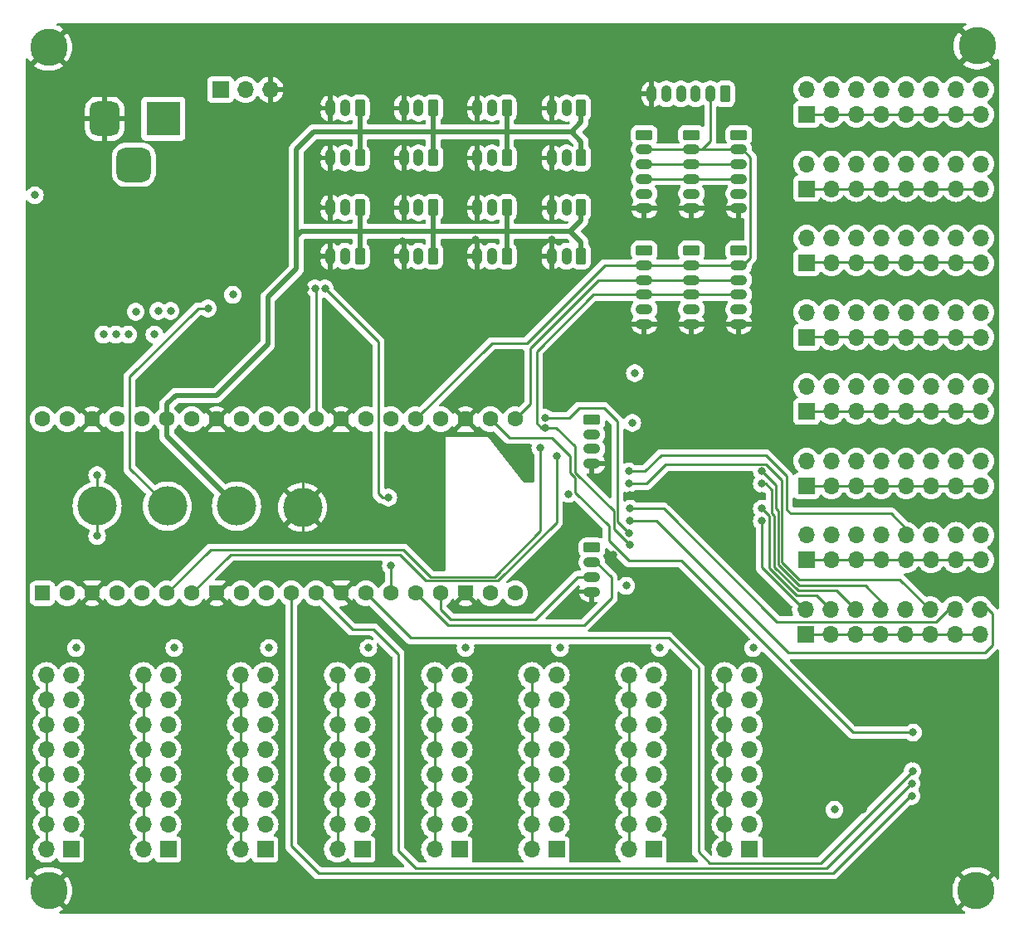
<source format=gbl>
%TF.GenerationSoftware,KiCad,Pcbnew,8.0.8*%
%TF.CreationDate,2025-03-14T22:40:07-03:00*%
%TF.ProjectId,pi_controller,70695f63-6f6e-4747-926f-6c6c65722e6b,1.0*%
%TF.SameCoordinates,Original*%
%TF.FileFunction,Copper,L4,Bot*%
%TF.FilePolarity,Positive*%
%FSLAX46Y46*%
G04 Gerber Fmt 4.6, Leading zero omitted, Abs format (unit mm)*
G04 Created by KiCad (PCBNEW 8.0.8) date 2025-03-14 22:40:07*
%MOMM*%
%LPD*%
G01*
G04 APERTURE LIST*
G04 Aperture macros list*
%AMRoundRect*
0 Rectangle with rounded corners*
0 $1 Rounding radius*
0 $2 $3 $4 $5 $6 $7 $8 $9 X,Y pos of 4 corners*
0 Add a 4 corners polygon primitive as box body*
4,1,4,$2,$3,$4,$5,$6,$7,$8,$9,$2,$3,0*
0 Add four circle primitives for the rounded corners*
1,1,$1+$1,$2,$3*
1,1,$1+$1,$4,$5*
1,1,$1+$1,$6,$7*
1,1,$1+$1,$8,$9*
0 Add four rect primitives between the rounded corners*
20,1,$1+$1,$2,$3,$4,$5,0*
20,1,$1+$1,$4,$5,$6,$7,0*
20,1,$1+$1,$6,$7,$8,$9,0*
20,1,$1+$1,$8,$9,$2,$3,0*%
%AMFreePoly0*
4,1,28,0.605014,0.794986,0.644504,0.794986,0.724698,0.756366,0.780194,0.686777,0.800000,0.600000,0.800000,-0.600000,0.780194,-0.686777,0.724698,-0.756366,0.644504,-0.794986,0.605014,-0.794986,0.600000,-0.800000,0.000000,-0.800000,-0.178017,-0.779942,-0.347107,-0.720775,-0.498792,-0.625465,-0.625465,-0.498792,-0.720775,-0.347107,-0.779942,-0.178017,-0.800000,0.000000,-0.779942,0.178017,
-0.720775,0.347107,-0.625465,0.498792,-0.498792,0.625465,-0.347107,0.720775,-0.178017,0.779942,0.000000,0.800000,0.600000,0.800000,0.605014,0.794986,0.605014,0.794986,$1*%
%AMFreePoly1*
4,1,28,0.178017,0.779942,0.347107,0.720775,0.498792,0.625465,0.625465,0.498792,0.720775,0.347107,0.779942,0.178017,0.800000,0.000000,0.779942,-0.178017,0.720775,-0.347107,0.625465,-0.498792,0.498792,-0.625465,0.347107,-0.720775,0.178017,-0.779942,0.000000,-0.800000,-0.600000,-0.800000,-0.605014,-0.794986,-0.644504,-0.794986,-0.724698,-0.756366,-0.780194,-0.686777,-0.800000,-0.600000,
-0.800000,0.600000,-0.780194,0.686777,-0.724698,0.756366,-0.644504,0.794986,-0.605014,0.794986,-0.600000,0.800000,0.000000,0.800000,0.178017,0.779942,0.178017,0.779942,$1*%
G04 Aperture macros list end*
%TA.AperFunction,ComponentPad*%
%ADD10RoundRect,0.200000X0.600000X-0.600000X0.600000X0.600000X-0.600000X0.600000X-0.600000X-0.600000X0*%
%TD*%
%TA.AperFunction,ComponentPad*%
%ADD11C,1.600000*%
%TD*%
%TA.AperFunction,ComponentPad*%
%ADD12FreePoly0,90.000000*%
%TD*%
%TA.AperFunction,ComponentPad*%
%ADD13FreePoly1,90.000000*%
%TD*%
%TA.AperFunction,ComponentPad*%
%ADD14RoundRect,0.250000X0.265000X0.615000X-0.265000X0.615000X-0.265000X-0.615000X0.265000X-0.615000X0*%
%TD*%
%TA.AperFunction,ComponentPad*%
%ADD15O,1.030000X1.730000*%
%TD*%
%TA.AperFunction,ComponentPad*%
%ADD16RoundRect,0.250000X-0.615000X0.265000X-0.615000X-0.265000X0.615000X-0.265000X0.615000X0.265000X0*%
%TD*%
%TA.AperFunction,ComponentPad*%
%ADD17O,1.730000X1.030000*%
%TD*%
%TA.AperFunction,ComponentPad*%
%ADD18R,1.700000X1.700000*%
%TD*%
%TA.AperFunction,ComponentPad*%
%ADD19O,1.700000X1.700000*%
%TD*%
%TA.AperFunction,ComponentPad*%
%ADD20C,2.600000*%
%TD*%
%TA.AperFunction,ConnectorPad*%
%ADD21C,3.800000*%
%TD*%
%TA.AperFunction,ComponentPad*%
%ADD22R,3.500000X3.500000*%
%TD*%
%TA.AperFunction,ComponentPad*%
%ADD23RoundRect,0.750000X-0.750000X-1.000000X0.750000X-1.000000X0.750000X1.000000X-0.750000X1.000000X0*%
%TD*%
%TA.AperFunction,ComponentPad*%
%ADD24RoundRect,0.875000X-0.875000X-0.875000X0.875000X-0.875000X0.875000X0.875000X-0.875000X0.875000X0*%
%TD*%
%TA.AperFunction,SMDPad,CuDef*%
%ADD25C,4.000000*%
%TD*%
%TA.AperFunction,ViaPad*%
%ADD26C,0.800000*%
%TD*%
%TA.AperFunction,Conductor*%
%ADD27C,0.250000*%
%TD*%
%TA.AperFunction,Conductor*%
%ADD28C,0.500000*%
%TD*%
G04 APERTURE END LIST*
D10*
%TO.P,U4,1,GPIO0*%
%TO.N,/ROW1*%
X91059000Y-114554000D03*
D11*
%TO.P,U4,2,GPIO1*%
%TO.N,/ROW2*%
X93599000Y-114554000D03*
D12*
%TO.P,U4,3,GND*%
%TO.N,GND*%
X96139000Y-114554000D03*
D11*
%TO.P,U4,4,GPIO2*%
%TO.N,/ROW3*%
X98679000Y-114554000D03*
%TO.P,U4,5,GPIO3*%
%TO.N,/ROW4*%
X101219000Y-114554000D03*
%TO.P,U4,6,GPIO4*%
%TO.N,/SDA*%
X103759000Y-114554000D03*
%TO.P,U4,7,GPIO5*%
%TO.N,/SCL*%
X106299000Y-114554000D03*
D12*
%TO.P,U4,8,GND*%
%TO.N,GND*%
X108839000Y-114554000D03*
D11*
%TO.P,U4,9,GPIO6*%
%TO.N,/ROW5*%
X111379000Y-114554000D03*
%TO.P,U4,10,GPIO7*%
%TO.N,/ROW6*%
X113919000Y-114554000D03*
%TO.P,U4,11,GPIO8*%
%TO.N,/COL_MUX_A*%
X116459000Y-114554000D03*
%TO.P,U4,12,GPIO9*%
%TO.N,/COL_MUX_B*%
X118999000Y-114554000D03*
D12*
%TO.P,U4,13,GND*%
%TO.N,GND*%
X121539000Y-114554000D03*
D11*
%TO.P,U4,14,GPIO10*%
%TO.N,/COL_MUX_C*%
X124079000Y-114554000D03*
%TO.P,U4,15,GPIO11*%
%TO.N,/ADC_MUX_D*%
X126619000Y-114554000D03*
%TO.P,U4,16,GPIO12*%
%TO.N,/UART0_TX*%
X129159000Y-114554000D03*
%TO.P,U4,17,GPIO13*%
%TO.N,/UART0_RX*%
X131699000Y-114554000D03*
D12*
%TO.P,U4,18,GND*%
%TO.N,GND*%
X134239000Y-114554000D03*
D11*
%TO.P,U4,19,GPIO14*%
%TO.N,/ROW7*%
X136779000Y-114554000D03*
%TO.P,U4,20,GPIO15*%
%TO.N,/ROW8*%
X139319000Y-114554000D03*
%TO.P,U4,21,GPIO16*%
%TO.N,/MISO*%
X139319000Y-96774000D03*
%TO.P,U4,22,GPIO17*%
%TO.N,/CS_KEY*%
X136779000Y-96774000D03*
D13*
%TO.P,U4,23,GND*%
%TO.N,GND*%
X134239000Y-96774000D03*
D11*
%TO.P,U4,24,GPIO18*%
%TO.N,/SCLK*%
X131699000Y-96774000D03*
%TO.P,U4,25,GPIO19*%
%TO.N,/MOSI*%
X129159000Y-96774000D03*
%TO.P,U4,26,GPIO20*%
%TO.N,/ADC_MUX_A*%
X126619000Y-96774000D03*
%TO.P,U4,27,GPIO21*%
%TO.N,/ADC_MUX_B*%
X124079000Y-96774000D03*
D13*
%TO.P,U4,28,GND*%
%TO.N,GND*%
X121539000Y-96774000D03*
D11*
%TO.P,U4,29,GPIO22*%
%TO.N,/ADC_MUX_C*%
X118999000Y-96774000D03*
%TO.P,U4,30,RUN*%
%TO.N,unconnected-(U4-RUN-Pad30)*%
X116459000Y-96774000D03*
%TO.P,U4,31,GPIO26_ADC0*%
%TO.N,/ADC0*%
X113919000Y-96774000D03*
%TO.P,U4,32,GPIO27_ADC1*%
%TO.N,/CS_LED*%
X111379000Y-96774000D03*
D13*
%TO.P,U4,33,AGND*%
%TO.N,GND*%
X108839000Y-96774000D03*
D11*
%TO.P,U4,34,GPIO28_ADC2*%
%TO.N,/PWM_OUT*%
X106299000Y-96774000D03*
%TO.P,U4,35,ADC_VREF*%
%TO.N,VDDA*%
X103759000Y-96774000D03*
%TO.P,U4,36,3V3*%
%TO.N,unconnected-(U4-3V3-Pad36)*%
X101219000Y-96774000D03*
%TO.P,U4,37,3V3_EN*%
%TO.N,unconnected-(U4-3V3_EN-Pad37)*%
X98679000Y-96774000D03*
D13*
%TO.P,U4,38,GND*%
%TO.N,GND*%
X96139000Y-96774000D03*
D11*
%TO.P,U4,39,VSYS*%
%TO.N,unconnected-(U4-VSYS-Pad39)*%
X93599000Y-96774000D03*
%TO.P,U4,40,VBUS*%
%TO.N,unconnected-(U4-VBUS-Pad40)*%
X91059000Y-96774000D03*
%TD*%
D14*
%TO.P,JSPI7,1,Pin_1*%
%TO.N,+3V3*%
X160722000Y-63569000D03*
D15*
%TO.P,JSPI7,2,Pin_2*%
%TO.N,/MOSI*%
X159222000Y-63569000D03*
%TO.P,JSPI7,3,Pin_3*%
%TO.N,/MISO*%
X157722000Y-63569000D03*
%TO.P,JSPI7,4,Pin_4*%
%TO.N,/SCLK*%
X156222000Y-63569000D03*
%TO.P,JSPI7,5,Pin_5*%
%TO.N,/CS8*%
X154722000Y-63569000D03*
%TO.P,JSPI7,6,Pin_6*%
%TO.N,GND*%
X153222000Y-63569000D03*
%TD*%
D16*
%TO.P,JSPI6,1,Pin_1*%
%TO.N,+3V3*%
X162121000Y-67751000D03*
D17*
%TO.P,JSPI6,2,Pin_2*%
%TO.N,/MOSI*%
X162121000Y-69251000D03*
%TO.P,JSPI6,3,Pin_3*%
%TO.N,/MISO*%
X162121000Y-70751000D03*
%TO.P,JSPI6,4,Pin_4*%
%TO.N,/SCLK*%
X162121000Y-72251000D03*
%TO.P,JSPI6,5,Pin_5*%
%TO.N,/CS7*%
X162121000Y-73751000D03*
%TO.P,JSPI6,6,Pin_6*%
%TO.N,GND*%
X162121000Y-75251000D03*
%TD*%
D16*
%TO.P,JSPI5,1,Pin_1*%
%TO.N,+3V3*%
X157295000Y-67751000D03*
D17*
%TO.P,JSPI5,2,Pin_2*%
%TO.N,/MOSI*%
X157295000Y-69251000D03*
%TO.P,JSPI5,3,Pin_3*%
%TO.N,/MISO*%
X157295000Y-70751000D03*
%TO.P,JSPI5,4,Pin_4*%
%TO.N,/SCLK*%
X157295000Y-72251000D03*
%TO.P,JSPI5,5,Pin_5*%
%TO.N,/CS4*%
X157295000Y-73751000D03*
%TO.P,JSPI5,6,Pin_6*%
%TO.N,GND*%
X157295000Y-75251000D03*
%TD*%
D16*
%TO.P,JSPI4,1,Pin_1*%
%TO.N,+3V3*%
X152469000Y-67751000D03*
D17*
%TO.P,JSPI4,2,Pin_2*%
%TO.N,/MOSI*%
X152469000Y-69251000D03*
%TO.P,JSPI4,3,Pin_3*%
%TO.N,/MISO*%
X152469000Y-70751000D03*
%TO.P,JSPI4,4,Pin_4*%
%TO.N,/SCLK*%
X152469000Y-72251000D03*
%TO.P,JSPI4,5,Pin_5*%
%TO.N,/CS6*%
X152469000Y-73751000D03*
%TO.P,JSPI4,6,Pin_6*%
%TO.N,GND*%
X152469000Y-75251000D03*
%TD*%
D16*
%TO.P,JSPI3,1,Pin_1*%
%TO.N,+3V3*%
X162121000Y-79562000D03*
D17*
%TO.P,JSPI3,2,Pin_2*%
%TO.N,/MOSI*%
X162121000Y-81062000D03*
%TO.P,JSPI3,3,Pin_3*%
%TO.N,/MISO*%
X162121000Y-82562000D03*
%TO.P,JSPI3,4,Pin_4*%
%TO.N,/SCLK*%
X162121000Y-84062000D03*
%TO.P,JSPI3,5,Pin_5*%
%TO.N,/CS5*%
X162121000Y-85562000D03*
%TO.P,JSPI3,6,Pin_6*%
%TO.N,GND*%
X162121000Y-87062000D03*
%TD*%
D16*
%TO.P,JSPI2,1,Pin_1*%
%TO.N,+3V3*%
X157295000Y-79562000D03*
D17*
%TO.P,JSPI2,2,Pin_2*%
%TO.N,/MOSI*%
X157295000Y-81062000D03*
%TO.P,JSPI2,3,Pin_3*%
%TO.N,/MISO*%
X157295000Y-82562000D03*
%TO.P,JSPI2,4,Pin_4*%
%TO.N,/SCLK*%
X157295000Y-84062000D03*
%TO.P,JSPI2,5,Pin_5*%
%TO.N,/CS3*%
X157295000Y-85562000D03*
%TO.P,JSPI2,6,Pin_6*%
%TO.N,GND*%
X157295000Y-87062000D03*
%TD*%
D16*
%TO.P,JSPI1,1,Pin_1*%
%TO.N,+3V3*%
X152469000Y-79562000D03*
D17*
%TO.P,JSPI1,2,Pin_2*%
%TO.N,/MOSI*%
X152469000Y-81062000D03*
%TO.P,JSPI1,3,Pin_3*%
%TO.N,/MISO*%
X152469000Y-82562000D03*
%TO.P,JSPI1,4,Pin_4*%
%TO.N,/SCLK*%
X152469000Y-84062000D03*
%TO.P,JSPI1,5,Pin_5*%
%TO.N,/CS2*%
X152469000Y-85562000D03*
%TO.P,JSPI1,6,Pin_6*%
%TO.N,GND*%
X152469000Y-87062000D03*
%TD*%
D16*
%TO.P,J31,1,Pin_1*%
%TO.N,+3V3*%
X147135000Y-109891000D03*
D17*
%TO.P,J31,2,Pin_2*%
%TO.N,/UART0_TX*%
X147135000Y-111391000D03*
%TO.P,J31,3,Pin_3*%
%TO.N,/UART0_RX*%
X147135000Y-112891000D03*
%TO.P,J31,4,Pin_4*%
%TO.N,GND*%
X147135000Y-114391000D03*
%TD*%
D16*
%TO.P,J30,1,Pin_1*%
%TO.N,+3V3*%
X147135000Y-96810000D03*
D17*
%TO.P,J30,2,Pin_2*%
%TO.N,/SDA*%
X147135000Y-98310000D03*
%TO.P,J30,3,Pin_3*%
%TO.N,/SCL*%
X147135000Y-99810000D03*
%TO.P,J30,4,Pin_4*%
%TO.N,GND*%
X147135000Y-101310000D03*
%TD*%
D14*
%TO.P,AN16,1,Pin_1*%
%TO.N,VDDA*%
X130937000Y-80137000D03*
D15*
%TO.P,AN16,2,Pin_2*%
%TO.N,/AN16*%
X129437000Y-80137000D03*
%TO.P,AN16,3,Pin_3*%
%TO.N,GND*%
X127937000Y-80137000D03*
%TD*%
D14*
%TO.P,AN15,1,Pin_1*%
%TO.N,VDDA*%
X130937000Y-75184000D03*
D15*
%TO.P,AN15,2,Pin_2*%
%TO.N,/AN15*%
X129437000Y-75184000D03*
%TO.P,AN15,3,Pin_3*%
%TO.N,GND*%
X127937000Y-75184000D03*
%TD*%
D14*
%TO.P,AN14,1,Pin_1*%
%TO.N,VDDA*%
X130937000Y-70104000D03*
D15*
%TO.P,AN14,2,Pin_2*%
%TO.N,/AN14*%
X129437000Y-70104000D03*
%TO.P,AN14,3,Pin_3*%
%TO.N,GND*%
X127937000Y-70104000D03*
%TD*%
D14*
%TO.P,AN13,1,Pin_1*%
%TO.N,VDDA*%
X123444000Y-80137000D03*
D15*
%TO.P,AN13,2,Pin_2*%
%TO.N,/AN13*%
X121944000Y-80137000D03*
%TO.P,AN13,3,Pin_3*%
%TO.N,GND*%
X120444000Y-80137000D03*
%TD*%
D14*
%TO.P,AN12,1,Pin_1*%
%TO.N,VDDA*%
X130937000Y-65024000D03*
D15*
%TO.P,AN12,2,Pin_2*%
%TO.N,/AN12*%
X129437000Y-65024000D03*
%TO.P,AN12,3,Pin_3*%
%TO.N,GND*%
X127937000Y-65024000D03*
%TD*%
D14*
%TO.P,AN11,1,Pin_1*%
%TO.N,VDDA*%
X123444000Y-75184000D03*
D15*
%TO.P,AN11,2,Pin_2*%
%TO.N,/AN11*%
X121944000Y-75184000D03*
%TO.P,AN11,3,Pin_3*%
%TO.N,GND*%
X120444000Y-75184000D03*
%TD*%
D14*
%TO.P,AN10,1,Pin_1*%
%TO.N,VDDA*%
X123444000Y-70104000D03*
D15*
%TO.P,AN10,2,Pin_2*%
%TO.N,/AN10*%
X121944000Y-70104000D03*
%TO.P,AN10,3,Pin_3*%
%TO.N,GND*%
X120444000Y-70104000D03*
%TD*%
D14*
%TO.P,AN9,1,Pin_1*%
%TO.N,VDDA*%
X123444000Y-65024000D03*
D15*
%TO.P,AN9,2,Pin_2*%
%TO.N,/AN9*%
X121944000Y-65024000D03*
%TO.P,AN9,3,Pin_3*%
%TO.N,GND*%
X120444000Y-65024000D03*
%TD*%
D14*
%TO.P,AN8,1,Pin_1*%
%TO.N,VDDA*%
X138430000Y-65024000D03*
D15*
%TO.P,AN8,2,Pin_2*%
%TO.N,/AN8*%
X136930000Y-65024000D03*
%TO.P,AN8,3,Pin_3*%
%TO.N,GND*%
X135430000Y-65024000D03*
%TD*%
D14*
%TO.P,AN7,1,Pin_1*%
%TO.N,VDDA*%
X138430000Y-70104000D03*
D15*
%TO.P,AN7,2,Pin_2*%
%TO.N,/AN7*%
X136930000Y-70104000D03*
%TO.P,AN7,3,Pin_3*%
%TO.N,GND*%
X135430000Y-70104000D03*
%TD*%
D14*
%TO.P,AN6,1,Pin_1*%
%TO.N,VDDA*%
X138430000Y-75184000D03*
D15*
%TO.P,AN6,2,Pin_2*%
%TO.N,/AN6*%
X136930000Y-75184000D03*
%TO.P,AN6,3,Pin_3*%
%TO.N,GND*%
X135430000Y-75184000D03*
%TD*%
D14*
%TO.P,AN5,1,Pin_1*%
%TO.N,VDDA*%
X138430000Y-80137000D03*
D15*
%TO.P,AN5,2,Pin_2*%
%TO.N,/AN5*%
X136930000Y-80137000D03*
%TO.P,AN5,3,Pin_3*%
%TO.N,GND*%
X135430000Y-80137000D03*
%TD*%
D14*
%TO.P,AN4,1,Pin_1*%
%TO.N,VDDA*%
X146026000Y-65024000D03*
D15*
%TO.P,AN4,2,Pin_2*%
%TO.N,/AN4*%
X144526000Y-65024000D03*
%TO.P,AN4,3,Pin_3*%
%TO.N,GND*%
X143026000Y-65024000D03*
%TD*%
D14*
%TO.P,AN3,1,Pin_1*%
%TO.N,VDDA*%
X146026000Y-70104000D03*
D15*
%TO.P,AN3,2,Pin_2*%
%TO.N,/AN3*%
X144526000Y-70104000D03*
%TO.P,AN3,3,Pin_3*%
%TO.N,GND*%
X143026000Y-70104000D03*
%TD*%
D14*
%TO.P,AN2,1,Pin_1*%
%TO.N,VDDA*%
X146026000Y-75184000D03*
D15*
%TO.P,AN2,2,Pin_2*%
%TO.N,/AN2*%
X144526000Y-75184000D03*
%TO.P,AN2,3,Pin_3*%
%TO.N,GND*%
X143026000Y-75184000D03*
%TD*%
D14*
%TO.P,AN1,1,Pin_1*%
%TO.N,VDDA*%
X146026000Y-80137000D03*
D15*
%TO.P,AN1,2,Pin_2*%
%TO.N,/AN1*%
X144526000Y-80137000D03*
%TO.P,AN1,3,Pin_3*%
%TO.N,GND*%
X143026000Y-80137000D03*
%TD*%
D18*
%TO.P,JR1,1,Pin_1*%
%TO.N,Net-(D58-A)*%
X93980000Y-140716000D03*
D19*
%TO.P,JR1,2,Pin_2*%
%TO.N,/ROW1*%
X91440000Y-140716000D03*
%TO.P,JR1,3,Pin_3*%
%TO.N,Net-(D12-A)*%
X93980000Y-138176000D03*
%TO.P,JR1,4,Pin_4*%
%TO.N,/ROW1*%
X91440000Y-138176000D03*
%TO.P,JR1,5,Pin_5*%
%TO.N,Net-(D2-A)*%
X93980000Y-135636000D03*
%TO.P,JR1,6,Pin_6*%
%TO.N,/ROW1*%
X91440000Y-135636000D03*
%TO.P,JR1,7,Pin_7*%
%TO.N,Net-(D11-A)*%
X93980000Y-133096000D03*
%TO.P,JR1,8,Pin_8*%
%TO.N,/ROW1*%
X91440000Y-133096000D03*
%TO.P,JR1,9,Pin_9*%
%TO.N,Net-(D9-A)*%
X93980000Y-130556000D03*
%TO.P,JR1,10,Pin_10*%
%TO.N,/ROW1*%
X91440000Y-130556000D03*
%TO.P,JR1,11,Pin_11*%
%TO.N,Net-(D7-A)*%
X93980000Y-128016000D03*
%TO.P,JR1,12,Pin_12*%
%TO.N,/ROW1*%
X91440000Y-128016000D03*
%TO.P,JR1,13,Pin_13*%
%TO.N,Net-(D5-A)*%
X93980000Y-125476000D03*
%TO.P,JR1,14,Pin_14*%
%TO.N,/ROW1*%
X91440000Y-125476000D03*
%TO.P,JR1,15,Pin_15*%
%TO.N,Net-(D3-A)*%
X93980000Y-122936000D03*
%TO.P,JR1,16,Pin_16*%
%TO.N,/ROW1*%
X91440000Y-122936000D03*
%TD*%
D18*
%TO.P,JR6,1,Pin_1*%
%TO.N,Net-(D64-A)*%
X143510000Y-140716000D03*
D19*
%TO.P,JR6,2,Pin_2*%
%TO.N,/ROW6*%
X140970000Y-140716000D03*
%TO.P,JR6,3,Pin_3*%
%TO.N,Net-(D40-A)*%
X143510000Y-138176000D03*
%TO.P,JR6,4,Pin_4*%
%TO.N,/ROW6*%
X140970000Y-138176000D03*
%TO.P,JR6,5,Pin_5*%
%TO.N,Net-(D41-A)*%
X143510000Y-135636000D03*
%TO.P,JR6,6,Pin_6*%
%TO.N,/ROW6*%
X140970000Y-135636000D03*
%TO.P,JR6,7,Pin_7*%
%TO.N,Net-(D42-A)*%
X143510000Y-133096000D03*
%TO.P,JR6,8,Pin_8*%
%TO.N,/ROW6*%
X140970000Y-133096000D03*
%TO.P,JR6,9,Pin_9*%
%TO.N,Net-(D43-A)*%
X143510000Y-130556000D03*
%TO.P,JR6,10,Pin_10*%
%TO.N,/ROW6*%
X140970000Y-130556000D03*
%TO.P,JR6,11,Pin_11*%
%TO.N,Net-(D44-A)*%
X143510000Y-128016000D03*
%TO.P,JR6,12,Pin_12*%
%TO.N,/ROW6*%
X140970000Y-128016000D03*
%TO.P,JR6,13,Pin_13*%
%TO.N,Net-(D45-A)*%
X143510000Y-125476000D03*
%TO.P,JR6,14,Pin_14*%
%TO.N,/ROW6*%
X140970000Y-125476000D03*
%TO.P,JR6,15,Pin_15*%
%TO.N,Net-(D46-A)*%
X143510000Y-122936000D03*
%TO.P,JR6,16,Pin_16*%
%TO.N,/ROW6*%
X140970000Y-122936000D03*
%TD*%
D18*
%TO.P,JR3,1,Pin_1*%
%TO.N,Net-(D60-A)*%
X113792000Y-140716000D03*
D19*
%TO.P,JR3,2,Pin_2*%
%TO.N,/ROW3*%
X111252000Y-140716000D03*
%TO.P,JR3,3,Pin_3*%
%TO.N,Net-(D36-A)*%
X113792000Y-138176000D03*
%TO.P,JR3,4,Pin_4*%
%TO.N,/ROW3*%
X111252000Y-138176000D03*
%TO.P,JR3,5,Pin_5*%
%TO.N,Net-(D33-A)*%
X113792000Y-135636000D03*
%TO.P,JR3,6,Pin_6*%
%TO.N,/ROW3*%
X111252000Y-135636000D03*
%TO.P,JR3,7,Pin_7*%
%TO.N,Net-(D32-A)*%
X113792000Y-133096000D03*
%TO.P,JR3,8,Pin_8*%
%TO.N,/ROW3*%
X111252000Y-133096000D03*
%TO.P,JR3,9,Pin_9*%
%TO.N,Net-(D34-A)*%
X113792000Y-130556000D03*
%TO.P,JR3,10,Pin_10*%
%TO.N,/ROW3*%
X111252000Y-130556000D03*
%TO.P,JR3,11,Pin_11*%
%TO.N,Net-(D26-A)*%
X113792000Y-128016000D03*
%TO.P,JR3,12,Pin_12*%
%TO.N,/ROW3*%
X111252000Y-128016000D03*
%TO.P,JR3,13,Pin_13*%
%TO.N,Net-(D29-A)*%
X113792000Y-125476000D03*
%TO.P,JR3,14,Pin_14*%
%TO.N,/ROW3*%
X111252000Y-125476000D03*
%TO.P,JR3,15,Pin_15*%
%TO.N,Net-(D35-A)*%
X113792000Y-122936000D03*
%TO.P,JR3,16,Pin_16*%
%TO.N,/ROW3*%
X111252000Y-122936000D03*
%TD*%
D20*
%TO.P,H4,1,1*%
%TO.N,GND*%
X186309000Y-144907000D03*
D21*
X186309000Y-144907000D03*
%TD*%
D18*
%TO.P,J28,1,Pin_1*%
%TO.N,/SEG11*%
X169037000Y-73242714D03*
D19*
%TO.P,J28,2,Pin_2*%
%TO.N,/GRID8*%
X169037000Y-70702714D03*
%TO.P,J28,3,Pin_3*%
%TO.N,/SEG11*%
X171577000Y-73242714D03*
%TO.P,J28,4,Pin_4*%
%TO.N,/GRID7*%
X171577000Y-70702714D03*
%TO.P,J28,5,Pin_5*%
%TO.N,/SEG11*%
X174117000Y-73242714D03*
%TO.P,J28,6,Pin_6*%
%TO.N,/GRID6*%
X174117000Y-70702714D03*
%TO.P,J28,7,Pin_7*%
%TO.N,/SEG11*%
X176657000Y-73242714D03*
%TO.P,J28,8,Pin_8*%
%TO.N,/GRID5*%
X176657000Y-70702714D03*
%TO.P,J28,9,Pin_9*%
%TO.N,/SEG11*%
X179197000Y-73242714D03*
%TO.P,J28,10,Pin_10*%
%TO.N,/GRID4*%
X179197000Y-70702714D03*
%TO.P,J28,11,Pin_11*%
%TO.N,/SEG11*%
X181737000Y-73242714D03*
%TO.P,J28,12,Pin_12*%
%TO.N,/GRID3*%
X181737000Y-70702714D03*
%TO.P,J28,13,Pin_13*%
%TO.N,/SEG11*%
X184277000Y-73242714D03*
%TO.P,J28,14,Pin_14*%
%TO.N,/GRID2*%
X184277000Y-70702714D03*
%TO.P,J28,15,Pin_15*%
%TO.N,/SEG11*%
X186817000Y-73242714D03*
%TO.P,J28,16,Pin_16*%
%TO.N,/GRID1*%
X186817000Y-70702714D03*
%TD*%
D18*
%TO.P,JR4,1,Pin_1*%
%TO.N,Net-(D62-A)*%
X123698000Y-140700210D03*
D19*
%TO.P,JR4,2,Pin_2*%
%TO.N,/ROW4*%
X121158000Y-140700210D03*
%TO.P,JR4,3,Pin_3*%
%TO.N,Net-(D31-A)*%
X123698000Y-138160210D03*
%TO.P,JR4,4,Pin_4*%
%TO.N,/ROW4*%
X121158000Y-138160210D03*
%TO.P,JR4,5,Pin_5*%
%TO.N,Net-(D28-A)*%
X123698000Y-135620210D03*
%TO.P,JR4,6,Pin_6*%
%TO.N,/ROW4*%
X121158000Y-135620210D03*
%TO.P,JR4,7,Pin_7*%
%TO.N,Net-(D25-A)*%
X123698000Y-133080210D03*
%TO.P,JR4,8,Pin_8*%
%TO.N,/ROW4*%
X121158000Y-133080210D03*
%TO.P,JR4,9,Pin_9*%
%TO.N,Net-(D23-A)*%
X123698000Y-130540210D03*
%TO.P,JR4,10,Pin_10*%
%TO.N,/ROW4*%
X121158000Y-130540210D03*
%TO.P,JR4,11,Pin_11*%
%TO.N,Net-(D21-A)*%
X123698000Y-128000210D03*
%TO.P,JR4,12,Pin_12*%
%TO.N,/ROW4*%
X121158000Y-128000210D03*
%TO.P,JR4,13,Pin_13*%
%TO.N,Net-(D18-A)*%
X123698000Y-125460210D03*
%TO.P,JR4,14,Pin_14*%
%TO.N,/ROW4*%
X121158000Y-125460210D03*
%TO.P,JR4,15,Pin_15*%
%TO.N,Net-(D16-A)*%
X123698000Y-122920210D03*
%TO.P,JR4,16,Pin_16*%
%TO.N,/ROW4*%
X121158000Y-122920210D03*
%TD*%
D20*
%TO.P,H2,1,1*%
%TO.N,GND*%
X186436000Y-58674000D03*
D21*
X186436000Y-58674000D03*
%TD*%
D22*
%TO.P,J2,1*%
%TO.N,+9V*%
X103409000Y-66098500D03*
D23*
%TO.P,J2,2*%
%TO.N,GND*%
X97409000Y-66098500D03*
D24*
%TO.P,J2,3*%
%TO.N,unconnected-(J2-Pad3)*%
X100409000Y-70798500D03*
%TD*%
D18*
%TO.P,J27,1,Pin_1*%
%TO.N,/SEG9*%
X169037000Y-88410142D03*
D19*
%TO.P,J27,2,Pin_2*%
%TO.N,/GRID8*%
X169037000Y-85870142D03*
%TO.P,J27,3,Pin_3*%
%TO.N,/SEG9*%
X171577000Y-88410142D03*
%TO.P,J27,4,Pin_4*%
%TO.N,/GRID7*%
X171577000Y-85870142D03*
%TO.P,J27,5,Pin_5*%
%TO.N,/SEG9*%
X174117000Y-88410142D03*
%TO.P,J27,6,Pin_6*%
%TO.N,/GRID6*%
X174117000Y-85870142D03*
%TO.P,J27,7,Pin_7*%
%TO.N,/SEG9*%
X176657000Y-88410142D03*
%TO.P,J27,8,Pin_8*%
%TO.N,/GRID5*%
X176657000Y-85870142D03*
%TO.P,J27,9,Pin_9*%
%TO.N,/SEG9*%
X179197000Y-88410142D03*
%TO.P,J27,10,Pin_10*%
%TO.N,/GRID4*%
X179197000Y-85870142D03*
%TO.P,J27,11,Pin_11*%
%TO.N,/SEG9*%
X181737000Y-88410142D03*
%TO.P,J27,12,Pin_12*%
%TO.N,/GRID3*%
X181737000Y-85870142D03*
%TO.P,J27,13,Pin_13*%
%TO.N,/SEG9*%
X184277000Y-88410142D03*
%TO.P,J27,14,Pin_14*%
%TO.N,/GRID2*%
X184277000Y-85870142D03*
%TO.P,J27,15,Pin_15*%
%TO.N,/SEG9*%
X186817000Y-88410142D03*
%TO.P,J27,16,Pin_16*%
%TO.N,/GRID1*%
X186817000Y-85870142D03*
%TD*%
D18*
%TO.P,J29,1,Pin_1*%
%TO.N,/SEG12*%
X169037000Y-65659000D03*
D19*
%TO.P,J29,2,Pin_2*%
%TO.N,/GRID8*%
X169037000Y-63119000D03*
%TO.P,J29,3,Pin_3*%
%TO.N,/SEG12*%
X171577000Y-65659000D03*
%TO.P,J29,4,Pin_4*%
%TO.N,/GRID7*%
X171577000Y-63119000D03*
%TO.P,J29,5,Pin_5*%
%TO.N,/SEG12*%
X174117000Y-65659000D03*
%TO.P,J29,6,Pin_6*%
%TO.N,/GRID6*%
X174117000Y-63119000D03*
%TO.P,J29,7,Pin_7*%
%TO.N,/SEG12*%
X176657000Y-65659000D03*
%TO.P,J29,8,Pin_8*%
%TO.N,/GRID5*%
X176657000Y-63119000D03*
%TO.P,J29,9,Pin_9*%
%TO.N,/SEG12*%
X179197000Y-65659000D03*
%TO.P,J29,10,Pin_10*%
%TO.N,/GRID4*%
X179197000Y-63119000D03*
%TO.P,J29,11,Pin_11*%
%TO.N,/SEG12*%
X181737000Y-65659000D03*
%TO.P,J29,12,Pin_12*%
%TO.N,/GRID3*%
X181737000Y-63119000D03*
%TO.P,J29,13,Pin_13*%
%TO.N,/SEG12*%
X184277000Y-65659000D03*
%TO.P,J29,14,Pin_14*%
%TO.N,/GRID2*%
X184277000Y-63119000D03*
%TO.P,J29,15,Pin_15*%
%TO.N,/SEG12*%
X186817000Y-65659000D03*
%TO.P,J29,16,Pin_16*%
%TO.N,/GRID1*%
X186817000Y-63119000D03*
%TD*%
D18*
%TO.P,J35,1,Pin_1*%
%TO.N,/SEG4*%
X169037000Y-95993856D03*
D19*
%TO.P,J35,2,Pin_2*%
%TO.N,/GRID8*%
X169037000Y-93453856D03*
%TO.P,J35,3,Pin_3*%
%TO.N,/SEG4*%
X171577000Y-95993856D03*
%TO.P,J35,4,Pin_4*%
%TO.N,/GRID7*%
X171577000Y-93453856D03*
%TO.P,J35,5,Pin_5*%
%TO.N,/SEG4*%
X174117000Y-95993856D03*
%TO.P,J35,6,Pin_6*%
%TO.N,/GRID6*%
X174117000Y-93453856D03*
%TO.P,J35,7,Pin_7*%
%TO.N,/SEG4*%
X176657000Y-95993856D03*
%TO.P,J35,8,Pin_8*%
%TO.N,/GRID5*%
X176657000Y-93453856D03*
%TO.P,J35,9,Pin_9*%
%TO.N,/SEG4*%
X179197000Y-95993856D03*
%TO.P,J35,10,Pin_10*%
%TO.N,/GRID4*%
X179197000Y-93453856D03*
%TO.P,J35,11,Pin_11*%
%TO.N,/SEG4*%
X181737000Y-95993856D03*
%TO.P,J35,12,Pin_12*%
%TO.N,/GRID3*%
X181737000Y-93453856D03*
%TO.P,J35,13,Pin_13*%
%TO.N,/SEG4*%
X184277000Y-95993856D03*
%TO.P,J35,14,Pin_14*%
%TO.N,/GRID2*%
X184277000Y-93453856D03*
%TO.P,J35,15,Pin_15*%
%TO.N,/SEG4*%
X186817000Y-95993856D03*
%TO.P,J35,16,Pin_16*%
%TO.N,/GRID1*%
X186817000Y-93453856D03*
%TD*%
%TO.P,J33,16,Pin_16*%
%TO.N,/GRID1*%
X186690000Y-116205000D03*
%TO.P,J33,15,Pin_15*%
%TO.N,/SEG1*%
X186690000Y-118745000D03*
%TO.P,J33,14,Pin_14*%
%TO.N,/GRID2*%
X184150000Y-116205000D03*
%TO.P,J33,13,Pin_13*%
%TO.N,/SEG1*%
X184150000Y-118745000D03*
%TO.P,J33,12,Pin_12*%
%TO.N,/GRID3*%
X181610000Y-116205000D03*
%TO.P,J33,11,Pin_11*%
%TO.N,/SEG1*%
X181610000Y-118745000D03*
%TO.P,J33,10,Pin_10*%
%TO.N,/GRID4*%
X179070000Y-116205000D03*
%TO.P,J33,9,Pin_9*%
%TO.N,/SEG1*%
X179070000Y-118745000D03*
%TO.P,J33,8,Pin_8*%
%TO.N,/GRID5*%
X176530000Y-116205000D03*
%TO.P,J33,7,Pin_7*%
%TO.N,/SEG1*%
X176530000Y-118745000D03*
%TO.P,J33,6,Pin_6*%
%TO.N,/GRID6*%
X173990000Y-116205000D03*
%TO.P,J33,5,Pin_5*%
%TO.N,/SEG1*%
X173990000Y-118745000D03*
%TO.P,J33,4,Pin_4*%
%TO.N,/GRID7*%
X171450000Y-116205000D03*
%TO.P,J33,3,Pin_3*%
%TO.N,/SEG1*%
X171450000Y-118745000D03*
%TO.P,J33,2,Pin_2*%
%TO.N,/GRID8*%
X168910000Y-116205000D03*
D18*
%TO.P,J33,1,Pin_1*%
%TO.N,/SEG1*%
X168910000Y-118745000D03*
%TD*%
D20*
%TO.P,H3,1,1*%
%TO.N,GND*%
X91694000Y-144907000D03*
D21*
X91694000Y-144907000D03*
%TD*%
D18*
%TO.P,JR7,1,Pin_1*%
%TO.N,Net-(D63-A)*%
X153416000Y-140716000D03*
D19*
%TO.P,JR7,2,Pin_2*%
%TO.N,/ROW7*%
X150876000Y-140716000D03*
%TO.P,JR7,3,Pin_3*%
%TO.N,Net-(D48-A)*%
X153416000Y-138176000D03*
%TO.P,JR7,4,Pin_4*%
%TO.N,/ROW7*%
X150876000Y-138176000D03*
%TO.P,JR7,5,Pin_5*%
%TO.N,Net-(D50-A)*%
X153416000Y-135636000D03*
%TO.P,JR7,6,Pin_6*%
%TO.N,/ROW7*%
X150876000Y-135636000D03*
%TO.P,JR7,7,Pin_7*%
%TO.N,Net-(D38-A)*%
X153416000Y-133096000D03*
%TO.P,JR7,8,Pin_8*%
%TO.N,/ROW7*%
X150876000Y-133096000D03*
%TO.P,JR7,9,Pin_9*%
%TO.N,Net-(D39-A)*%
X153416000Y-130556000D03*
%TO.P,JR7,10,Pin_10*%
%TO.N,/ROW7*%
X150876000Y-130556000D03*
%TO.P,JR7,11,Pin_11*%
%TO.N,Net-(D49-A)*%
X153416000Y-128016000D03*
%TO.P,JR7,12,Pin_12*%
%TO.N,/ROW7*%
X150876000Y-128016000D03*
%TO.P,JR7,13,Pin_13*%
%TO.N,Net-(D37-A)*%
X153416000Y-125476000D03*
%TO.P,JR7,14,Pin_14*%
%TO.N,/ROW7*%
X150876000Y-125476000D03*
%TO.P,JR7,15,Pin_15*%
%TO.N,Net-(D47-A)*%
X153416000Y-122936000D03*
%TO.P,JR7,16,Pin_16*%
%TO.N,/ROW7*%
X150876000Y-122936000D03*
%TD*%
D18*
%TO.P,JR2,1,Pin_1*%
%TO.N,Net-(D59-A)*%
X103886000Y-140716000D03*
D19*
%TO.P,JR2,2,Pin_2*%
%TO.N,/ROW2*%
X101346000Y-140716000D03*
%TO.P,JR2,3,Pin_3*%
%TO.N,Net-(D13-A)*%
X103886000Y-138176000D03*
%TO.P,JR2,4,Pin_4*%
%TO.N,/ROW2*%
X101346000Y-138176000D03*
%TO.P,JR2,5,Pin_5*%
%TO.N,Net-(D14-A)*%
X103886000Y-135636000D03*
%TO.P,JR2,6,Pin_6*%
%TO.N,/ROW2*%
X101346000Y-135636000D03*
%TO.P,JR2,7,Pin_7*%
%TO.N,Net-(D10-A)*%
X103886000Y-133096000D03*
%TO.P,JR2,8,Pin_8*%
%TO.N,/ROW2*%
X101346000Y-133096000D03*
%TO.P,JR2,9,Pin_9*%
%TO.N,Net-(D8-A)*%
X103886000Y-130556000D03*
%TO.P,JR2,10,Pin_10*%
%TO.N,/ROW2*%
X101346000Y-130556000D03*
%TO.P,JR2,11,Pin_11*%
%TO.N,Net-(D6-A)*%
X103886000Y-128016000D03*
%TO.P,JR2,12,Pin_12*%
%TO.N,/ROW2*%
X101346000Y-128016000D03*
%TO.P,JR2,13,Pin_13*%
%TO.N,Net-(D15-A)*%
X103886000Y-125476000D03*
%TO.P,JR2,14,Pin_14*%
%TO.N,/ROW2*%
X101346000Y-125476000D03*
%TO.P,JR2,15,Pin_15*%
%TO.N,Net-(D4-A)*%
X103886000Y-122936000D03*
%TO.P,JR2,16,Pin_16*%
%TO.N,/ROW2*%
X101346000Y-122936000D03*
%TD*%
D18*
%TO.P,J26,1,Pin_1*%
%TO.N,/SEG10*%
X169037000Y-80826428D03*
D19*
%TO.P,J26,2,Pin_2*%
%TO.N,/GRID8*%
X169037000Y-78286428D03*
%TO.P,J26,3,Pin_3*%
%TO.N,/SEG10*%
X171577000Y-80826428D03*
%TO.P,J26,4,Pin_4*%
%TO.N,/GRID7*%
X171577000Y-78286428D03*
%TO.P,J26,5,Pin_5*%
%TO.N,/SEG10*%
X174117000Y-80826428D03*
%TO.P,J26,6,Pin_6*%
%TO.N,/GRID6*%
X174117000Y-78286428D03*
%TO.P,J26,7,Pin_7*%
%TO.N,/SEG10*%
X176657000Y-80826428D03*
%TO.P,J26,8,Pin_8*%
%TO.N,/GRID5*%
X176657000Y-78286428D03*
%TO.P,J26,9,Pin_9*%
%TO.N,/SEG10*%
X179197000Y-80826428D03*
%TO.P,J26,10,Pin_10*%
%TO.N,/GRID4*%
X179197000Y-78286428D03*
%TO.P,J26,11,Pin_11*%
%TO.N,/SEG10*%
X181737000Y-80826428D03*
%TO.P,J26,12,Pin_12*%
%TO.N,/GRID3*%
X181737000Y-78286428D03*
%TO.P,J26,13,Pin_13*%
%TO.N,/SEG10*%
X184277000Y-80826428D03*
%TO.P,J26,14,Pin_14*%
%TO.N,/GRID2*%
X184277000Y-78286428D03*
%TO.P,J26,15,Pin_15*%
%TO.N,/SEG10*%
X186817000Y-80826428D03*
%TO.P,J26,16,Pin_16*%
%TO.N,/GRID1*%
X186817000Y-78286428D03*
%TD*%
D18*
%TO.P,J34,1,Pin_1*%
%TO.N,/SEG2*%
X169037000Y-111161284D03*
D19*
%TO.P,J34,2,Pin_2*%
%TO.N,/GRID8*%
X169037000Y-108621284D03*
%TO.P,J34,3,Pin_3*%
%TO.N,/SEG2*%
X171577000Y-111161284D03*
%TO.P,J34,4,Pin_4*%
%TO.N,/GRID7*%
X171577000Y-108621284D03*
%TO.P,J34,5,Pin_5*%
%TO.N,/SEG2*%
X174117000Y-111161284D03*
%TO.P,J34,6,Pin_6*%
%TO.N,/GRID6*%
X174117000Y-108621284D03*
%TO.P,J34,7,Pin_7*%
%TO.N,/SEG2*%
X176657000Y-111161284D03*
%TO.P,J34,8,Pin_8*%
%TO.N,/GRID5*%
X176657000Y-108621284D03*
%TO.P,J34,9,Pin_9*%
%TO.N,/SEG2*%
X179197000Y-111161284D03*
%TO.P,J34,10,Pin_10*%
%TO.N,/GRID4*%
X179197000Y-108621284D03*
%TO.P,J34,11,Pin_11*%
%TO.N,/SEG2*%
X181737000Y-111161284D03*
%TO.P,J34,12,Pin_12*%
%TO.N,/GRID3*%
X181737000Y-108621284D03*
%TO.P,J34,13,Pin_13*%
%TO.N,/SEG2*%
X184277000Y-111161284D03*
%TO.P,J34,14,Pin_14*%
%TO.N,/GRID2*%
X184277000Y-108621284D03*
%TO.P,J34,15,Pin_15*%
%TO.N,/SEG2*%
X186817000Y-111161284D03*
%TO.P,J34,16,Pin_16*%
%TO.N,/GRID1*%
X186817000Y-108621284D03*
%TD*%
D18*
%TO.P,J32,1,Pin_1*%
%TO.N,/SEG3*%
X169037000Y-103577570D03*
D19*
%TO.P,J32,2,Pin_2*%
%TO.N,/GRID8*%
X169037000Y-101037570D03*
%TO.P,J32,3,Pin_3*%
%TO.N,/SEG3*%
X171577000Y-103577570D03*
%TO.P,J32,4,Pin_4*%
%TO.N,/GRID7*%
X171577000Y-101037570D03*
%TO.P,J32,5,Pin_5*%
%TO.N,/SEG3*%
X174117000Y-103577570D03*
%TO.P,J32,6,Pin_6*%
%TO.N,/GRID6*%
X174117000Y-101037570D03*
%TO.P,J32,7,Pin_7*%
%TO.N,/SEG3*%
X176657000Y-103577570D03*
%TO.P,J32,8,Pin_8*%
%TO.N,/GRID5*%
X176657000Y-101037570D03*
%TO.P,J32,9,Pin_9*%
%TO.N,/SEG3*%
X179197000Y-103577570D03*
%TO.P,J32,10,Pin_10*%
%TO.N,/GRID4*%
X179197000Y-101037570D03*
%TO.P,J32,11,Pin_11*%
%TO.N,/SEG3*%
X181737000Y-103577570D03*
%TO.P,J32,12,Pin_12*%
%TO.N,/GRID3*%
X181737000Y-101037570D03*
%TO.P,J32,13,Pin_13*%
%TO.N,/SEG3*%
X184277000Y-103577570D03*
%TO.P,J32,14,Pin_14*%
%TO.N,/GRID2*%
X184277000Y-101037570D03*
%TO.P,J32,15,Pin_15*%
%TO.N,/SEG3*%
X186817000Y-103577570D03*
%TO.P,J32,16,Pin_16*%
%TO.N,/GRID1*%
X186817000Y-101037570D03*
%TD*%
D18*
%TO.P,JR8,1,Pin_1*%
%TO.N,Net-(D65-A)*%
X163228000Y-140716000D03*
D19*
%TO.P,JR8,2,Pin_2*%
%TO.N,/ROW8*%
X160688000Y-140716000D03*
%TO.P,JR8,3,Pin_3*%
%TO.N,Net-(D56-A)*%
X163228000Y-138176000D03*
%TO.P,JR8,4,Pin_4*%
%TO.N,/ROW8*%
X160688000Y-138176000D03*
%TO.P,JR8,5,Pin_5*%
%TO.N,Net-(D57-A)*%
X163228000Y-135636000D03*
%TO.P,JR8,6,Pin_6*%
%TO.N,/ROW8*%
X160688000Y-135636000D03*
%TO.P,JR8,7,Pin_7*%
%TO.N,Net-(D55-A)*%
X163228000Y-133096000D03*
%TO.P,JR8,8,Pin_8*%
%TO.N,/ROW8*%
X160688000Y-133096000D03*
%TO.P,JR8,9,Pin_9*%
%TO.N,Net-(D51-A)*%
X163228000Y-130556000D03*
%TO.P,JR8,10,Pin_10*%
%TO.N,/ROW8*%
X160688000Y-130556000D03*
%TO.P,JR8,11,Pin_11*%
%TO.N,Net-(D53-A)*%
X163228000Y-128016000D03*
%TO.P,JR8,12,Pin_12*%
%TO.N,/ROW8*%
X160688000Y-128016000D03*
%TO.P,JR8,13,Pin_13*%
%TO.N,Net-(D52-A)*%
X163228000Y-125476000D03*
%TO.P,JR8,14,Pin_14*%
%TO.N,/ROW8*%
X160688000Y-125476000D03*
%TO.P,JR8,15,Pin_15*%
%TO.N,Net-(D54-A)*%
X163228000Y-122936000D03*
%TO.P,JR8,16,Pin_16*%
%TO.N,/ROW8*%
X160688000Y-122936000D03*
%TD*%
D20*
%TO.P,H1,1,1*%
%TO.N,GND*%
X91694000Y-58801000D03*
D21*
X91694000Y-58801000D03*
%TD*%
D19*
%TO.P,J1,3,Pin_3*%
%TO.N,GND*%
X114315000Y-63119000D03*
%TO.P,J1,2,Pin_2*%
%TO.N,Net-(J1-Pin_2)*%
X111775000Y-63119000D03*
D18*
%TO.P,J1,1,Pin_1*%
%TO.N,+9V*%
X109235000Y-63119000D03*
%TD*%
%TO.P,JR5,1,Pin_1*%
%TO.N,Net-(D61-A)*%
X133604000Y-140716000D03*
D19*
%TO.P,JR5,2,Pin_2*%
%TO.N,/ROW5*%
X131064000Y-140716000D03*
%TO.P,JR5,3,Pin_3*%
%TO.N,Net-(D30-A)*%
X133604000Y-138176000D03*
%TO.P,JR5,4,Pin_4*%
%TO.N,/ROW5*%
X131064000Y-138176000D03*
%TO.P,JR5,5,Pin_5*%
%TO.N,Net-(D27-A)*%
X133604000Y-135636000D03*
%TO.P,JR5,6,Pin_6*%
%TO.N,/ROW5*%
X131064000Y-135636000D03*
%TO.P,JR5,7,Pin_7*%
%TO.N,Net-(D24-A)*%
X133604000Y-133096000D03*
%TO.P,JR5,8,Pin_8*%
%TO.N,/ROW5*%
X131064000Y-133096000D03*
%TO.P,JR5,9,Pin_9*%
%TO.N,Net-(D22-A)*%
X133604000Y-130556000D03*
%TO.P,JR5,10,Pin_10*%
%TO.N,/ROW5*%
X131064000Y-130556000D03*
%TO.P,JR5,11,Pin_11*%
%TO.N,Net-(D20-A)*%
X133604000Y-128016000D03*
%TO.P,JR5,12,Pin_12*%
%TO.N,/ROW5*%
X131064000Y-128016000D03*
%TO.P,JR5,13,Pin_13*%
%TO.N,Net-(D17-A)*%
X133604000Y-125476000D03*
%TO.P,JR5,14,Pin_14*%
%TO.N,/ROW5*%
X131064000Y-125476000D03*
%TO.P,JR5,15,Pin_15*%
%TO.N,Net-(D19-A)*%
X133604000Y-122936000D03*
%TO.P,JR5,16,Pin_16*%
%TO.N,/ROW5*%
X131064000Y-122936000D03*
%TD*%
D25*
%TO.P,TP1,1,1*%
%TO.N,GND*%
X117602000Y-105791000D03*
%TD*%
%TO.P,TP4,1,1*%
%TO.N,+3V3*%
X96647000Y-105664000D03*
%TD*%
%TO.P,TP2,1,1*%
%TO.N,VDDA*%
X110871000Y-105664000D03*
%TD*%
%TO.P,TP3,1,1*%
%TO.N,Net-(D1-A)*%
X103812666Y-105664000D03*
%TD*%
D26*
%TO.N,+3V3*%
X150622000Y-113792000D03*
%TO.N,GND*%
X149098000Y-116967000D03*
%TO.N,+3V3*%
X151257000Y-97155000D03*
%TO.N,GND*%
X143764000Y-111379000D03*
X143002000Y-78486000D03*
X135255000Y-78486000D03*
X141772000Y-75311000D03*
X141605000Y-70104000D03*
X141605000Y-65024000D03*
X133985000Y-65024000D03*
X133985000Y-70104000D03*
X133985000Y-75184000D03*
X127762000Y-78613000D03*
X126619000Y-75184000D03*
X126619000Y-70104000D03*
X126619000Y-65024000D03*
X119253000Y-65024000D03*
X119253000Y-70104000D03*
X119253000Y-75184000D03*
X119253000Y-80137000D03*
X112720500Y-75473000D03*
X139319000Y-91059000D03*
X103886000Y-144907000D03*
X113792000Y-144907000D03*
X150978500Y-104521000D03*
X121158000Y-144907000D03*
X106680000Y-78613000D03*
X112720500Y-74457000D03*
X106807000Y-92885500D03*
X110109000Y-89916000D03*
X98425000Y-63119000D03*
X117638668Y-102870000D03*
X92837000Y-69342000D03*
X94234000Y-63119000D03*
X186817000Y-90932000D03*
X102362000Y-78613000D03*
X186817000Y-113538000D03*
X186817000Y-83058000D03*
X179832000Y-131445000D03*
X95631000Y-63119000D03*
X103632000Y-78613000D03*
X155448000Y-113919000D03*
X127127000Y-90805000D03*
X105156000Y-78613000D03*
X157353000Y-99187000D03*
X148463000Y-86614000D03*
X117638668Y-108839000D03*
X158623000Y-99187000D03*
X141605000Y-113792000D03*
X186817000Y-98552000D03*
X132588000Y-90805000D03*
X97028000Y-63119000D03*
X112720500Y-76489000D03*
X118491000Y-121031000D03*
X120650000Y-92329000D03*
X101092000Y-78613000D03*
X117856000Y-83439000D03*
X180019000Y-126365000D03*
X112141000Y-81153000D03*
X96901000Y-79375000D03*
X90805000Y-92202000D03*
X186817000Y-75819000D03*
X94234000Y-66167000D03*
X150876000Y-144907000D03*
X92837000Y-64643000D03*
X92837000Y-66167000D03*
X174803500Y-136652000D03*
X186817000Y-106045000D03*
X164465000Y-104648000D03*
X92837000Y-63119000D03*
X98171000Y-81153000D03*
X186817000Y-68199000D03*
X162433000Y-99314000D03*
X94234000Y-67691000D03*
X144653000Y-105918000D03*
X143510000Y-144907000D03*
X94234000Y-70866000D03*
X99441000Y-81153000D03*
X92837000Y-67691000D03*
X92837000Y-72390000D03*
X94234000Y-64643000D03*
X92837000Y-70866000D03*
X102743000Y-91440000D03*
X118491000Y-119380000D03*
X94234000Y-69342000D03*
X179892000Y-130175000D03*
X144399000Y-91059000D03*
X163195000Y-144907000D03*
X110490000Y-87122000D03*
X106680000Y-80205000D03*
X90805000Y-78232000D03*
X96901000Y-81153000D03*
%TO.N,+3V3*%
X97282000Y-88138000D03*
X143881500Y-120142000D03*
X124333000Y-120142000D03*
X134239000Y-120142000D03*
X98552000Y-88138000D03*
X90297000Y-73914000D03*
X163576000Y-120142000D03*
X104521000Y-120142000D03*
X94488000Y-120142000D03*
X151511000Y-92075000D03*
X96647000Y-102489000D03*
X102489000Y-88138000D03*
X102870000Y-85725000D03*
X154051000Y-120142000D03*
X144753107Y-104399379D03*
X171882500Y-136652000D03*
X96647000Y-108712000D03*
X104140000Y-85725000D03*
X110490000Y-84074000D03*
X114173000Y-120142000D03*
X99822000Y-88138000D03*
X100584000Y-85805511D03*
%TO.N,Net-(D1-A)*%
X107950000Y-85471000D03*
%TO.N,/SCL*%
X143510000Y-100584000D03*
%TO.N,/SDA*%
X141859000Y-99695000D03*
%TO.N,/SCLK*%
X150997000Y-109638000D03*
X142367000Y-97647003D03*
%TO.N,/MOSI*%
X150954000Y-108458000D03*
X142367000Y-96647000D03*
%TO.N,/GRID1*%
X151042000Y-107188000D03*
%TO.N,/GRID5*%
X164465000Y-102108000D03*
%TO.N,/GRID7*%
X164465000Y-105918000D03*
%TO.N,/GRID3*%
X150915000Y-103378000D03*
%TO.N,/GRID6*%
X164465000Y-103378000D03*
%TO.N,/GRID8*%
X164465000Y-107188000D03*
%TO.N,/GRID4*%
X150915000Y-102108000D03*
%TO.N,/GRID2*%
X151042000Y-105918000D03*
%TO.N,/ADC_MUX_D*%
X126619000Y-111760000D03*
X119888000Y-83439000D03*
X126365000Y-104775000D03*
%TO.N,/ADC_MUX_C*%
X118872000Y-83439000D03*
%TO.N,/COL_MUX_B*%
X179765000Y-133985000D03*
%TO.N,/CS_KEY*%
X179892000Y-128778000D03*
%TO.N,/COL_MUX_A*%
X179765000Y-135255000D03*
%TO.N,/COL_MUX_C*%
X179832000Y-132715000D03*
%TO.N,GND*%
X152273000Y-90805000D03*
X106045000Y-61341000D03*
X149319202Y-110649798D03*
%TD*%
D27*
%TO.N,/GRID8*%
X164465000Y-107188000D02*
X164465000Y-111887000D01*
X164465000Y-111887000D02*
X168783000Y-116205000D01*
X168783000Y-116205000D02*
X168910000Y-116205000D01*
%TO.N,/GRID7*%
X164465000Y-105918000D02*
X165227000Y-106680000D01*
X165227000Y-111988842D02*
X168046158Y-114808000D01*
X168046158Y-114808000D02*
X170053000Y-114808000D01*
X165227000Y-106680000D02*
X165227000Y-111988842D01*
X170053000Y-114808000D02*
X171450000Y-116205000D01*
%TO.N,/GRID3*%
X154638000Y-101433000D02*
X164920595Y-101433000D01*
X152693000Y-103378000D02*
X154638000Y-101433000D01*
X164920595Y-101433000D02*
X166493000Y-103005405D01*
X150915000Y-103378000D02*
X152693000Y-103378000D01*
X166493000Y-103005405D02*
X166493000Y-111375000D01*
X178542000Y-113137000D02*
X181610000Y-116205000D01*
X166493000Y-111375000D02*
X168255000Y-113137000D01*
X168255000Y-113137000D02*
X178542000Y-113137000D01*
%TO.N,/GRID5*%
X164465000Y-102108000D02*
X165874579Y-103517579D01*
X165874579Y-105905421D02*
X166116000Y-106146842D01*
X175006000Y-113792000D02*
X176657000Y-115443000D01*
X166116000Y-106146842D02*
X166116000Y-111633000D01*
X166116000Y-111633000D02*
X168275000Y-113792000D01*
X165874579Y-103517579D02*
X165874579Y-105905421D01*
X168275000Y-113792000D02*
X175006000Y-113792000D01*
%TO.N,/GRID6*%
X164465000Y-103378000D02*
X164846000Y-103378000D01*
X165735000Y-106654842D02*
X165735000Y-111861842D01*
X164846000Y-103378000D02*
X165481000Y-104013000D01*
X165481000Y-104013000D02*
X165481000Y-106400842D01*
X165481000Y-106400842D02*
X165735000Y-106654842D01*
X168173158Y-114300000D02*
X172085000Y-114300000D01*
X165735000Y-111861842D02*
X168173158Y-114300000D01*
X172085000Y-114300000D02*
X173990000Y-116205000D01*
%TO.N,/GRID2*%
X151042000Y-105918000D02*
X154432000Y-105918000D01*
X182245000Y-117475000D02*
X184277000Y-115443000D01*
X154432000Y-105918000D02*
X165989000Y-117475000D01*
X165989000Y-117475000D02*
X182245000Y-117475000D01*
%TO.N,/SEG1*%
X186817000Y-117983000D02*
X186055000Y-118745000D01*
X186055000Y-118745000D02*
X168910000Y-118745000D01*
%TO.N,/GRID1*%
X187992000Y-116618000D02*
X187992000Y-119856000D01*
X153670000Y-107188000D02*
X151042000Y-107188000D01*
X187992000Y-119856000D02*
X187198000Y-120650000D01*
X187198000Y-120650000D02*
X167132000Y-120650000D01*
X167132000Y-120650000D02*
X153670000Y-107188000D01*
X186817000Y-115443000D02*
X187992000Y-116618000D01*
%TO.N,/SEG2*%
X169037000Y-110744000D02*
X169418000Y-111125000D01*
X169418000Y-111125000D02*
X186780716Y-111125000D01*
%TO.N,/SEG3*%
X169037000Y-103033285D02*
X169635715Y-103632000D01*
X186762570Y-103632000D02*
X186817000Y-103577570D01*
X169635715Y-103632000D02*
X186762570Y-103632000D01*
%TO.N,/SEG4*%
X169037000Y-95558428D02*
X169490572Y-96012000D01*
X169490572Y-96012000D02*
X186798856Y-96012000D01*
X186798856Y-96012000D02*
X186817000Y-95993856D01*
%TO.N,/SEG9*%
X169037000Y-88083571D02*
X169345429Y-88392000D01*
X169345429Y-88392000D02*
X186798858Y-88392000D01*
X186798858Y-88392000D02*
X186817000Y-88410142D01*
%TO.N,/SEG10*%
X169037000Y-80608714D02*
X169200286Y-80772000D01*
X169200286Y-80772000D02*
X186762572Y-80772000D01*
X186762572Y-80772000D02*
X186817000Y-80826428D01*
%TO.N,/SEG11*%
X169037000Y-73133857D02*
X169182143Y-73279000D01*
X169182143Y-73279000D02*
X186780714Y-73279000D01*
X186780714Y-73279000D02*
X186817000Y-73242714D01*
%TO.N,/SEG12*%
X169037000Y-65659000D02*
X186817000Y-65659000D01*
%TO.N,/SCLK*%
X142367000Y-97647003D02*
X143494003Y-97647003D01*
X149352000Y-107993000D02*
X150997000Y-109638000D01*
X143494003Y-97647003D02*
X145415000Y-99568000D01*
X145415000Y-102209841D02*
X149352000Y-106146841D01*
X149352000Y-106146841D02*
X149352000Y-107993000D01*
X145415000Y-99568000D02*
X145415000Y-102209841D01*
%TO.N,/CS_KEY*%
X136779000Y-96774000D02*
X138684000Y-98679000D01*
X138684000Y-98679000D02*
X143002000Y-98679000D01*
X144907000Y-100584000D02*
X144907000Y-102235000D01*
X143002000Y-98679000D02*
X144907000Y-100584000D01*
X144907000Y-102235000D02*
X145415000Y-102743000D01*
X145415000Y-102743000D02*
X145415000Y-104267000D01*
X145415000Y-104267000D02*
X148844000Y-107696000D01*
X156210000Y-111252000D02*
X173736000Y-128778000D01*
X148844000Y-107696000D02*
X148844000Y-109220000D01*
X148844000Y-109220000D02*
X150876000Y-111252000D01*
X173736000Y-128778000D02*
X179892000Y-128778000D01*
X150876000Y-111252000D02*
X156210000Y-111252000D01*
%TO.N,/UART0_TX*%
X147135000Y-111391000D02*
X147550000Y-111391000D01*
X149098000Y-115062000D02*
X146304000Y-117856000D01*
X147550000Y-111391000D02*
X149098000Y-112939000D01*
X149098000Y-112939000D02*
X149098000Y-115062000D01*
X146304000Y-117856000D02*
X132461000Y-117856000D01*
X132461000Y-117856000D02*
X129159000Y-114554000D01*
%TO.N,/MOSI*%
X162121000Y-81062000D02*
X162536000Y-81062000D01*
X162536000Y-81062000D02*
X163311000Y-80287000D01*
X162536000Y-69251000D02*
X162121000Y-69251000D01*
X163311000Y-80287000D02*
X163311000Y-70026000D01*
X163311000Y-70026000D02*
X162536000Y-69251000D01*
X159222000Y-63569000D02*
X159222000Y-68362000D01*
X159222000Y-68362000D02*
X158333000Y-69251000D01*
X158333000Y-69251000D02*
X157295000Y-69251000D01*
%TO.N,/UART0_RX*%
X131699000Y-114554000D02*
X131699000Y-116205000D01*
X131699000Y-116205000D02*
X132715000Y-117221000D01*
X132715000Y-117221000D02*
X141351000Y-117221000D01*
X145681000Y-112891000D02*
X147135000Y-112891000D01*
X141351000Y-117221000D02*
X145681000Y-112891000D01*
%TO.N,/SCLK*%
X157295000Y-84062000D02*
X162121000Y-84062000D01*
X152469000Y-84062000D02*
X157295000Y-84062000D01*
%TO.N,/MISO*%
X157295000Y-82562000D02*
X162121000Y-82562000D01*
X152469000Y-82562000D02*
X157295000Y-82562000D01*
%TO.N,/MOSI*%
X129159000Y-96774000D02*
X136906000Y-89027000D01*
X136906000Y-89027000D02*
X140462000Y-89027000D01*
X140462000Y-89027000D02*
X148427000Y-81062000D01*
X148427000Y-81062000D02*
X152469000Y-81062000D01*
X157295000Y-81062000D02*
X162121000Y-81062000D01*
X152469000Y-81062000D02*
X157295000Y-81062000D01*
%TO.N,/SCLK*%
X157295000Y-72251000D02*
X162121000Y-72251000D01*
X152469000Y-72251000D02*
X157295000Y-72251000D01*
%TO.N,/MISO*%
X157295000Y-70751000D02*
X162121000Y-70751000D01*
X152469000Y-70751000D02*
X157295000Y-70751000D01*
%TO.N,/MOSI*%
X157295000Y-69251000D02*
X162121000Y-69251000D01*
X152469000Y-69251000D02*
X157295000Y-69251000D01*
X142367000Y-96647000D02*
X144780000Y-96647000D01*
X149733000Y-107237000D02*
X150954000Y-108458000D01*
X144780000Y-96647000D02*
X145796000Y-95631000D01*
X145796000Y-95631000D02*
X148336000Y-95631000D01*
X148336000Y-95631000D02*
X149733000Y-97028000D01*
X149733000Y-97028000D02*
X149733000Y-107237000D01*
%TO.N,/SCLK*%
X152469000Y-84062000D02*
X147270595Y-84062000D01*
X141970003Y-97647003D02*
X142367000Y-97647003D01*
X147270595Y-84062000D02*
X141478000Y-89854595D01*
X141478000Y-97155000D02*
X141970003Y-97647003D01*
X141478000Y-89854595D02*
X141478000Y-97155000D01*
%TO.N,/MISO*%
X139319000Y-96774000D02*
X140843000Y-95250000D01*
X140843000Y-89535000D02*
X147816000Y-82562000D01*
X140843000Y-95250000D02*
X140843000Y-89535000D01*
X147816000Y-82562000D02*
X152469000Y-82562000D01*
%TO.N,/MOSI*%
X152469000Y-81062000D02*
X152204000Y-81327000D01*
D28*
%TO.N,VDDA*%
X123444000Y-65024000D02*
X123444000Y-70104000D01*
X130937000Y-65024000D02*
X130937000Y-70104000D01*
X138430000Y-67183000D02*
X138430000Y-65024000D01*
X138430000Y-67437000D02*
X138430000Y-67183000D01*
X138430000Y-67183000D02*
X138430000Y-70104000D01*
X138430000Y-67437000D02*
X145034000Y-67437000D01*
X118745000Y-67437000D02*
X138430000Y-67437000D01*
X145034000Y-67437000D02*
X146026000Y-68429000D01*
X146026000Y-68429000D02*
X146026000Y-70104000D01*
X116967000Y-78105000D02*
X116967000Y-69215000D01*
X116967000Y-69215000D02*
X118745000Y-67437000D01*
X145034000Y-67437000D02*
X146026000Y-66445000D01*
X146026000Y-66445000D02*
X146026000Y-65024000D01*
X123444000Y-75184000D02*
X123444000Y-80137000D01*
X130937000Y-75184000D02*
X130937000Y-80137000D01*
X138430000Y-75184000D02*
X138430000Y-80137000D01*
X144907000Y-77597000D02*
X146026000Y-78716000D01*
X146026000Y-78716000D02*
X146026000Y-80137000D01*
X116967000Y-81407000D02*
X116967000Y-78105000D01*
X117475000Y-77597000D02*
X144907000Y-77597000D01*
X116967000Y-78105000D02*
X117475000Y-77597000D01*
X144907000Y-77597000D02*
X146026000Y-76478000D01*
X146026000Y-76478000D02*
X146026000Y-75184000D01*
D27*
%TO.N,GND*%
X117602000Y-105791000D02*
X117602000Y-108802332D01*
X117602000Y-105791000D02*
X117602000Y-102906668D01*
%TO.N,+3V3*%
X96647000Y-105664000D02*
X96647000Y-108712000D01*
X96647000Y-105664000D02*
X96647000Y-102489000D01*
D28*
%TO.N,VDDA*%
X103759000Y-98552000D02*
X110871000Y-105664000D01*
X116967000Y-81407000D02*
X114046000Y-84328000D01*
X110109000Y-104140000D02*
X110109000Y-105664000D01*
X103759000Y-96774000D02*
X103759000Y-98552000D01*
X108839000Y-94361000D02*
X104648000Y-94361000D01*
X104648000Y-94361000D02*
X103759000Y-95250000D01*
X103759000Y-95250000D02*
X103759000Y-96774000D01*
X114046000Y-89154000D02*
X108839000Y-94361000D01*
X114046000Y-84328000D02*
X114046000Y-89154000D01*
D27*
%TO.N,Net-(D1-A)*%
X106934000Y-85471000D02*
X99949000Y-92456000D01*
X107950000Y-85471000D02*
X106934000Y-85471000D01*
X99949000Y-92456000D02*
X99949000Y-101800334D01*
X99949000Y-101800334D02*
X103812666Y-105664000D01*
%TO.N,/SCL*%
X137541000Y-113284000D02*
X130175000Y-113284000D01*
X143510000Y-100584000D02*
X143510000Y-107315000D01*
X110236000Y-110617000D02*
X106299000Y-114554000D01*
X130175000Y-113284000D02*
X127508000Y-110617000D01*
X127508000Y-110617000D02*
X110236000Y-110617000D01*
X143510000Y-107315000D02*
X137541000Y-113284000D01*
%TO.N,/SDA*%
X137160000Y-112903000D02*
X130683000Y-112903000D01*
X130683000Y-112903000D02*
X127889000Y-110109000D01*
X108204000Y-110109000D02*
X103759000Y-114554000D01*
X127889000Y-110109000D02*
X108204000Y-110109000D01*
X141859000Y-108204000D02*
X137160000Y-112903000D01*
X141859000Y-99695000D02*
X141859000Y-108204000D01*
%TO.N,/ROW1*%
X91440000Y-122936000D02*
X91440000Y-140716000D01*
%TO.N,/ROW2*%
X101346000Y-122936000D02*
X101346000Y-140716000D01*
%TO.N,/ROW3*%
X111252000Y-122936000D02*
X111252000Y-140716000D01*
%TO.N,/GRID4*%
X167005000Y-106045000D02*
X167386000Y-106426000D01*
X150915000Y-102108000D02*
X152527000Y-102108000D01*
X154178000Y-100457000D02*
X164846000Y-100457000D01*
X164846000Y-100457000D02*
X167005000Y-102616000D01*
X167005000Y-102616000D02*
X167005000Y-106045000D01*
X177654858Y-106426000D02*
X179197000Y-107968142D01*
X167386000Y-106426000D02*
X177654858Y-106426000D01*
X152527000Y-102108000D02*
X154178000Y-100457000D01*
%TO.N,/ROW4*%
X121158000Y-122920210D02*
X121158000Y-140700210D01*
%TO.N,/ROW5*%
X131064000Y-122936000D02*
X131064000Y-140716000D01*
%TO.N,/ROW6*%
X140970000Y-122936000D02*
X140970000Y-140716000D01*
%TO.N,/ROW7*%
X150876000Y-122936000D02*
X150876000Y-140716000D01*
%TO.N,/ROW8*%
X160688000Y-122936000D02*
X160688000Y-140716000D01*
%TO.N,/ADC_MUX_D*%
X125730000Y-104775000D02*
X126365000Y-104775000D01*
X125349000Y-104394000D02*
X125730000Y-104775000D01*
X125349000Y-88900000D02*
X125349000Y-104394000D01*
X126619000Y-114554000D02*
X126619000Y-111760000D01*
X119888000Y-83439000D02*
X125349000Y-88900000D01*
%TO.N,/ADC_MUX_C*%
X118999000Y-83566000D02*
X118872000Y-83439000D01*
X118999000Y-96774000D02*
X118999000Y-83566000D01*
%TO.N,/COL_MUX_B*%
X127381000Y-120777000D02*
X127381000Y-140843000D01*
X171069000Y-142621000D02*
X179705000Y-133985000D01*
X118999000Y-114554000D02*
X122682000Y-118237000D01*
X124841000Y-118237000D02*
X127381000Y-120777000D01*
X179832000Y-133858000D02*
X179705000Y-133985000D01*
X129159000Y-142621000D02*
X171069000Y-142621000D01*
X122682000Y-118237000D02*
X124841000Y-118237000D01*
X127381000Y-140843000D02*
X129159000Y-142621000D01*
X179705000Y-133985000D02*
X179765000Y-133985000D01*
%TO.N,/COL_MUX_A*%
X179578000Y-135255000D02*
X179765000Y-135255000D01*
X116459000Y-140359000D02*
X119229000Y-143129000D01*
X116459000Y-114554000D02*
X116459000Y-140359000D01*
X119229000Y-143129000D02*
X171704000Y-143129000D01*
X171704000Y-143129000D02*
X179578000Y-135255000D01*
%TO.N,/COL_MUX_C*%
X154940000Y-119126000D02*
X157988000Y-122174000D01*
X170434000Y-142113000D02*
X179832000Y-132715000D01*
X128651000Y-119126000D02*
X154940000Y-119126000D01*
X124079000Y-114554000D02*
X128651000Y-119126000D01*
X157988000Y-140970000D02*
X159131000Y-142113000D01*
X159131000Y-142113000D02*
X170434000Y-142113000D01*
X157988000Y-122174000D02*
X157988000Y-140970000D01*
%TD*%
%TA.AperFunction,Conductor*%
%TO.N,GND*%
G36*
X185293827Y-56354185D02*
G01*
X185339582Y-56406989D01*
X185349526Y-56476147D01*
X185320501Y-56539703D01*
X185286526Y-56567162D01*
X185147470Y-56643608D01*
X184922565Y-56807010D01*
X184922564Y-56807011D01*
X185853262Y-57737709D01*
X185719398Y-57834967D01*
X185596967Y-57957398D01*
X185499709Y-58091262D01*
X184571311Y-57162864D01*
X184490520Y-57260525D01*
X184490518Y-57260528D01*
X184328707Y-57515502D01*
X184328704Y-57515508D01*
X184200127Y-57788747D01*
X184200125Y-57788752D01*
X184106805Y-58075959D01*
X184050216Y-58372609D01*
X184050215Y-58372616D01*
X184031255Y-58673994D01*
X184031255Y-58674005D01*
X184050215Y-58975383D01*
X184050216Y-58975390D01*
X184106805Y-59272040D01*
X184200125Y-59559247D01*
X184200127Y-59559252D01*
X184328704Y-59832491D01*
X184328707Y-59832497D01*
X184490516Y-60087469D01*
X184571311Y-60185133D01*
X185499708Y-59256736D01*
X185596967Y-59390602D01*
X185719398Y-59513033D01*
X185853262Y-59610290D01*
X184922564Y-60540987D01*
X184922565Y-60540989D01*
X185147461Y-60704385D01*
X185147479Y-60704397D01*
X185412109Y-60849878D01*
X185412117Y-60849882D01*
X185692889Y-60961047D01*
X185692892Y-60961048D01*
X185985399Y-61036150D01*
X186284995Y-61073999D01*
X186285007Y-61074000D01*
X186586993Y-61074000D01*
X186587004Y-61073999D01*
X186886600Y-61036150D01*
X187179107Y-60961048D01*
X187179110Y-60961047D01*
X187459882Y-60849882D01*
X187459890Y-60849878D01*
X187724520Y-60704397D01*
X187724530Y-60704390D01*
X187949433Y-60540987D01*
X187949434Y-60540987D01*
X187018737Y-59610290D01*
X187152602Y-59513033D01*
X187275033Y-59390602D01*
X187372290Y-59256737D01*
X188300687Y-60185134D01*
X188381486Y-60087464D01*
X188419803Y-60027087D01*
X188472345Y-59981031D01*
X188541445Y-59970692D01*
X188605166Y-59999353D01*
X188643276Y-60057915D01*
X188648500Y-60093529D01*
X188648500Y-116090546D01*
X188628815Y-116157585D01*
X188576011Y-116203340D01*
X188506853Y-116213284D01*
X188443297Y-116184259D01*
X188436819Y-116178227D01*
X188387637Y-116129045D01*
X188387606Y-116129016D01*
X187947887Y-115689297D01*
X187923186Y-115654021D01*
X187892954Y-115589188D01*
X187864035Y-115527171D01*
X187745782Y-115358287D01*
X187728494Y-115333597D01*
X187561402Y-115166506D01*
X187561395Y-115166501D01*
X187552346Y-115160165D01*
X187500135Y-115123606D01*
X187367831Y-115030965D01*
X187367829Y-115030964D01*
X187238081Y-114970461D01*
X187221241Y-114959863D01*
X187220798Y-114960527D01*
X187113290Y-114888690D01*
X187113281Y-114888685D01*
X186999461Y-114841540D01*
X186999444Y-114841535D01*
X186878611Y-114817500D01*
X186878607Y-114817500D01*
X186755393Y-114817500D01*
X186755388Y-114817500D01*
X186634552Y-114841535D01*
X186634545Y-114841538D01*
X186613441Y-114850279D01*
X186576802Y-114859244D01*
X186454595Y-114869936D01*
X186454586Y-114869938D01*
X186226344Y-114931094D01*
X186226335Y-114931098D01*
X186012171Y-115030964D01*
X186012169Y-115030965D01*
X185818597Y-115166505D01*
X185651505Y-115333597D01*
X185521575Y-115519158D01*
X185466998Y-115562783D01*
X185397500Y-115569977D01*
X185335145Y-115538454D01*
X185318425Y-115519158D01*
X185188494Y-115333597D01*
X185021402Y-115166506D01*
X185021395Y-115166501D01*
X185012346Y-115160165D01*
X184960135Y-115123606D01*
X184827831Y-115030965D01*
X184827829Y-115030964D01*
X184698081Y-114970461D01*
X184681241Y-114959863D01*
X184680798Y-114960527D01*
X184573290Y-114888690D01*
X184573281Y-114888685D01*
X184459461Y-114841540D01*
X184459444Y-114841535D01*
X184338611Y-114817500D01*
X184338607Y-114817500D01*
X184215393Y-114817500D01*
X184215388Y-114817500D01*
X184094552Y-114841535D01*
X184094545Y-114841538D01*
X184073441Y-114850279D01*
X184036802Y-114859244D01*
X183914595Y-114869936D01*
X183914586Y-114869938D01*
X183686344Y-114931094D01*
X183686335Y-114931098D01*
X183472171Y-115030964D01*
X183472169Y-115030965D01*
X183278597Y-115166505D01*
X183111505Y-115333597D01*
X182981575Y-115519158D01*
X182926998Y-115562783D01*
X182857500Y-115569977D01*
X182795145Y-115538454D01*
X182778425Y-115519158D01*
X182648494Y-115333597D01*
X182481402Y-115166506D01*
X182481395Y-115166501D01*
X182472346Y-115160165D01*
X182420135Y-115123606D01*
X182287834Y-115030967D01*
X182287830Y-115030965D01*
X182211254Y-114995257D01*
X182073663Y-114931097D01*
X182073659Y-114931096D01*
X182073655Y-114931094D01*
X181845413Y-114869938D01*
X181845403Y-114869936D01*
X181610001Y-114849341D01*
X181609999Y-114849341D01*
X181374596Y-114869936D01*
X181374586Y-114869938D01*
X181274126Y-114896856D01*
X181204276Y-114895193D01*
X181154352Y-114864762D01*
X179032198Y-112742608D01*
X179032178Y-112742586D01*
X179010000Y-112720408D01*
X178976515Y-112659085D01*
X178981499Y-112589393D01*
X179023371Y-112533460D01*
X179088835Y-112509043D01*
X179108487Y-112509198D01*
X179134788Y-112511500D01*
X179196999Y-112516943D01*
X179197000Y-112516943D01*
X179197001Y-112516943D01*
X179259212Y-112511500D01*
X179432408Y-112496347D01*
X179660663Y-112435187D01*
X179874830Y-112335319D01*
X180068401Y-112199779D01*
X180235495Y-112032685D01*
X180365425Y-111847126D01*
X180420002Y-111803501D01*
X180489500Y-111796307D01*
X180551855Y-111827830D01*
X180568575Y-111847126D01*
X180698500Y-112032679D01*
X180698505Y-112032685D01*
X180865599Y-112199779D01*
X180942485Y-112253615D01*
X181059165Y-112335316D01*
X181059167Y-112335317D01*
X181059170Y-112335319D01*
X181273337Y-112435187D01*
X181273343Y-112435188D01*
X181273344Y-112435189D01*
X181328285Y-112449910D01*
X181501592Y-112496347D01*
X181674788Y-112511500D01*
X181736999Y-112516943D01*
X181737000Y-112516943D01*
X181737001Y-112516943D01*
X181799212Y-112511500D01*
X181972408Y-112496347D01*
X182200663Y-112435187D01*
X182414830Y-112335319D01*
X182608401Y-112199779D01*
X182775495Y-112032685D01*
X182905425Y-111847126D01*
X182960002Y-111803501D01*
X183029500Y-111796307D01*
X183091855Y-111827830D01*
X183108575Y-111847126D01*
X183238500Y-112032679D01*
X183238505Y-112032685D01*
X183405599Y-112199779D01*
X183482485Y-112253615D01*
X183599165Y-112335316D01*
X183599167Y-112335317D01*
X183599170Y-112335319D01*
X183813337Y-112435187D01*
X183813343Y-112435188D01*
X183813344Y-112435189D01*
X183868285Y-112449910D01*
X184041592Y-112496347D01*
X184214788Y-112511500D01*
X184276999Y-112516943D01*
X184277000Y-112516943D01*
X184277001Y-112516943D01*
X184339212Y-112511500D01*
X184512408Y-112496347D01*
X184740663Y-112435187D01*
X184954830Y-112335319D01*
X185148401Y-112199779D01*
X185315495Y-112032685D01*
X185445425Y-111847126D01*
X185500002Y-111803501D01*
X185569500Y-111796307D01*
X185631855Y-111827830D01*
X185648575Y-111847126D01*
X185778500Y-112032679D01*
X185778505Y-112032685D01*
X185945599Y-112199779D01*
X186022485Y-112253615D01*
X186139165Y-112335316D01*
X186139167Y-112335317D01*
X186139170Y-112335319D01*
X186353337Y-112435187D01*
X186353343Y-112435188D01*
X186353344Y-112435189D01*
X186408285Y-112449910D01*
X186581592Y-112496347D01*
X186754788Y-112511500D01*
X186816999Y-112516943D01*
X186817000Y-112516943D01*
X186817001Y-112516943D01*
X186879212Y-112511500D01*
X187052408Y-112496347D01*
X187280663Y-112435187D01*
X187494830Y-112335319D01*
X187688401Y-112199779D01*
X187855495Y-112032685D01*
X187991035Y-111839114D01*
X188090903Y-111624947D01*
X188152063Y-111396692D01*
X188172659Y-111161284D01*
X188152063Y-110925876D01*
X188090903Y-110697621D01*
X187991035Y-110483455D01*
X187988487Y-110479815D01*
X187855494Y-110289881D01*
X187688402Y-110122790D01*
X187688396Y-110122785D01*
X187502842Y-109992859D01*
X187459217Y-109938282D01*
X187452023Y-109868784D01*
X187483546Y-109806429D01*
X187502842Y-109789709D01*
X187606198Y-109717338D01*
X187688401Y-109659779D01*
X187855495Y-109492685D01*
X187991035Y-109299114D01*
X188090903Y-109084947D01*
X188152063Y-108856692D01*
X188172659Y-108621284D01*
X188152063Y-108385876D01*
X188103771Y-108205647D01*
X188090905Y-108157628D01*
X188090904Y-108157627D01*
X188090903Y-108157621D01*
X187991035Y-107943455D01*
X187985425Y-107935442D01*
X187855494Y-107749881D01*
X187688402Y-107582790D01*
X187688395Y-107582785D01*
X187494834Y-107447251D01*
X187494830Y-107447249D01*
X187494828Y-107447248D01*
X187280663Y-107347381D01*
X187280659Y-107347380D01*
X187280655Y-107347378D01*
X187052413Y-107286222D01*
X187052403Y-107286220D01*
X186817001Y-107265625D01*
X186816999Y-107265625D01*
X186581596Y-107286220D01*
X186581586Y-107286222D01*
X186353344Y-107347378D01*
X186353335Y-107347382D01*
X186139171Y-107447248D01*
X186139169Y-107447249D01*
X185945597Y-107582789D01*
X185778505Y-107749881D01*
X185648575Y-107935442D01*
X185593998Y-107979067D01*
X185524500Y-107986261D01*
X185462145Y-107954738D01*
X185445425Y-107935442D01*
X185315494Y-107749881D01*
X185148402Y-107582790D01*
X185148395Y-107582785D01*
X184954834Y-107447251D01*
X184954830Y-107447249D01*
X184954828Y-107447248D01*
X184740663Y-107347381D01*
X184740659Y-107347380D01*
X184740655Y-107347378D01*
X184512413Y-107286222D01*
X184512403Y-107286220D01*
X184277001Y-107265625D01*
X184276999Y-107265625D01*
X184041596Y-107286220D01*
X184041586Y-107286222D01*
X183813344Y-107347378D01*
X183813335Y-107347382D01*
X183599171Y-107447248D01*
X183599169Y-107447249D01*
X183405597Y-107582789D01*
X183238505Y-107749881D01*
X183108575Y-107935442D01*
X183053998Y-107979067D01*
X182984500Y-107986261D01*
X182922145Y-107954738D01*
X182905425Y-107935442D01*
X182775494Y-107749881D01*
X182608402Y-107582790D01*
X182608395Y-107582785D01*
X182414834Y-107447251D01*
X182414830Y-107447249D01*
X182414828Y-107447248D01*
X182200663Y-107347381D01*
X182200659Y-107347380D01*
X182200655Y-107347378D01*
X181972413Y-107286222D01*
X181972403Y-107286220D01*
X181737001Y-107265625D01*
X181736999Y-107265625D01*
X181501596Y-107286220D01*
X181501586Y-107286222D01*
X181273344Y-107347378D01*
X181273335Y-107347382D01*
X181059171Y-107447248D01*
X181059169Y-107447249D01*
X180865597Y-107582789D01*
X180698505Y-107749881D01*
X180568575Y-107935442D01*
X180513998Y-107979067D01*
X180444500Y-107986261D01*
X180382145Y-107954738D01*
X180365425Y-107935442D01*
X180235494Y-107749881D01*
X180068402Y-107582790D01*
X180068395Y-107582785D01*
X179874834Y-107447251D01*
X179874830Y-107447249D01*
X179874828Y-107447248D01*
X179660663Y-107347381D01*
X179660659Y-107347380D01*
X179660655Y-107347378D01*
X179432403Y-107286219D01*
X179431157Y-107286000D01*
X179430655Y-107285751D01*
X179427179Y-107284820D01*
X179427366Y-107284121D01*
X179368556Y-107254971D01*
X179365014Y-107251566D01*
X178145056Y-106031608D01*
X178145036Y-106031586D01*
X178053591Y-105940141D01*
X178002367Y-105905915D01*
X177951145Y-105871689D01*
X177951144Y-105871688D01*
X177951141Y-105871686D01*
X177951138Y-105871685D01*
X177870650Y-105838347D01*
X177837311Y-105824537D01*
X177827285Y-105822543D01*
X177776887Y-105812518D01*
X177716468Y-105800500D01*
X177716465Y-105800500D01*
X177716464Y-105800500D01*
X167754500Y-105800500D01*
X167687461Y-105780815D01*
X167641706Y-105728011D01*
X167630500Y-105676500D01*
X167630500Y-104883900D01*
X167650185Y-104816861D01*
X167702989Y-104771106D01*
X167772147Y-104761162D01*
X167828812Y-104784634D01*
X167829451Y-104785112D01*
X167829454Y-104785116D01*
X167941324Y-104868862D01*
X167944668Y-104871365D01*
X167944671Y-104871367D01*
X168079517Y-104921661D01*
X168079516Y-104921661D01*
X168086444Y-104922405D01*
X168139127Y-104928070D01*
X169934872Y-104928069D01*
X169994483Y-104921661D01*
X170129331Y-104871366D01*
X170244546Y-104785116D01*
X170330796Y-104669901D01*
X170379810Y-104538486D01*
X170421681Y-104482554D01*
X170487145Y-104458136D01*
X170555418Y-104472987D01*
X170583673Y-104494139D01*
X170705599Y-104616065D01*
X170802384Y-104683835D01*
X170899165Y-104751602D01*
X170899167Y-104751603D01*
X170899170Y-104751605D01*
X171113337Y-104851473D01*
X171341592Y-104912633D01*
X171518034Y-104928070D01*
X171576999Y-104933229D01*
X171577000Y-104933229D01*
X171577001Y-104933229D01*
X171635966Y-104928070D01*
X171812408Y-104912633D01*
X172040663Y-104851473D01*
X172254830Y-104751605D01*
X172448401Y-104616065D01*
X172615495Y-104448971D01*
X172712541Y-104310374D01*
X172767118Y-104266751D01*
X172814115Y-104257500D01*
X172879885Y-104257500D01*
X172946924Y-104277185D01*
X172981457Y-104310374D01*
X173078505Y-104448971D01*
X173245599Y-104616065D01*
X173342384Y-104683835D01*
X173439165Y-104751602D01*
X173439167Y-104751603D01*
X173439170Y-104751605D01*
X173653337Y-104851473D01*
X173881592Y-104912633D01*
X174058034Y-104928070D01*
X174116999Y-104933229D01*
X174117000Y-104933229D01*
X174117001Y-104933229D01*
X174175966Y-104928070D01*
X174352408Y-104912633D01*
X174580663Y-104851473D01*
X174794830Y-104751605D01*
X174988401Y-104616065D01*
X175155495Y-104448971D01*
X175252541Y-104310374D01*
X175307118Y-104266751D01*
X175354115Y-104257500D01*
X175419885Y-104257500D01*
X175486924Y-104277185D01*
X175521457Y-104310374D01*
X175618505Y-104448971D01*
X175785599Y-104616065D01*
X175882384Y-104683835D01*
X175979165Y-104751602D01*
X175979167Y-104751603D01*
X175979170Y-104751605D01*
X176193337Y-104851473D01*
X176421592Y-104912633D01*
X176598034Y-104928070D01*
X176656999Y-104933229D01*
X176657000Y-104933229D01*
X176657001Y-104933229D01*
X176715966Y-104928070D01*
X176892408Y-104912633D01*
X177120663Y-104851473D01*
X177334830Y-104751605D01*
X177528401Y-104616065D01*
X177695495Y-104448971D01*
X177792541Y-104310374D01*
X177847118Y-104266751D01*
X177894115Y-104257500D01*
X177959885Y-104257500D01*
X178026924Y-104277185D01*
X178061457Y-104310374D01*
X178158505Y-104448971D01*
X178325599Y-104616065D01*
X178422384Y-104683835D01*
X178519165Y-104751602D01*
X178519167Y-104751603D01*
X178519170Y-104751605D01*
X178733337Y-104851473D01*
X178961592Y-104912633D01*
X179138034Y-104928070D01*
X179196999Y-104933229D01*
X179197000Y-104933229D01*
X179197001Y-104933229D01*
X179255966Y-104928070D01*
X179432408Y-104912633D01*
X179660663Y-104851473D01*
X179874830Y-104751605D01*
X180068401Y-104616065D01*
X180235495Y-104448971D01*
X180332541Y-104310374D01*
X180387118Y-104266751D01*
X180434115Y-104257500D01*
X180499885Y-104257500D01*
X180566924Y-104277185D01*
X180601457Y-104310374D01*
X180698505Y-104448971D01*
X180865599Y-104616065D01*
X180962384Y-104683835D01*
X181059165Y-104751602D01*
X181059167Y-104751603D01*
X181059170Y-104751605D01*
X181273337Y-104851473D01*
X181501592Y-104912633D01*
X181678034Y-104928070D01*
X181736999Y-104933229D01*
X181737000Y-104933229D01*
X181737001Y-104933229D01*
X181795966Y-104928070D01*
X181972408Y-104912633D01*
X182200663Y-104851473D01*
X182414830Y-104751605D01*
X182608401Y-104616065D01*
X182775495Y-104448971D01*
X182872541Y-104310374D01*
X182927118Y-104266751D01*
X182974115Y-104257500D01*
X183039885Y-104257500D01*
X183106924Y-104277185D01*
X183141457Y-104310374D01*
X183238505Y-104448971D01*
X183405599Y-104616065D01*
X183502384Y-104683835D01*
X183599165Y-104751602D01*
X183599167Y-104751603D01*
X183599170Y-104751605D01*
X183813337Y-104851473D01*
X184041592Y-104912633D01*
X184218034Y-104928070D01*
X184276999Y-104933229D01*
X184277000Y-104933229D01*
X184277001Y-104933229D01*
X184335966Y-104928070D01*
X184512408Y-104912633D01*
X184740663Y-104851473D01*
X184954830Y-104751605D01*
X185148401Y-104616065D01*
X185315495Y-104448971D01*
X185412541Y-104310374D01*
X185467118Y-104266751D01*
X185514115Y-104257500D01*
X185579885Y-104257500D01*
X185646924Y-104277185D01*
X185681457Y-104310374D01*
X185778505Y-104448971D01*
X185945599Y-104616065D01*
X186042384Y-104683835D01*
X186139165Y-104751602D01*
X186139167Y-104751603D01*
X186139170Y-104751605D01*
X186353337Y-104851473D01*
X186581592Y-104912633D01*
X186758034Y-104928070D01*
X186816999Y-104933229D01*
X186817000Y-104933229D01*
X186817001Y-104933229D01*
X186875966Y-104928070D01*
X187052408Y-104912633D01*
X187280663Y-104851473D01*
X187494830Y-104751605D01*
X187688401Y-104616065D01*
X187855495Y-104448971D01*
X187991035Y-104255400D01*
X188090903Y-104041233D01*
X188152063Y-103812978D01*
X188172659Y-103577570D01*
X188152063Y-103342162D01*
X188090903Y-103113907D01*
X187991035Y-102899741D01*
X187985425Y-102891728D01*
X187855494Y-102706167D01*
X187688402Y-102539076D01*
X187688396Y-102539071D01*
X187502842Y-102409145D01*
X187459217Y-102354568D01*
X187452023Y-102285070D01*
X187483546Y-102222715D01*
X187502842Y-102205995D01*
X187565800Y-102161911D01*
X187688401Y-102076065D01*
X187855495Y-101908971D01*
X187991035Y-101715400D01*
X188090903Y-101501233D01*
X188152063Y-101272978D01*
X188172659Y-101037570D01*
X188152063Y-100802162D01*
X188090903Y-100573907D01*
X187991035Y-100359741D01*
X187985425Y-100351728D01*
X187855494Y-100166167D01*
X187688402Y-99999076D01*
X187688395Y-99999071D01*
X187494834Y-99863537D01*
X187494830Y-99863535D01*
X187469124Y-99851548D01*
X187280663Y-99763667D01*
X187280659Y-99763666D01*
X187280655Y-99763664D01*
X187052413Y-99702508D01*
X187052403Y-99702506D01*
X186817001Y-99681911D01*
X186816999Y-99681911D01*
X186581596Y-99702506D01*
X186581586Y-99702508D01*
X186353344Y-99763664D01*
X186353335Y-99763668D01*
X186139171Y-99863534D01*
X186139169Y-99863535D01*
X185945597Y-99999075D01*
X185778505Y-100166167D01*
X185648575Y-100351728D01*
X185593998Y-100395353D01*
X185524500Y-100402547D01*
X185462145Y-100371024D01*
X185445425Y-100351728D01*
X185315494Y-100166167D01*
X185148402Y-99999076D01*
X185148395Y-99999071D01*
X184954834Y-99863537D01*
X184954830Y-99863535D01*
X184929124Y-99851548D01*
X184740663Y-99763667D01*
X184740659Y-99763666D01*
X184740655Y-99763664D01*
X184512413Y-99702508D01*
X184512403Y-99702506D01*
X184277001Y-99681911D01*
X184276999Y-99681911D01*
X184041596Y-99702506D01*
X184041586Y-99702508D01*
X183813344Y-99763664D01*
X183813335Y-99763668D01*
X183599171Y-99863534D01*
X183599169Y-99863535D01*
X183405597Y-99999075D01*
X183238505Y-100166167D01*
X183108575Y-100351728D01*
X183053998Y-100395353D01*
X182984500Y-100402547D01*
X182922145Y-100371024D01*
X182905425Y-100351728D01*
X182775494Y-100166167D01*
X182608402Y-99999076D01*
X182608395Y-99999071D01*
X182414834Y-99863537D01*
X182414830Y-99863535D01*
X182389124Y-99851548D01*
X182200663Y-99763667D01*
X182200659Y-99763666D01*
X182200655Y-99763664D01*
X181972413Y-99702508D01*
X181972403Y-99702506D01*
X181737001Y-99681911D01*
X181736999Y-99681911D01*
X181501596Y-99702506D01*
X181501586Y-99702508D01*
X181273344Y-99763664D01*
X181273335Y-99763668D01*
X181059171Y-99863534D01*
X181059169Y-99863535D01*
X180865597Y-99999075D01*
X180698505Y-100166167D01*
X180568575Y-100351728D01*
X180513998Y-100395353D01*
X180444500Y-100402547D01*
X180382145Y-100371024D01*
X180365425Y-100351728D01*
X180235494Y-100166167D01*
X180068402Y-99999076D01*
X180068395Y-99999071D01*
X179874834Y-99863537D01*
X179874830Y-99863535D01*
X179849124Y-99851548D01*
X179660663Y-99763667D01*
X179660659Y-99763666D01*
X179660655Y-99763664D01*
X179432413Y-99702508D01*
X179432403Y-99702506D01*
X179197001Y-99681911D01*
X179196999Y-99681911D01*
X178961596Y-99702506D01*
X178961586Y-99702508D01*
X178733344Y-99763664D01*
X178733335Y-99763668D01*
X178519171Y-99863534D01*
X178519169Y-99863535D01*
X178325597Y-99999075D01*
X178158505Y-100166167D01*
X178028575Y-100351728D01*
X177973998Y-100395353D01*
X177904500Y-100402547D01*
X177842145Y-100371024D01*
X177825425Y-100351728D01*
X177695494Y-100166167D01*
X177528402Y-99999076D01*
X177528395Y-99999071D01*
X177334834Y-99863537D01*
X177334830Y-99863535D01*
X177309124Y-99851548D01*
X177120663Y-99763667D01*
X177120659Y-99763666D01*
X177120655Y-99763664D01*
X176892413Y-99702508D01*
X176892403Y-99702506D01*
X176657001Y-99681911D01*
X176656999Y-99681911D01*
X176421596Y-99702506D01*
X176421586Y-99702508D01*
X176193344Y-99763664D01*
X176193335Y-99763668D01*
X175979171Y-99863534D01*
X175979169Y-99863535D01*
X175785597Y-99999075D01*
X175618505Y-100166167D01*
X175488575Y-100351728D01*
X175433998Y-100395353D01*
X175364500Y-100402547D01*
X175302145Y-100371024D01*
X175285425Y-100351728D01*
X175155494Y-100166167D01*
X174988402Y-99999076D01*
X174988395Y-99999071D01*
X174794834Y-99863537D01*
X174794830Y-99863535D01*
X174769124Y-99851548D01*
X174580663Y-99763667D01*
X174580659Y-99763666D01*
X174580655Y-99763664D01*
X174352413Y-99702508D01*
X174352403Y-99702506D01*
X174117001Y-99681911D01*
X174116999Y-99681911D01*
X173881596Y-99702506D01*
X173881586Y-99702508D01*
X173653344Y-99763664D01*
X173653335Y-99763668D01*
X173439171Y-99863534D01*
X173439169Y-99863535D01*
X173245597Y-99999075D01*
X173078505Y-100166167D01*
X172948575Y-100351728D01*
X172893998Y-100395353D01*
X172824500Y-100402547D01*
X172762145Y-100371024D01*
X172745425Y-100351728D01*
X172615494Y-100166167D01*
X172448402Y-99999076D01*
X172448395Y-99999071D01*
X172254834Y-99863537D01*
X172254830Y-99863535D01*
X172229124Y-99851548D01*
X172040663Y-99763667D01*
X172040659Y-99763666D01*
X172040655Y-99763664D01*
X171812413Y-99702508D01*
X171812403Y-99702506D01*
X171577001Y-99681911D01*
X171576999Y-99681911D01*
X171341596Y-99702506D01*
X171341586Y-99702508D01*
X171113344Y-99763664D01*
X171113335Y-99763668D01*
X170899171Y-99863534D01*
X170899169Y-99863535D01*
X170705597Y-99999075D01*
X170538505Y-100166167D01*
X170408575Y-100351728D01*
X170353998Y-100395353D01*
X170284500Y-100402547D01*
X170222145Y-100371024D01*
X170205425Y-100351728D01*
X170075494Y-100166167D01*
X169908402Y-99999076D01*
X169908395Y-99999071D01*
X169714834Y-99863537D01*
X169714830Y-99863535D01*
X169689124Y-99851548D01*
X169500663Y-99763667D01*
X169500659Y-99763666D01*
X169500655Y-99763664D01*
X169272413Y-99702508D01*
X169272403Y-99702506D01*
X169037001Y-99681911D01*
X169036999Y-99681911D01*
X168801596Y-99702506D01*
X168801586Y-99702508D01*
X168573344Y-99763664D01*
X168573335Y-99763668D01*
X168359171Y-99863534D01*
X168359169Y-99863535D01*
X168165597Y-99999075D01*
X167998505Y-100166167D01*
X167862965Y-100359739D01*
X167862964Y-100359741D01*
X167763098Y-100573905D01*
X167763094Y-100573914D01*
X167701938Y-100802156D01*
X167701936Y-100802166D01*
X167681341Y-101037569D01*
X167681341Y-101037570D01*
X167701936Y-101272973D01*
X167701938Y-101272983D01*
X167763094Y-101501225D01*
X167763096Y-101501229D01*
X167763097Y-101501233D01*
X167822143Y-101627857D01*
X167862965Y-101715400D01*
X167862967Y-101715404D01*
X167933484Y-101816112D01*
X167998502Y-101908967D01*
X167998504Y-101908970D01*
X168120430Y-102030896D01*
X168153915Y-102092219D01*
X168148931Y-102161911D01*
X168107059Y-102217844D01*
X168076083Y-102234759D01*
X167944669Y-102283773D01*
X167944664Y-102283776D01*
X167829455Y-102370022D01*
X167799452Y-102410101D01*
X167743518Y-102451971D01*
X167673826Y-102456955D01*
X167612503Y-102423469D01*
X167585625Y-102383242D01*
X167559312Y-102319714D01*
X167553805Y-102311473D01*
X167546636Y-102300744D01*
X167525084Y-102268490D01*
X167490858Y-102217267D01*
X167490856Y-102217264D01*
X167400637Y-102127045D01*
X167400606Y-102127016D01*
X165336198Y-100062608D01*
X165336178Y-100062586D01*
X165244733Y-99971141D01*
X165193509Y-99936915D01*
X165154893Y-99911112D01*
X165142286Y-99902688D01*
X165142283Y-99902686D01*
X165142280Y-99902685D01*
X165061792Y-99869347D01*
X165028453Y-99855537D01*
X165018427Y-99853543D01*
X164968029Y-99843518D01*
X164907610Y-99831500D01*
X164907607Y-99831500D01*
X164907606Y-99831500D01*
X154245741Y-99831500D01*
X154245721Y-99831499D01*
X154239607Y-99831499D01*
X154116394Y-99831499D01*
X154015597Y-99851548D01*
X154015592Y-99851548D01*
X153995549Y-99855536D01*
X153995547Y-99855536D01*
X153948397Y-99875067D01*
X153881719Y-99902685D01*
X153881717Y-99902686D01*
X153779266Y-99971141D01*
X153779263Y-99971144D01*
X152304229Y-101446181D01*
X152242906Y-101479666D01*
X152216548Y-101482500D01*
X151618748Y-101482500D01*
X151551709Y-101462815D01*
X151526600Y-101441474D01*
X151520873Y-101435114D01*
X151520869Y-101435110D01*
X151367734Y-101323851D01*
X151367729Y-101323848D01*
X151194807Y-101246857D01*
X151194802Y-101246855D01*
X151035084Y-101212907D01*
X151009646Y-101207500D01*
X150820354Y-101207500D01*
X150794916Y-101212907D01*
X150635197Y-101246855D01*
X150532935Y-101292386D01*
X150463685Y-101301670D01*
X150400409Y-101272042D01*
X150363196Y-101212907D01*
X150358500Y-101179106D01*
X150358500Y-97825921D01*
X150378185Y-97758882D01*
X150430989Y-97713127D01*
X150500147Y-97703183D01*
X150563703Y-97732208D01*
X150574644Y-97742943D01*
X150649358Y-97825921D01*
X150651129Y-97827888D01*
X150804265Y-97939148D01*
X150804270Y-97939151D01*
X150977192Y-98016142D01*
X150977197Y-98016144D01*
X151162354Y-98055500D01*
X151162355Y-98055500D01*
X151351644Y-98055500D01*
X151351646Y-98055500D01*
X151536803Y-98016144D01*
X151709730Y-97939151D01*
X151862871Y-97827888D01*
X151989533Y-97687216D01*
X152084179Y-97523284D01*
X152142674Y-97343256D01*
X152162460Y-97155000D01*
X152142674Y-96966744D01*
X152084179Y-96786716D01*
X151989533Y-96622784D01*
X151862871Y-96482112D01*
X151862870Y-96482111D01*
X151709734Y-96370851D01*
X151709729Y-96370848D01*
X151536807Y-96293857D01*
X151536802Y-96293855D01*
X151391001Y-96262865D01*
X151351646Y-96254500D01*
X151162354Y-96254500D01*
X151129897Y-96261398D01*
X150977197Y-96293855D01*
X150977192Y-96293857D01*
X150804270Y-96370848D01*
X150804265Y-96370851D01*
X150651129Y-96482111D01*
X150524467Y-96622783D01*
X150480501Y-96698934D01*
X150429933Y-96747149D01*
X150361326Y-96760371D01*
X150296461Y-96734403D01*
X150270012Y-96705824D01*
X150218859Y-96629268D01*
X150212374Y-96622783D01*
X150131733Y-96542142D01*
X150131732Y-96542141D01*
X148828927Y-95239337D01*
X148828925Y-95239334D01*
X148828925Y-95239335D01*
X148821858Y-95232268D01*
X148821858Y-95232267D01*
X148734733Y-95145142D01*
X148734732Y-95145141D01*
X148734731Y-95145140D01*
X148677985Y-95107224D01*
X148677984Y-95107223D01*
X148632289Y-95076690D01*
X148632288Y-95076689D01*
X148632286Y-95076688D01*
X148522198Y-95031089D01*
X148522196Y-95031087D01*
X148518460Y-95029539D01*
X148518449Y-95029536D01*
X148498218Y-95025512D01*
X148458029Y-95017518D01*
X148397610Y-95005500D01*
X148397607Y-95005500D01*
X148397606Y-95005500D01*
X145857607Y-95005500D01*
X145734393Y-95005500D01*
X145734389Y-95005500D01*
X145673971Y-95017518D01*
X145639477Y-95024379D01*
X145613550Y-95029536D01*
X145613539Y-95029539D01*
X145609800Y-95031089D01*
X145609798Y-95031090D01*
X145499718Y-95076685D01*
X145499709Y-95076690D01*
X145454016Y-95107223D01*
X145454015Y-95107224D01*
X145397268Y-95145140D01*
X145366330Y-95176079D01*
X145310142Y-95232267D01*
X145310139Y-95232270D01*
X144915560Y-95626850D01*
X144557229Y-95985181D01*
X144495906Y-96018666D01*
X144469548Y-96021500D01*
X143070748Y-96021500D01*
X143003709Y-96001815D01*
X142978600Y-95980474D01*
X142972873Y-95974114D01*
X142972869Y-95974110D01*
X142819734Y-95862851D01*
X142819729Y-95862848D01*
X142646807Y-95785857D01*
X142646802Y-95785855D01*
X142501001Y-95754865D01*
X142461646Y-95746500D01*
X142272354Y-95746500D01*
X142253280Y-95750554D01*
X142183613Y-95745237D01*
X142127879Y-95703099D01*
X142103775Y-95637519D01*
X142103500Y-95629263D01*
X142103500Y-93453855D01*
X167681341Y-93453855D01*
X167681341Y-93453856D01*
X167701936Y-93689259D01*
X167701938Y-93689269D01*
X167763094Y-93917511D01*
X167763096Y-93917515D01*
X167763097Y-93917519D01*
X167767000Y-93925888D01*
X167862965Y-94131686D01*
X167862967Y-94131690D01*
X167971281Y-94286377D01*
X167998501Y-94325252D01*
X167998506Y-94325258D01*
X168120430Y-94447182D01*
X168153915Y-94508505D01*
X168148931Y-94578197D01*
X168107059Y-94634130D01*
X168076083Y-94651045D01*
X167944669Y-94700059D01*
X167944664Y-94700062D01*
X167829455Y-94786308D01*
X167829452Y-94786311D01*
X167743206Y-94901520D01*
X167743202Y-94901527D01*
X167692908Y-95036373D01*
X167686501Y-95095972D01*
X167686500Y-95095991D01*
X167686500Y-96891726D01*
X167686501Y-96891732D01*
X167692908Y-96951339D01*
X167743202Y-97086184D01*
X167743206Y-97086191D01*
X167829452Y-97201400D01*
X167829455Y-97201403D01*
X167944664Y-97287649D01*
X167944671Y-97287653D01*
X168079517Y-97337947D01*
X168079516Y-97337947D01*
X168084214Y-97338452D01*
X168139127Y-97344356D01*
X169934872Y-97344355D01*
X169994483Y-97337947D01*
X170129331Y-97287652D01*
X170244546Y-97201402D01*
X170330796Y-97086187D01*
X170379810Y-96954772D01*
X170421681Y-96898840D01*
X170487145Y-96874422D01*
X170555418Y-96889273D01*
X170583673Y-96910425D01*
X170705599Y-97032351D01*
X170786185Y-97088778D01*
X170899165Y-97167888D01*
X170899167Y-97167889D01*
X170899170Y-97167891D01*
X171113337Y-97267759D01*
X171341592Y-97328919D01*
X171518034Y-97344356D01*
X171576999Y-97349515D01*
X171577000Y-97349515D01*
X171577001Y-97349515D01*
X171635966Y-97344356D01*
X171812408Y-97328919D01*
X172040663Y-97267759D01*
X172254830Y-97167891D01*
X172448401Y-97032351D01*
X172615495Y-96865257D01*
X172737948Y-96690375D01*
X172792525Y-96646752D01*
X172839523Y-96637500D01*
X172854477Y-96637500D01*
X172921516Y-96657185D01*
X172956051Y-96690375D01*
X173078505Y-96865257D01*
X173245599Y-97032351D01*
X173326185Y-97088778D01*
X173439165Y-97167888D01*
X173439167Y-97167889D01*
X173439170Y-97167891D01*
X173653337Y-97267759D01*
X173881592Y-97328919D01*
X174058034Y-97344356D01*
X174116999Y-97349515D01*
X174117000Y-97349515D01*
X174117001Y-97349515D01*
X174175966Y-97344356D01*
X174352408Y-97328919D01*
X174580663Y-97267759D01*
X174794830Y-97167891D01*
X174988401Y-97032351D01*
X175155495Y-96865257D01*
X175277948Y-96690375D01*
X175332525Y-96646752D01*
X175379523Y-96637500D01*
X175394477Y-96637500D01*
X175461516Y-96657185D01*
X175496051Y-96690375D01*
X175618505Y-96865257D01*
X175785599Y-97032351D01*
X175866185Y-97088778D01*
X175979165Y-97167888D01*
X175979167Y-97167889D01*
X175979170Y-97167891D01*
X176193337Y-97267759D01*
X176421592Y-97328919D01*
X176598034Y-97344356D01*
X176656999Y-97349515D01*
X176657000Y-97349515D01*
X176657001Y-97349515D01*
X176715966Y-97344356D01*
X176892408Y-97328919D01*
X177120663Y-97267759D01*
X177334830Y-97167891D01*
X177528401Y-97032351D01*
X177695495Y-96865257D01*
X177817948Y-96690375D01*
X177872525Y-96646752D01*
X177919523Y-96637500D01*
X177934477Y-96637500D01*
X178001516Y-96657185D01*
X178036051Y-96690375D01*
X178158505Y-96865257D01*
X178325599Y-97032351D01*
X178406185Y-97088778D01*
X178519165Y-97167888D01*
X178519167Y-97167889D01*
X178519170Y-97167891D01*
X178733337Y-97267759D01*
X178961592Y-97328919D01*
X179138034Y-97344356D01*
X179196999Y-97349515D01*
X179197000Y-97349515D01*
X179197001Y-97349515D01*
X179255966Y-97344356D01*
X179432408Y-97328919D01*
X179660663Y-97267759D01*
X179874830Y-97167891D01*
X180068401Y-97032351D01*
X180235495Y-96865257D01*
X180357948Y-96690375D01*
X180412525Y-96646752D01*
X180459523Y-96637500D01*
X180474477Y-96637500D01*
X180541516Y-96657185D01*
X180576051Y-96690375D01*
X180698505Y-96865257D01*
X180865599Y-97032351D01*
X180946185Y-97088778D01*
X181059165Y-97167888D01*
X181059167Y-97167889D01*
X181059170Y-97167891D01*
X181273337Y-97267759D01*
X181501592Y-97328919D01*
X181678034Y-97344356D01*
X181736999Y-97349515D01*
X181737000Y-97349515D01*
X181737001Y-97349515D01*
X181795966Y-97344356D01*
X181972408Y-97328919D01*
X182200663Y-97267759D01*
X182414830Y-97167891D01*
X182608401Y-97032351D01*
X182775495Y-96865257D01*
X182897948Y-96690375D01*
X182952525Y-96646752D01*
X182999523Y-96637500D01*
X183014477Y-96637500D01*
X183081516Y-96657185D01*
X183116051Y-96690375D01*
X183238505Y-96865257D01*
X183405599Y-97032351D01*
X183486185Y-97088778D01*
X183599165Y-97167888D01*
X183599167Y-97167889D01*
X183599170Y-97167891D01*
X183813337Y-97267759D01*
X184041592Y-97328919D01*
X184218034Y-97344356D01*
X184276999Y-97349515D01*
X184277000Y-97349515D01*
X184277001Y-97349515D01*
X184335966Y-97344356D01*
X184512408Y-97328919D01*
X184740663Y-97267759D01*
X184954830Y-97167891D01*
X185148401Y-97032351D01*
X185315495Y-96865257D01*
X185437948Y-96690375D01*
X185492525Y-96646752D01*
X185539523Y-96637500D01*
X185554477Y-96637500D01*
X185621516Y-96657185D01*
X185656051Y-96690375D01*
X185778505Y-96865257D01*
X185945599Y-97032351D01*
X186026185Y-97088778D01*
X186139165Y-97167888D01*
X186139167Y-97167889D01*
X186139170Y-97167891D01*
X186353337Y-97267759D01*
X186581592Y-97328919D01*
X186758034Y-97344356D01*
X186816999Y-97349515D01*
X186817000Y-97349515D01*
X186817001Y-97349515D01*
X186875966Y-97344356D01*
X187052408Y-97328919D01*
X187280663Y-97267759D01*
X187494830Y-97167891D01*
X187688401Y-97032351D01*
X187855495Y-96865257D01*
X187991035Y-96671686D01*
X188090903Y-96457519D01*
X188152063Y-96229264D01*
X188172659Y-95993856D01*
X188152063Y-95758448D01*
X188095476Y-95547261D01*
X188090905Y-95530200D01*
X188090904Y-95530199D01*
X188090903Y-95530193D01*
X187991035Y-95316027D01*
X187963103Y-95276135D01*
X187855494Y-95122453D01*
X187688402Y-94955362D01*
X187688396Y-94955357D01*
X187502842Y-94825431D01*
X187459217Y-94770854D01*
X187452023Y-94701356D01*
X187483546Y-94639001D01*
X187502842Y-94622281D01*
X187615054Y-94543709D01*
X187688401Y-94492351D01*
X187855495Y-94325257D01*
X187991035Y-94131686D01*
X188090903Y-93917519D01*
X188152063Y-93689264D01*
X188172659Y-93453856D01*
X188152063Y-93218448D01*
X188090903Y-92990193D01*
X187991035Y-92776027D01*
X187985425Y-92768014D01*
X187855494Y-92582453D01*
X187688402Y-92415362D01*
X187688395Y-92415357D01*
X187494834Y-92279823D01*
X187494830Y-92279821D01*
X187481388Y-92273553D01*
X187280663Y-92179953D01*
X187280659Y-92179952D01*
X187280655Y-92179950D01*
X187052413Y-92118794D01*
X187052403Y-92118792D01*
X186817001Y-92098197D01*
X186816999Y-92098197D01*
X186581596Y-92118792D01*
X186581586Y-92118794D01*
X186353344Y-92179950D01*
X186353335Y-92179954D01*
X186139171Y-92279820D01*
X186139169Y-92279821D01*
X185945597Y-92415361D01*
X185778505Y-92582453D01*
X185648575Y-92768014D01*
X185593998Y-92811639D01*
X185524500Y-92818833D01*
X185462145Y-92787310D01*
X185445425Y-92768014D01*
X185315494Y-92582453D01*
X185148402Y-92415362D01*
X185148395Y-92415357D01*
X184954834Y-92279823D01*
X184954830Y-92279821D01*
X184941388Y-92273553D01*
X184740663Y-92179953D01*
X184740659Y-92179952D01*
X184740655Y-92179950D01*
X184512413Y-92118794D01*
X184512403Y-92118792D01*
X184277001Y-92098197D01*
X184276999Y-92098197D01*
X184041596Y-92118792D01*
X184041586Y-92118794D01*
X183813344Y-92179950D01*
X183813335Y-92179954D01*
X183599171Y-92279820D01*
X183599169Y-92279821D01*
X183405597Y-92415361D01*
X183238505Y-92582453D01*
X183108575Y-92768014D01*
X183053998Y-92811639D01*
X182984500Y-92818833D01*
X182922145Y-92787310D01*
X182905425Y-92768014D01*
X182775494Y-92582453D01*
X182608402Y-92415362D01*
X182608395Y-92415357D01*
X182414834Y-92279823D01*
X182414830Y-92279821D01*
X182401388Y-92273553D01*
X182200663Y-92179953D01*
X182200659Y-92179952D01*
X182200655Y-92179950D01*
X181972413Y-92118794D01*
X181972403Y-92118792D01*
X181737001Y-92098197D01*
X181736999Y-92098197D01*
X181501596Y-92118792D01*
X181501586Y-92118794D01*
X181273344Y-92179950D01*
X181273335Y-92179954D01*
X181059171Y-92279820D01*
X181059169Y-92279821D01*
X180865597Y-92415361D01*
X180698505Y-92582453D01*
X180568575Y-92768014D01*
X180513998Y-92811639D01*
X180444500Y-92818833D01*
X180382145Y-92787310D01*
X180365425Y-92768014D01*
X180235494Y-92582453D01*
X180068402Y-92415362D01*
X180068395Y-92415357D01*
X179874834Y-92279823D01*
X179874830Y-92279821D01*
X179861388Y-92273553D01*
X179660663Y-92179953D01*
X179660659Y-92179952D01*
X179660655Y-92179950D01*
X179432413Y-92118794D01*
X179432403Y-92118792D01*
X179197001Y-92098197D01*
X179196999Y-92098197D01*
X178961596Y-92118792D01*
X178961586Y-92118794D01*
X178733344Y-92179950D01*
X178733335Y-92179954D01*
X178519171Y-92279820D01*
X178519169Y-92279821D01*
X178325597Y-92415361D01*
X178158505Y-92582453D01*
X178028575Y-92768014D01*
X177973998Y-92811639D01*
X177904500Y-92818833D01*
X177842145Y-92787310D01*
X177825425Y-92768014D01*
X177695494Y-92582453D01*
X177528402Y-92415362D01*
X177528395Y-92415357D01*
X177334834Y-92279823D01*
X177334830Y-92279821D01*
X177321388Y-92273553D01*
X177120663Y-92179953D01*
X177120659Y-92179952D01*
X177120655Y-92179950D01*
X176892413Y-92118794D01*
X176892403Y-92118792D01*
X176657001Y-92098197D01*
X176656999Y-92098197D01*
X176421596Y-92118792D01*
X176421586Y-92118794D01*
X176193344Y-92179950D01*
X176193335Y-92179954D01*
X175979171Y-92279820D01*
X175979169Y-92279821D01*
X175785597Y-92415361D01*
X175618505Y-92582453D01*
X175488575Y-92768014D01*
X175433998Y-92811639D01*
X175364500Y-92818833D01*
X175302145Y-92787310D01*
X175285425Y-92768014D01*
X175155494Y-92582453D01*
X174988402Y-92415362D01*
X174988395Y-92415357D01*
X174794834Y-92279823D01*
X174794830Y-92279821D01*
X174781388Y-92273553D01*
X174580663Y-92179953D01*
X174580659Y-92179952D01*
X174580655Y-92179950D01*
X174352413Y-92118794D01*
X174352403Y-92118792D01*
X174117001Y-92098197D01*
X174116999Y-92098197D01*
X173881596Y-92118792D01*
X173881586Y-92118794D01*
X173653344Y-92179950D01*
X173653335Y-92179954D01*
X173439171Y-92279820D01*
X173439169Y-92279821D01*
X173245597Y-92415361D01*
X173078505Y-92582453D01*
X172948575Y-92768014D01*
X172893998Y-92811639D01*
X172824500Y-92818833D01*
X172762145Y-92787310D01*
X172745425Y-92768014D01*
X172615494Y-92582453D01*
X172448402Y-92415362D01*
X172448395Y-92415357D01*
X172254834Y-92279823D01*
X172254830Y-92279821D01*
X172241388Y-92273553D01*
X172040663Y-92179953D01*
X172040659Y-92179952D01*
X172040655Y-92179950D01*
X171812413Y-92118794D01*
X171812403Y-92118792D01*
X171577001Y-92098197D01*
X171576999Y-92098197D01*
X171341596Y-92118792D01*
X171341586Y-92118794D01*
X171113344Y-92179950D01*
X171113335Y-92179954D01*
X170899171Y-92279820D01*
X170899169Y-92279821D01*
X170705597Y-92415361D01*
X170538505Y-92582453D01*
X170408575Y-92768014D01*
X170353998Y-92811639D01*
X170284500Y-92818833D01*
X170222145Y-92787310D01*
X170205425Y-92768014D01*
X170075494Y-92582453D01*
X169908402Y-92415362D01*
X169908395Y-92415357D01*
X169714834Y-92279823D01*
X169714830Y-92279821D01*
X169701388Y-92273553D01*
X169500663Y-92179953D01*
X169500659Y-92179952D01*
X169500655Y-92179950D01*
X169272413Y-92118794D01*
X169272403Y-92118792D01*
X169037001Y-92098197D01*
X169036999Y-92098197D01*
X168801596Y-92118792D01*
X168801586Y-92118794D01*
X168573344Y-92179950D01*
X168573335Y-92179954D01*
X168359171Y-92279820D01*
X168359169Y-92279821D01*
X168165597Y-92415361D01*
X167998505Y-92582453D01*
X167862965Y-92776025D01*
X167862964Y-92776027D01*
X167763098Y-92990191D01*
X167763094Y-92990200D01*
X167701938Y-93218442D01*
X167701936Y-93218452D01*
X167681341Y-93453855D01*
X142103500Y-93453855D01*
X142103500Y-92075000D01*
X150605540Y-92075000D01*
X150625326Y-92263256D01*
X150625327Y-92263259D01*
X150683818Y-92443277D01*
X150683821Y-92443284D01*
X150778467Y-92607216D01*
X150905129Y-92747888D01*
X151058265Y-92859148D01*
X151058270Y-92859151D01*
X151231192Y-92936142D01*
X151231197Y-92936144D01*
X151416354Y-92975500D01*
X151416355Y-92975500D01*
X151605644Y-92975500D01*
X151605646Y-92975500D01*
X151790803Y-92936144D01*
X151963730Y-92859151D01*
X152116871Y-92747888D01*
X152243533Y-92607216D01*
X152338179Y-92443284D01*
X152396674Y-92263256D01*
X152416460Y-92075000D01*
X152396674Y-91886744D01*
X152338179Y-91706716D01*
X152243533Y-91542784D01*
X152116871Y-91402112D01*
X152116870Y-91402111D01*
X151963734Y-91290851D01*
X151963729Y-91290848D01*
X151790807Y-91213857D01*
X151790802Y-91213855D01*
X151645001Y-91182865D01*
X151605646Y-91174500D01*
X151416354Y-91174500D01*
X151383897Y-91181398D01*
X151231197Y-91213855D01*
X151231192Y-91213857D01*
X151058270Y-91290848D01*
X151058265Y-91290851D01*
X150905129Y-91402111D01*
X150778466Y-91542785D01*
X150683821Y-91706715D01*
X150683818Y-91706722D01*
X150625327Y-91886740D01*
X150625326Y-91886744D01*
X150605540Y-92075000D01*
X142103500Y-92075000D01*
X142103500Y-90165047D01*
X142123185Y-90098008D01*
X142139819Y-90077366D01*
X147493367Y-84723819D01*
X147554690Y-84690334D01*
X147581048Y-84687500D01*
X151257002Y-84687500D01*
X151324041Y-84707185D01*
X151344683Y-84723819D01*
X151345183Y-84724319D01*
X151378668Y-84785642D01*
X151373684Y-84855334D01*
X151345183Y-84899681D01*
X151330211Y-84914652D01*
X151330208Y-84914656D01*
X151219078Y-85080973D01*
X151219071Y-85080986D01*
X151142526Y-85265784D01*
X151142523Y-85265796D01*
X151103500Y-85461977D01*
X151103500Y-85662022D01*
X151142523Y-85858203D01*
X151142526Y-85858215D01*
X151219071Y-86043013D01*
X151219078Y-86043026D01*
X151330208Y-86209343D01*
X151330210Y-86209346D01*
X151345535Y-86224670D01*
X151379022Y-86285992D01*
X151374039Y-86355684D01*
X151345540Y-86400032D01*
X151330597Y-86414975D01*
X151219522Y-86581210D01*
X151219517Y-86581219D01*
X151143006Y-86765934D01*
X151143004Y-86765942D01*
X151133842Y-86811999D01*
X151133843Y-86812000D01*
X152202811Y-86812000D01*
X152176927Y-86837884D01*
X152128874Y-86921115D01*
X152104000Y-87013947D01*
X152104000Y-87110053D01*
X152128874Y-87202885D01*
X152176927Y-87286116D01*
X152202811Y-87312000D01*
X151133843Y-87312000D01*
X151143004Y-87358057D01*
X151143006Y-87358065D01*
X151219517Y-87542780D01*
X151219522Y-87542789D01*
X151330597Y-87709024D01*
X151330600Y-87709028D01*
X151471971Y-87850399D01*
X151471975Y-87850402D01*
X151638210Y-87961477D01*
X151638219Y-87961482D01*
X151822934Y-88037993D01*
X151822942Y-88037995D01*
X152019026Y-88076999D01*
X152019029Y-88077000D01*
X152219000Y-88077000D01*
X152219000Y-87328189D01*
X152244884Y-87354073D01*
X152328115Y-87402126D01*
X152420947Y-87427000D01*
X152517053Y-87427000D01*
X152609885Y-87402126D01*
X152693116Y-87354073D01*
X152719000Y-87328189D01*
X152719000Y-88077000D01*
X152918971Y-88077000D01*
X152918973Y-88076999D01*
X153115057Y-88037995D01*
X153115065Y-88037993D01*
X153299780Y-87961482D01*
X153299789Y-87961477D01*
X153466024Y-87850402D01*
X153466028Y-87850399D01*
X153607399Y-87709028D01*
X153607402Y-87709024D01*
X153718477Y-87542789D01*
X153718482Y-87542780D01*
X153794993Y-87358065D01*
X153794995Y-87358057D01*
X153804157Y-87312000D01*
X152735189Y-87312000D01*
X152761073Y-87286116D01*
X152809126Y-87202885D01*
X152834000Y-87110053D01*
X152834000Y-87013947D01*
X152809126Y-86921115D01*
X152761073Y-86837884D01*
X152735189Y-86812000D01*
X153804157Y-86812000D01*
X153804157Y-86811999D01*
X153794995Y-86765942D01*
X153794993Y-86765934D01*
X153718482Y-86581219D01*
X153718477Y-86581210D01*
X153607402Y-86414975D01*
X153607399Y-86414971D01*
X153592462Y-86400034D01*
X153558977Y-86338711D01*
X153563961Y-86269019D01*
X153592462Y-86224672D01*
X153607791Y-86209344D01*
X153718925Y-86043020D01*
X153795475Y-85858211D01*
X153834500Y-85662018D01*
X153834500Y-85461982D01*
X153795475Y-85265789D01*
X153765236Y-85192785D01*
X153718928Y-85080986D01*
X153718921Y-85080973D01*
X153607792Y-84914657D01*
X153607787Y-84914652D01*
X153592816Y-84899681D01*
X153559331Y-84838361D01*
X153564314Y-84768669D01*
X153592901Y-84724233D01*
X153593404Y-84723731D01*
X153654761Y-84690308D01*
X153680998Y-84687500D01*
X156083002Y-84687500D01*
X156150041Y-84707185D01*
X156170683Y-84723819D01*
X156171183Y-84724319D01*
X156204668Y-84785642D01*
X156199684Y-84855334D01*
X156171183Y-84899681D01*
X156156211Y-84914652D01*
X156156208Y-84914656D01*
X156045078Y-85080973D01*
X156045071Y-85080986D01*
X155968526Y-85265784D01*
X155968523Y-85265796D01*
X155929500Y-85461977D01*
X155929500Y-85662022D01*
X155968523Y-85858203D01*
X155968526Y-85858215D01*
X156045071Y-86043013D01*
X156045078Y-86043026D01*
X156156208Y-86209343D01*
X156156210Y-86209346D01*
X156171535Y-86224670D01*
X156205022Y-86285992D01*
X156200039Y-86355684D01*
X156171540Y-86400032D01*
X156156597Y-86414975D01*
X156045522Y-86581210D01*
X156045517Y-86581219D01*
X155969006Y-86765934D01*
X155969004Y-86765942D01*
X155959842Y-86811999D01*
X155959843Y-86812000D01*
X157028811Y-86812000D01*
X157002927Y-86837884D01*
X156954874Y-86921115D01*
X156930000Y-87013947D01*
X156930000Y-87110053D01*
X156954874Y-87202885D01*
X157002927Y-87286116D01*
X157028811Y-87312000D01*
X155959843Y-87312000D01*
X155969004Y-87358057D01*
X155969006Y-87358065D01*
X156045517Y-87542780D01*
X156045522Y-87542789D01*
X156156597Y-87709024D01*
X156156600Y-87709028D01*
X156297971Y-87850399D01*
X156297975Y-87850402D01*
X156464210Y-87961477D01*
X156464219Y-87961482D01*
X156648934Y-88037993D01*
X156648942Y-88037995D01*
X156845026Y-88076999D01*
X156845029Y-88077000D01*
X157045000Y-88077000D01*
X157045000Y-87328189D01*
X157070884Y-87354073D01*
X157154115Y-87402126D01*
X157246947Y-87427000D01*
X157343053Y-87427000D01*
X157435885Y-87402126D01*
X157519116Y-87354073D01*
X157545000Y-87328189D01*
X157545000Y-88077000D01*
X157744971Y-88077000D01*
X157744973Y-88076999D01*
X157941057Y-88037995D01*
X157941065Y-88037993D01*
X158125780Y-87961482D01*
X158125789Y-87961477D01*
X158292024Y-87850402D01*
X158292028Y-87850399D01*
X158433399Y-87709028D01*
X158433402Y-87709024D01*
X158544477Y-87542789D01*
X158544482Y-87542780D01*
X158620993Y-87358065D01*
X158620995Y-87358057D01*
X158630157Y-87312000D01*
X157561189Y-87312000D01*
X157587073Y-87286116D01*
X157635126Y-87202885D01*
X157660000Y-87110053D01*
X157660000Y-87013947D01*
X157635126Y-86921115D01*
X157587073Y-86837884D01*
X157561189Y-86812000D01*
X158630157Y-86812000D01*
X158630157Y-86811999D01*
X158620995Y-86765942D01*
X158620993Y-86765934D01*
X158544482Y-86581219D01*
X158544477Y-86581210D01*
X158433402Y-86414975D01*
X158433399Y-86414971D01*
X158418462Y-86400034D01*
X158384977Y-86338711D01*
X158389961Y-86269019D01*
X158418462Y-86224672D01*
X158433791Y-86209344D01*
X158544925Y-86043020D01*
X158621475Y-85858211D01*
X158660500Y-85662018D01*
X158660500Y-85461982D01*
X158621475Y-85265789D01*
X158591236Y-85192785D01*
X158544928Y-85080986D01*
X158544921Y-85080973D01*
X158433792Y-84914657D01*
X158433787Y-84914652D01*
X158418816Y-84899681D01*
X158385331Y-84838361D01*
X158390314Y-84768669D01*
X158418901Y-84724233D01*
X158419404Y-84723731D01*
X158480761Y-84690308D01*
X158506998Y-84687500D01*
X160909002Y-84687500D01*
X160976041Y-84707185D01*
X160996683Y-84723819D01*
X160997183Y-84724319D01*
X161030668Y-84785642D01*
X161025684Y-84855334D01*
X160997183Y-84899681D01*
X160982211Y-84914652D01*
X160982208Y-84914656D01*
X160871078Y-85080973D01*
X160871071Y-85080986D01*
X160794526Y-85265784D01*
X160794523Y-85265796D01*
X160755500Y-85461977D01*
X160755500Y-85662022D01*
X160794523Y-85858203D01*
X160794526Y-85858215D01*
X160871071Y-86043013D01*
X160871078Y-86043026D01*
X160982208Y-86209343D01*
X160982210Y-86209346D01*
X160997535Y-86224670D01*
X161031022Y-86285992D01*
X161026039Y-86355684D01*
X160997540Y-86400032D01*
X160982597Y-86414975D01*
X160871522Y-86581210D01*
X160871517Y-86581219D01*
X160795006Y-86765934D01*
X160795004Y-86765942D01*
X160785842Y-86811999D01*
X160785843Y-86812000D01*
X161854811Y-86812000D01*
X161828927Y-86837884D01*
X161780874Y-86921115D01*
X161756000Y-87013947D01*
X161756000Y-87110053D01*
X161780874Y-87202885D01*
X161828927Y-87286116D01*
X161854811Y-87312000D01*
X160785843Y-87312000D01*
X160795004Y-87358057D01*
X160795006Y-87358065D01*
X160871517Y-87542780D01*
X160871522Y-87542789D01*
X160982597Y-87709024D01*
X160982600Y-87709028D01*
X161123971Y-87850399D01*
X161123975Y-87850402D01*
X161290210Y-87961477D01*
X161290219Y-87961482D01*
X161474934Y-88037993D01*
X161474942Y-88037995D01*
X161671026Y-88076999D01*
X161671029Y-88077000D01*
X161871000Y-88077000D01*
X161871000Y-87328189D01*
X161896884Y-87354073D01*
X161980115Y-87402126D01*
X162072947Y-87427000D01*
X162169053Y-87427000D01*
X162261885Y-87402126D01*
X162345116Y-87354073D01*
X162371000Y-87328189D01*
X162371000Y-88077000D01*
X162570971Y-88077000D01*
X162570973Y-88076999D01*
X162767057Y-88037995D01*
X162767065Y-88037993D01*
X162951780Y-87961482D01*
X162951789Y-87961477D01*
X163118024Y-87850402D01*
X163118028Y-87850399D01*
X163259399Y-87709028D01*
X163259402Y-87709024D01*
X163370477Y-87542789D01*
X163370482Y-87542780D01*
X163446993Y-87358065D01*
X163446995Y-87358057D01*
X163456157Y-87312000D01*
X162387189Y-87312000D01*
X162413073Y-87286116D01*
X162461126Y-87202885D01*
X162486000Y-87110053D01*
X162486000Y-87013947D01*
X162461126Y-86921115D01*
X162413073Y-86837884D01*
X162387189Y-86812000D01*
X163456157Y-86812000D01*
X163456157Y-86811999D01*
X163446995Y-86765942D01*
X163446993Y-86765934D01*
X163370482Y-86581219D01*
X163370477Y-86581210D01*
X163259402Y-86414975D01*
X163259399Y-86414971D01*
X163244462Y-86400034D01*
X163210977Y-86338711D01*
X163215961Y-86269019D01*
X163244462Y-86224672D01*
X163259791Y-86209344D01*
X163370925Y-86043020D01*
X163442533Y-85870141D01*
X167681341Y-85870141D01*
X167681341Y-85870142D01*
X167701936Y-86105545D01*
X167701938Y-86105555D01*
X167763094Y-86333797D01*
X167763096Y-86333801D01*
X167763097Y-86333805D01*
X167846358Y-86512359D01*
X167862965Y-86547972D01*
X167862967Y-86547976D01*
X167946066Y-86666653D01*
X167998501Y-86741538D01*
X167998506Y-86741544D01*
X168120430Y-86863468D01*
X168153915Y-86924791D01*
X168148931Y-86994483D01*
X168107059Y-87050416D01*
X168076083Y-87067331D01*
X167944669Y-87116345D01*
X167944664Y-87116348D01*
X167829455Y-87202594D01*
X167829452Y-87202597D01*
X167743206Y-87317806D01*
X167743202Y-87317813D01*
X167692908Y-87452659D01*
X167686501Y-87512258D01*
X167686500Y-87512277D01*
X167686500Y-89308012D01*
X167686501Y-89308018D01*
X167692908Y-89367625D01*
X167743202Y-89502470D01*
X167743206Y-89502477D01*
X167829452Y-89617686D01*
X167829455Y-89617689D01*
X167944664Y-89703935D01*
X167944671Y-89703939D01*
X168079517Y-89754233D01*
X168079516Y-89754233D01*
X168086444Y-89754977D01*
X168139127Y-89760642D01*
X169934872Y-89760641D01*
X169994483Y-89754233D01*
X170129331Y-89703938D01*
X170244546Y-89617688D01*
X170330796Y-89502473D01*
X170379810Y-89371058D01*
X170421681Y-89315126D01*
X170487145Y-89290708D01*
X170555418Y-89305559D01*
X170583673Y-89326711D01*
X170705599Y-89448637D01*
X170792513Y-89509495D01*
X170899165Y-89584174D01*
X170899167Y-89584175D01*
X170899170Y-89584177D01*
X171113337Y-89684045D01*
X171341592Y-89745205D01*
X171518034Y-89760642D01*
X171576999Y-89765801D01*
X171577000Y-89765801D01*
X171577001Y-89765801D01*
X171635966Y-89760642D01*
X171812408Y-89745205D01*
X172040663Y-89684045D01*
X172254830Y-89584177D01*
X172448401Y-89448637D01*
X172615495Y-89281543D01*
X172745425Y-89095984D01*
X172800002Y-89052359D01*
X172869500Y-89045165D01*
X172931855Y-89076688D01*
X172948575Y-89095984D01*
X173078500Y-89281537D01*
X173078505Y-89281543D01*
X173245599Y-89448637D01*
X173332513Y-89509495D01*
X173439165Y-89584174D01*
X173439167Y-89584175D01*
X173439170Y-89584177D01*
X173653337Y-89684045D01*
X173881592Y-89745205D01*
X174058034Y-89760642D01*
X174116999Y-89765801D01*
X174117000Y-89765801D01*
X174117001Y-89765801D01*
X174175966Y-89760642D01*
X174352408Y-89745205D01*
X174580663Y-89684045D01*
X174794830Y-89584177D01*
X174988401Y-89448637D01*
X175155495Y-89281543D01*
X175285425Y-89095984D01*
X175340002Y-89052359D01*
X175409500Y-89045165D01*
X175471855Y-89076688D01*
X175488575Y-89095984D01*
X175618500Y-89281537D01*
X175618505Y-89281543D01*
X175785599Y-89448637D01*
X175872513Y-89509495D01*
X175979165Y-89584174D01*
X175979167Y-89584175D01*
X175979170Y-89584177D01*
X176193337Y-89684045D01*
X176421592Y-89745205D01*
X176598034Y-89760642D01*
X176656999Y-89765801D01*
X176657000Y-89765801D01*
X176657001Y-89765801D01*
X176715966Y-89760642D01*
X176892408Y-89745205D01*
X177120663Y-89684045D01*
X177334830Y-89584177D01*
X177528401Y-89448637D01*
X177695495Y-89281543D01*
X177825425Y-89095984D01*
X177880002Y-89052359D01*
X177949500Y-89045165D01*
X178011855Y-89076688D01*
X178028575Y-89095984D01*
X178158500Y-89281537D01*
X178158505Y-89281543D01*
X178325599Y-89448637D01*
X178412513Y-89509495D01*
X178519165Y-89584174D01*
X178519167Y-89584175D01*
X178519170Y-89584177D01*
X178733337Y-89684045D01*
X178961592Y-89745205D01*
X179138034Y-89760642D01*
X179196999Y-89765801D01*
X179197000Y-89765801D01*
X179197001Y-89765801D01*
X179255966Y-89760642D01*
X179432408Y-89745205D01*
X179660663Y-89684045D01*
X179874830Y-89584177D01*
X180068401Y-89448637D01*
X180235495Y-89281543D01*
X180365425Y-89095984D01*
X180420002Y-89052359D01*
X180489500Y-89045165D01*
X180551855Y-89076688D01*
X180568575Y-89095984D01*
X180698500Y-89281537D01*
X180698505Y-89281543D01*
X180865599Y-89448637D01*
X180952513Y-89509495D01*
X181059165Y-89584174D01*
X181059167Y-89584175D01*
X181059170Y-89584177D01*
X181273337Y-89684045D01*
X181501592Y-89745205D01*
X181678034Y-89760642D01*
X181736999Y-89765801D01*
X181737000Y-89765801D01*
X181737001Y-89765801D01*
X181795966Y-89760642D01*
X181972408Y-89745205D01*
X182200663Y-89684045D01*
X182414830Y-89584177D01*
X182608401Y-89448637D01*
X182775495Y-89281543D01*
X182905425Y-89095984D01*
X182960002Y-89052359D01*
X183029500Y-89045165D01*
X183091855Y-89076688D01*
X183108575Y-89095984D01*
X183238500Y-89281537D01*
X183238505Y-89281543D01*
X183405599Y-89448637D01*
X183492513Y-89509495D01*
X183599165Y-89584174D01*
X183599167Y-89584175D01*
X183599170Y-89584177D01*
X183813337Y-89684045D01*
X184041592Y-89745205D01*
X184218034Y-89760642D01*
X184276999Y-89765801D01*
X184277000Y-89765801D01*
X184277001Y-89765801D01*
X184335966Y-89760642D01*
X184512408Y-89745205D01*
X184740663Y-89684045D01*
X184954830Y-89584177D01*
X185148401Y-89448637D01*
X185315495Y-89281543D01*
X185445425Y-89095984D01*
X185500002Y-89052359D01*
X185569500Y-89045165D01*
X185631855Y-89076688D01*
X185648575Y-89095984D01*
X185778500Y-89281537D01*
X185778505Y-89281543D01*
X185945599Y-89448637D01*
X186032513Y-89509495D01*
X186139165Y-89584174D01*
X186139167Y-89584175D01*
X186139170Y-89584177D01*
X186353337Y-89684045D01*
X186581592Y-89745205D01*
X186758034Y-89760642D01*
X186816999Y-89765801D01*
X186817000Y-89765801D01*
X186817001Y-89765801D01*
X186875966Y-89760642D01*
X187052408Y-89745205D01*
X187280663Y-89684045D01*
X187494830Y-89584177D01*
X187688401Y-89448637D01*
X187855495Y-89281543D01*
X187991035Y-89087972D01*
X188090903Y-88873805D01*
X188152063Y-88645550D01*
X188172659Y-88410142D01*
X188152063Y-88174734D01*
X188090903Y-87946479D01*
X187991035Y-87732313D01*
X187977949Y-87713623D01*
X187855494Y-87538739D01*
X187688402Y-87371648D01*
X187688396Y-87371643D01*
X187502842Y-87241717D01*
X187459217Y-87187140D01*
X187452023Y-87117642D01*
X187483546Y-87055287D01*
X187502842Y-87038567D01*
X187615054Y-86959995D01*
X187688401Y-86908637D01*
X187855495Y-86741543D01*
X187991035Y-86547972D01*
X188090903Y-86333805D01*
X188152063Y-86105550D01*
X188172659Y-85870142D01*
X188171615Y-85858215D01*
X188154450Y-85662018D01*
X188152063Y-85634734D01*
X188090903Y-85406479D01*
X187991035Y-85192313D01*
X187985425Y-85184300D01*
X187855494Y-84998739D01*
X187688402Y-84831648D01*
X187688395Y-84831643D01*
X187494834Y-84696109D01*
X187494830Y-84696107D01*
X187476372Y-84687500D01*
X187280663Y-84596239D01*
X187280659Y-84596238D01*
X187280655Y-84596236D01*
X187052413Y-84535080D01*
X187052403Y-84535078D01*
X186817001Y-84514483D01*
X186816999Y-84514483D01*
X186581596Y-84535078D01*
X186581586Y-84535080D01*
X186353344Y-84596236D01*
X186353335Y-84596240D01*
X186139171Y-84696106D01*
X186139169Y-84696107D01*
X185945597Y-84831647D01*
X185778505Y-84998739D01*
X185648575Y-85184300D01*
X185593998Y-85227925D01*
X185524500Y-85235119D01*
X185462145Y-85203596D01*
X185445425Y-85184300D01*
X185315494Y-84998739D01*
X185148402Y-84831648D01*
X185148395Y-84831643D01*
X184954834Y-84696109D01*
X184954830Y-84696107D01*
X184936372Y-84687500D01*
X184740663Y-84596239D01*
X184740659Y-84596238D01*
X184740655Y-84596236D01*
X184512413Y-84535080D01*
X184512403Y-84535078D01*
X184277001Y-84514483D01*
X184276999Y-84514483D01*
X184041596Y-84535078D01*
X184041586Y-84535080D01*
X183813344Y-84596236D01*
X183813335Y-84596240D01*
X183599171Y-84696106D01*
X183599169Y-84696107D01*
X183405597Y-84831647D01*
X183238505Y-84998739D01*
X183108575Y-85184300D01*
X183053998Y-85227925D01*
X182984500Y-85235119D01*
X182922145Y-85203596D01*
X182905425Y-85184300D01*
X182775494Y-84998739D01*
X182608402Y-84831648D01*
X182608395Y-84831643D01*
X182414834Y-84696109D01*
X182414830Y-84696107D01*
X182396372Y-84687500D01*
X182200663Y-84596239D01*
X182200659Y-84596238D01*
X182200655Y-84596236D01*
X181972413Y-84535080D01*
X181972403Y-84535078D01*
X181737001Y-84514483D01*
X181736999Y-84514483D01*
X181501596Y-84535078D01*
X181501586Y-84535080D01*
X181273344Y-84596236D01*
X181273335Y-84596240D01*
X181059171Y-84696106D01*
X181059169Y-84696107D01*
X180865597Y-84831647D01*
X180698505Y-84998739D01*
X180568575Y-85184300D01*
X180513998Y-85227925D01*
X180444500Y-85235119D01*
X180382145Y-85203596D01*
X180365425Y-85184300D01*
X180235494Y-84998739D01*
X180068402Y-84831648D01*
X180068395Y-84831643D01*
X179874834Y-84696109D01*
X179874830Y-84696107D01*
X179856372Y-84687500D01*
X179660663Y-84596239D01*
X179660659Y-84596238D01*
X179660655Y-84596236D01*
X179432413Y-84535080D01*
X179432403Y-84535078D01*
X179197001Y-84514483D01*
X179196999Y-84514483D01*
X178961596Y-84535078D01*
X178961586Y-84535080D01*
X178733344Y-84596236D01*
X178733335Y-84596240D01*
X178519171Y-84696106D01*
X178519169Y-84696107D01*
X178325597Y-84831647D01*
X178158505Y-84998739D01*
X178028575Y-85184300D01*
X177973998Y-85227925D01*
X177904500Y-85235119D01*
X177842145Y-85203596D01*
X177825425Y-85184300D01*
X177695494Y-84998739D01*
X177528402Y-84831648D01*
X177528395Y-84831643D01*
X177334834Y-84696109D01*
X177334830Y-84696107D01*
X177316372Y-84687500D01*
X177120663Y-84596239D01*
X177120659Y-84596238D01*
X177120655Y-84596236D01*
X176892413Y-84535080D01*
X176892403Y-84535078D01*
X176657001Y-84514483D01*
X176656999Y-84514483D01*
X176421596Y-84535078D01*
X176421586Y-84535080D01*
X176193344Y-84596236D01*
X176193335Y-84596240D01*
X175979171Y-84696106D01*
X175979169Y-84696107D01*
X175785597Y-84831647D01*
X175618505Y-84998739D01*
X175488575Y-85184300D01*
X175433998Y-85227925D01*
X175364500Y-85235119D01*
X175302145Y-85203596D01*
X175285425Y-85184300D01*
X175155494Y-84998739D01*
X174988402Y-84831648D01*
X174988395Y-84831643D01*
X174794834Y-84696109D01*
X174794830Y-84696107D01*
X174776372Y-84687500D01*
X174580663Y-84596239D01*
X174580659Y-84596238D01*
X174580655Y-84596236D01*
X174352413Y-84535080D01*
X174352403Y-84535078D01*
X174117001Y-84514483D01*
X174116999Y-84514483D01*
X173881596Y-84535078D01*
X173881586Y-84535080D01*
X173653344Y-84596236D01*
X173653335Y-84596240D01*
X173439171Y-84696106D01*
X173439169Y-84696107D01*
X173245597Y-84831647D01*
X173078505Y-84998739D01*
X172948575Y-85184300D01*
X172893998Y-85227925D01*
X172824500Y-85235119D01*
X172762145Y-85203596D01*
X172745425Y-85184300D01*
X172615494Y-84998739D01*
X172448402Y-84831648D01*
X172448395Y-84831643D01*
X172254834Y-84696109D01*
X172254830Y-84696107D01*
X172236372Y-84687500D01*
X172040663Y-84596239D01*
X172040659Y-84596238D01*
X172040655Y-84596236D01*
X171812413Y-84535080D01*
X171812403Y-84535078D01*
X171577001Y-84514483D01*
X171576999Y-84514483D01*
X171341596Y-84535078D01*
X171341586Y-84535080D01*
X171113344Y-84596236D01*
X171113335Y-84596240D01*
X170899171Y-84696106D01*
X170899169Y-84696107D01*
X170705597Y-84831647D01*
X170538505Y-84998739D01*
X170408575Y-85184300D01*
X170353998Y-85227925D01*
X170284500Y-85235119D01*
X170222145Y-85203596D01*
X170205425Y-85184300D01*
X170075494Y-84998739D01*
X169908402Y-84831648D01*
X169908395Y-84831643D01*
X169714834Y-84696109D01*
X169714830Y-84696107D01*
X169696372Y-84687500D01*
X169500663Y-84596239D01*
X169500659Y-84596238D01*
X169500655Y-84596236D01*
X169272413Y-84535080D01*
X169272403Y-84535078D01*
X169037001Y-84514483D01*
X169036999Y-84514483D01*
X168801596Y-84535078D01*
X168801586Y-84535080D01*
X168573344Y-84596236D01*
X168573335Y-84596240D01*
X168359171Y-84696106D01*
X168359169Y-84696107D01*
X168165597Y-84831647D01*
X167998505Y-84998739D01*
X167862965Y-85192311D01*
X167862964Y-85192313D01*
X167763098Y-85406477D01*
X167763094Y-85406486D01*
X167701938Y-85634728D01*
X167701936Y-85634738D01*
X167681341Y-85870141D01*
X163442533Y-85870141D01*
X163447475Y-85858211D01*
X163486500Y-85662018D01*
X163486500Y-85461982D01*
X163447475Y-85265789D01*
X163417236Y-85192785D01*
X163370928Y-85080986D01*
X163370921Y-85080973D01*
X163259792Y-84914657D01*
X163259787Y-84914652D01*
X163244816Y-84899681D01*
X163211331Y-84838361D01*
X163216314Y-84768669D01*
X163244816Y-84724318D01*
X163259791Y-84709344D01*
X163370925Y-84543020D01*
X163447475Y-84358211D01*
X163486500Y-84162018D01*
X163486500Y-83961982D01*
X163447475Y-83765789D01*
X163422592Y-83705715D01*
X163370928Y-83580986D01*
X163370921Y-83580973D01*
X163259792Y-83414657D01*
X163259791Y-83414656D01*
X163244816Y-83399681D01*
X163211331Y-83338361D01*
X163216314Y-83268669D01*
X163244816Y-83224318D01*
X163259791Y-83209344D01*
X163370925Y-83043020D01*
X163447475Y-82858211D01*
X163486500Y-82662018D01*
X163486500Y-82461982D01*
X163447475Y-82265789D01*
X163410668Y-82176928D01*
X163370928Y-82080986D01*
X163370921Y-82080973D01*
X163259792Y-81914657D01*
X163259791Y-81914656D01*
X163244816Y-81899681D01*
X163211331Y-81838361D01*
X163216314Y-81768669D01*
X163244816Y-81724318D01*
X163259791Y-81709344D01*
X163370925Y-81543020D01*
X163447475Y-81358211D01*
X163486500Y-81162018D01*
X163486500Y-81047452D01*
X163506185Y-80980413D01*
X163522814Y-80959775D01*
X163796858Y-80685733D01*
X163865312Y-80583285D01*
X163868272Y-80576140D01*
X163895553Y-80510277D01*
X163895553Y-80510276D01*
X163898981Y-80502000D01*
X163912463Y-80469452D01*
X163922357Y-80419712D01*
X163936501Y-80348606D01*
X163936501Y-80225393D01*
X163936501Y-80220283D01*
X163936500Y-80220257D01*
X163936500Y-78286427D01*
X167681341Y-78286427D01*
X167681341Y-78286428D01*
X167701936Y-78521831D01*
X167701938Y-78521841D01*
X167763094Y-78750083D01*
X167763096Y-78750087D01*
X167763097Y-78750091D01*
X167830562Y-78894770D01*
X167862965Y-78964258D01*
X167862967Y-78964262D01*
X167971281Y-79118949D01*
X167998501Y-79157824D01*
X167998506Y-79157830D01*
X168120430Y-79279754D01*
X168153915Y-79341077D01*
X168148931Y-79410769D01*
X168107059Y-79466702D01*
X168076083Y-79483617D01*
X167944669Y-79532631D01*
X167944664Y-79532634D01*
X167829455Y-79618880D01*
X167829452Y-79618883D01*
X167743206Y-79734092D01*
X167743202Y-79734099D01*
X167692908Y-79868945D01*
X167686501Y-79928544D01*
X167686500Y-79928563D01*
X167686500Y-81724298D01*
X167686501Y-81724304D01*
X167692908Y-81783911D01*
X167743202Y-81918756D01*
X167743206Y-81918763D01*
X167829452Y-82033972D01*
X167829455Y-82033975D01*
X167944664Y-82120221D01*
X167944671Y-82120225D01*
X168079517Y-82170519D01*
X168079516Y-82170519D01*
X168086444Y-82171263D01*
X168139127Y-82176928D01*
X169934872Y-82176927D01*
X169994483Y-82170519D01*
X170129331Y-82120224D01*
X170244546Y-82033974D01*
X170330796Y-81918759D01*
X170379810Y-81787344D01*
X170421681Y-81731412D01*
X170487145Y-81706994D01*
X170555418Y-81721845D01*
X170583673Y-81742997D01*
X170705599Y-81864923D01*
X170802384Y-81932693D01*
X170899165Y-82000460D01*
X170899167Y-82000461D01*
X170899170Y-82000463D01*
X171113337Y-82100331D01*
X171341592Y-82161491D01*
X171518034Y-82176928D01*
X171576999Y-82182087D01*
X171577000Y-82182087D01*
X171577001Y-82182087D01*
X171635966Y-82176928D01*
X171812408Y-82161491D01*
X172040663Y-82100331D01*
X172254830Y-82000463D01*
X172448401Y-81864923D01*
X172615495Y-81697829D01*
X172745425Y-81512270D01*
X172800002Y-81468645D01*
X172869500Y-81461451D01*
X172931855Y-81492974D01*
X172948575Y-81512270D01*
X173078500Y-81697823D01*
X173078505Y-81697829D01*
X173245599Y-81864923D01*
X173342384Y-81932693D01*
X173439165Y-82000460D01*
X173439167Y-82000461D01*
X173439170Y-82000463D01*
X173653337Y-82100331D01*
X173881592Y-82161491D01*
X174058034Y-82176928D01*
X174116999Y-82182087D01*
X174117000Y-82182087D01*
X174117001Y-82182087D01*
X174175966Y-82176928D01*
X174352408Y-82161491D01*
X174580663Y-82100331D01*
X174794830Y-82000463D01*
X174988401Y-81864923D01*
X175155495Y-81697829D01*
X175285425Y-81512270D01*
X175340002Y-81468645D01*
X175409500Y-81461451D01*
X175471855Y-81492974D01*
X175488575Y-81512270D01*
X175618500Y-81697823D01*
X175618505Y-81697829D01*
X175785599Y-81864923D01*
X175882384Y-81932693D01*
X175979165Y-82000460D01*
X175979167Y-82000461D01*
X175979170Y-82000463D01*
X176193337Y-82100331D01*
X176421592Y-82161491D01*
X176598034Y-82176928D01*
X176656999Y-82182087D01*
X176657000Y-82182087D01*
X176657001Y-82182087D01*
X176715966Y-82176928D01*
X176892408Y-82161491D01*
X177120663Y-82100331D01*
X177334830Y-82000463D01*
X177528401Y-81864923D01*
X177695495Y-81697829D01*
X177825425Y-81512270D01*
X177880002Y-81468645D01*
X177949500Y-81461451D01*
X178011855Y-81492974D01*
X178028575Y-81512270D01*
X178158500Y-81697823D01*
X178158505Y-81697829D01*
X178325599Y-81864923D01*
X178422384Y-81932693D01*
X178519165Y-82000460D01*
X178519167Y-82000461D01*
X178519170Y-82000463D01*
X178733337Y-82100331D01*
X178961592Y-82161491D01*
X179138034Y-82176928D01*
X179196999Y-82182087D01*
X179197000Y-82182087D01*
X179197001Y-82182087D01*
X179255966Y-82176928D01*
X179432408Y-82161491D01*
X179660663Y-82100331D01*
X179874830Y-82000463D01*
X180068401Y-81864923D01*
X180235495Y-81697829D01*
X180365425Y-81512270D01*
X180420002Y-81468645D01*
X180489500Y-81461451D01*
X180551855Y-81492974D01*
X180568575Y-81512270D01*
X180698500Y-81697823D01*
X180698505Y-81697829D01*
X180865599Y-81864923D01*
X180962384Y-81932693D01*
X181059165Y-82000460D01*
X181059167Y-82000461D01*
X181059170Y-82000463D01*
X181273337Y-82100331D01*
X181501592Y-82161491D01*
X181678034Y-82176928D01*
X181736999Y-82182087D01*
X181737000Y-82182087D01*
X181737001Y-82182087D01*
X181795966Y-82176928D01*
X181972408Y-82161491D01*
X182200663Y-82100331D01*
X182414830Y-82000463D01*
X182608401Y-81864923D01*
X182775495Y-81697829D01*
X182905425Y-81512270D01*
X182960002Y-81468645D01*
X183029500Y-81461451D01*
X183091855Y-81492974D01*
X183108575Y-81512270D01*
X183238500Y-81697823D01*
X183238505Y-81697829D01*
X183405599Y-81864923D01*
X183502384Y-81932693D01*
X183599165Y-82000460D01*
X183599167Y-82000461D01*
X183599170Y-82000463D01*
X183813337Y-82100331D01*
X184041592Y-82161491D01*
X184218034Y-82176928D01*
X184276999Y-82182087D01*
X184277000Y-82182087D01*
X184277001Y-82182087D01*
X184335966Y-82176928D01*
X184512408Y-82161491D01*
X184740663Y-82100331D01*
X184954830Y-82000463D01*
X185148401Y-81864923D01*
X185315495Y-81697829D01*
X185445425Y-81512270D01*
X185500002Y-81468645D01*
X185569500Y-81461451D01*
X185631855Y-81492974D01*
X185648575Y-81512270D01*
X185778500Y-81697823D01*
X185778505Y-81697829D01*
X185945599Y-81864923D01*
X186042384Y-81932693D01*
X186139165Y-82000460D01*
X186139167Y-82000461D01*
X186139170Y-82000463D01*
X186353337Y-82100331D01*
X186581592Y-82161491D01*
X186758034Y-82176928D01*
X186816999Y-82182087D01*
X186817000Y-82182087D01*
X186817001Y-82182087D01*
X186875966Y-82176928D01*
X187052408Y-82161491D01*
X187280663Y-82100331D01*
X187494830Y-82000463D01*
X187688401Y-81864923D01*
X187855495Y-81697829D01*
X187991035Y-81504258D01*
X188090903Y-81290091D01*
X188152063Y-81061836D01*
X188172659Y-80826428D01*
X188152063Y-80591020D01*
X188090903Y-80362765D01*
X187991035Y-80148599D01*
X187989566Y-80146500D01*
X187855494Y-79955025D01*
X187688402Y-79787934D01*
X187688396Y-79787929D01*
X187502842Y-79658003D01*
X187459217Y-79603426D01*
X187452023Y-79533928D01*
X187483546Y-79471573D01*
X187502842Y-79454853D01*
X187615054Y-79376281D01*
X187688401Y-79324923D01*
X187855495Y-79157829D01*
X187991035Y-78964258D01*
X188090903Y-78750091D01*
X188152063Y-78521836D01*
X188172659Y-78286428D01*
X188152063Y-78051020D01*
X188090903Y-77822765D01*
X187991035Y-77608599D01*
X187985425Y-77600586D01*
X187855494Y-77415025D01*
X187688402Y-77247934D01*
X187688395Y-77247929D01*
X187494834Y-77112395D01*
X187494830Y-77112393D01*
X187494828Y-77112392D01*
X187280663Y-77012525D01*
X187280659Y-77012524D01*
X187280655Y-77012522D01*
X187052413Y-76951366D01*
X187052403Y-76951364D01*
X186817001Y-76930769D01*
X186816999Y-76930769D01*
X186581596Y-76951364D01*
X186581586Y-76951366D01*
X186353344Y-77012522D01*
X186353335Y-77012526D01*
X186139171Y-77112392D01*
X186139169Y-77112393D01*
X185945597Y-77247933D01*
X185778505Y-77415025D01*
X185648575Y-77600586D01*
X185593998Y-77644211D01*
X185524500Y-77651405D01*
X185462145Y-77619882D01*
X185445425Y-77600586D01*
X185315494Y-77415025D01*
X185148402Y-77247934D01*
X185148395Y-77247929D01*
X184954834Y-77112395D01*
X184954830Y-77112393D01*
X184954828Y-77112392D01*
X184740663Y-77012525D01*
X184740659Y-77012524D01*
X184740655Y-77012522D01*
X184512413Y-76951366D01*
X184512403Y-76951364D01*
X184277001Y-76930769D01*
X184276999Y-76930769D01*
X184041596Y-76951364D01*
X184041586Y-76951366D01*
X183813344Y-77012522D01*
X183813335Y-77012526D01*
X183599171Y-77112392D01*
X183599169Y-77112393D01*
X183405597Y-77247933D01*
X183238505Y-77415025D01*
X183108575Y-77600586D01*
X183053998Y-77644211D01*
X182984500Y-77651405D01*
X182922145Y-77619882D01*
X182905425Y-77600586D01*
X182775494Y-77415025D01*
X182608402Y-77247934D01*
X182608395Y-77247929D01*
X182414834Y-77112395D01*
X182414830Y-77112393D01*
X182414828Y-77112392D01*
X182200663Y-77012525D01*
X182200659Y-77012524D01*
X182200655Y-77012522D01*
X181972413Y-76951366D01*
X181972403Y-76951364D01*
X181737001Y-76930769D01*
X181736999Y-76930769D01*
X181501596Y-76951364D01*
X181501586Y-76951366D01*
X181273344Y-77012522D01*
X181273335Y-77012526D01*
X181059171Y-77112392D01*
X181059169Y-77112393D01*
X180865597Y-77247933D01*
X180698505Y-77415025D01*
X180568575Y-77600586D01*
X180513998Y-77644211D01*
X180444500Y-77651405D01*
X180382145Y-77619882D01*
X180365425Y-77600586D01*
X180235494Y-77415025D01*
X180068402Y-77247934D01*
X180068395Y-77247929D01*
X179874834Y-77112395D01*
X179874830Y-77112393D01*
X179874828Y-77112392D01*
X179660663Y-77012525D01*
X179660659Y-77012524D01*
X179660655Y-77012522D01*
X179432413Y-76951366D01*
X179432403Y-76951364D01*
X179197001Y-76930769D01*
X179196999Y-76930769D01*
X178961596Y-76951364D01*
X178961586Y-76951366D01*
X178733344Y-77012522D01*
X178733335Y-77012526D01*
X178519171Y-77112392D01*
X178519169Y-77112393D01*
X178325597Y-77247933D01*
X178158505Y-77415025D01*
X178028575Y-77600586D01*
X177973998Y-77644211D01*
X177904500Y-77651405D01*
X177842145Y-77619882D01*
X177825425Y-77600586D01*
X177695494Y-77415025D01*
X177528402Y-77247934D01*
X177528395Y-77247929D01*
X177334834Y-77112395D01*
X177334830Y-77112393D01*
X177334828Y-77112392D01*
X177120663Y-77012525D01*
X177120659Y-77012524D01*
X177120655Y-77012522D01*
X176892413Y-76951366D01*
X176892403Y-76951364D01*
X176657001Y-76930769D01*
X176656999Y-76930769D01*
X176421596Y-76951364D01*
X176421586Y-76951366D01*
X176193344Y-77012522D01*
X176193335Y-77012526D01*
X175979171Y-77112392D01*
X175979169Y-77112393D01*
X175785597Y-77247933D01*
X175618505Y-77415025D01*
X175488575Y-77600586D01*
X175433998Y-77644211D01*
X175364500Y-77651405D01*
X175302145Y-77619882D01*
X175285425Y-77600586D01*
X175155494Y-77415025D01*
X174988402Y-77247934D01*
X174988395Y-77247929D01*
X174794834Y-77112395D01*
X174794830Y-77112393D01*
X174794828Y-77112392D01*
X174580663Y-77012525D01*
X174580659Y-77012524D01*
X174580655Y-77012522D01*
X174352413Y-76951366D01*
X174352403Y-76951364D01*
X174117001Y-76930769D01*
X174116999Y-76930769D01*
X173881596Y-76951364D01*
X173881586Y-76951366D01*
X173653344Y-77012522D01*
X173653335Y-77012526D01*
X173439171Y-77112392D01*
X173439169Y-77112393D01*
X173245597Y-77247933D01*
X173078505Y-77415025D01*
X172948575Y-77600586D01*
X172893998Y-77644211D01*
X172824500Y-77651405D01*
X172762145Y-77619882D01*
X172745425Y-77600586D01*
X172615494Y-77415025D01*
X172448402Y-77247934D01*
X172448395Y-77247929D01*
X172254834Y-77112395D01*
X172254830Y-77112393D01*
X172254828Y-77112392D01*
X172040663Y-77012525D01*
X172040659Y-77012524D01*
X172040655Y-77012522D01*
X171812413Y-76951366D01*
X171812403Y-76951364D01*
X171577001Y-76930769D01*
X171576999Y-76930769D01*
X171341596Y-76951364D01*
X171341586Y-76951366D01*
X171113344Y-77012522D01*
X171113335Y-77012526D01*
X170899171Y-77112392D01*
X170899169Y-77112393D01*
X170705597Y-77247933D01*
X170538505Y-77415025D01*
X170408575Y-77600586D01*
X170353998Y-77644211D01*
X170284500Y-77651405D01*
X170222145Y-77619882D01*
X170205425Y-77600586D01*
X170075494Y-77415025D01*
X169908402Y-77247934D01*
X169908395Y-77247929D01*
X169714834Y-77112395D01*
X169714830Y-77112393D01*
X169714828Y-77112392D01*
X169500663Y-77012525D01*
X169500659Y-77012524D01*
X169500655Y-77012522D01*
X169272413Y-76951366D01*
X169272403Y-76951364D01*
X169037001Y-76930769D01*
X169036999Y-76930769D01*
X168801596Y-76951364D01*
X168801586Y-76951366D01*
X168573344Y-77012522D01*
X168573335Y-77012526D01*
X168359171Y-77112392D01*
X168359169Y-77112393D01*
X168165597Y-77247933D01*
X167998505Y-77415025D01*
X167862965Y-77608597D01*
X167862964Y-77608599D01*
X167763098Y-77822763D01*
X167763094Y-77822772D01*
X167701938Y-78051014D01*
X167701936Y-78051024D01*
X167681341Y-78286427D01*
X163936500Y-78286427D01*
X163936500Y-70702713D01*
X167681341Y-70702713D01*
X167681341Y-70702714D01*
X167701936Y-70938117D01*
X167701938Y-70938127D01*
X167763094Y-71166369D01*
X167763096Y-71166373D01*
X167763097Y-71166377D01*
X167850552Y-71353925D01*
X167862965Y-71380544D01*
X167862967Y-71380548D01*
X167928853Y-71474642D01*
X167998501Y-71574110D01*
X167998506Y-71574116D01*
X168120430Y-71696040D01*
X168153915Y-71757363D01*
X168148931Y-71827055D01*
X168107059Y-71882988D01*
X168076083Y-71899903D01*
X167944669Y-71948917D01*
X167944664Y-71948920D01*
X167829455Y-72035166D01*
X167829452Y-72035169D01*
X167743206Y-72150378D01*
X167743202Y-72150385D01*
X167692908Y-72285231D01*
X167686501Y-72344830D01*
X167686500Y-72344849D01*
X167686500Y-74140584D01*
X167686501Y-74140590D01*
X167692908Y-74200197D01*
X167743202Y-74335042D01*
X167743206Y-74335049D01*
X167829452Y-74450258D01*
X167829455Y-74450261D01*
X167944664Y-74536507D01*
X167944671Y-74536511D01*
X168079517Y-74586805D01*
X168079516Y-74586805D01*
X168086444Y-74587549D01*
X168139127Y-74593214D01*
X169934872Y-74593213D01*
X169994483Y-74586805D01*
X170129331Y-74536510D01*
X170244546Y-74450260D01*
X170330796Y-74335045D01*
X170379810Y-74203630D01*
X170421681Y-74147698D01*
X170487145Y-74123280D01*
X170555418Y-74138131D01*
X170583673Y-74159283D01*
X170705599Y-74281209D01*
X170802384Y-74348979D01*
X170899165Y-74416746D01*
X170899167Y-74416747D01*
X170899170Y-74416749D01*
X171113337Y-74516617D01*
X171113343Y-74516618D01*
X171113344Y-74516619D01*
X171122223Y-74518998D01*
X171341592Y-74577777D01*
X171518034Y-74593214D01*
X171576999Y-74598373D01*
X171577000Y-74598373D01*
X171577001Y-74598373D01*
X171635966Y-74593214D01*
X171812408Y-74577777D01*
X172040663Y-74516617D01*
X172254830Y-74416749D01*
X172448401Y-74281209D01*
X172615495Y-74114115D01*
X172725245Y-73957376D01*
X172779822Y-73913752D01*
X172826820Y-73904500D01*
X172867180Y-73904500D01*
X172934219Y-73924185D01*
X172968755Y-73957376D01*
X173078505Y-74114115D01*
X173245599Y-74281209D01*
X173342384Y-74348979D01*
X173439165Y-74416746D01*
X173439167Y-74416747D01*
X173439170Y-74416749D01*
X173653337Y-74516617D01*
X173653343Y-74516618D01*
X173653344Y-74516619D01*
X173662223Y-74518998D01*
X173881592Y-74577777D01*
X174058034Y-74593214D01*
X174116999Y-74598373D01*
X174117000Y-74598373D01*
X174117001Y-74598373D01*
X174175966Y-74593214D01*
X174352408Y-74577777D01*
X174580663Y-74516617D01*
X174794830Y-74416749D01*
X174988401Y-74281209D01*
X175155495Y-74114115D01*
X175265245Y-73957376D01*
X175319822Y-73913752D01*
X175366820Y-73904500D01*
X175407180Y-73904500D01*
X175474219Y-73924185D01*
X175508755Y-73957376D01*
X175618505Y-74114115D01*
X175785599Y-74281209D01*
X175882384Y-74348979D01*
X175979165Y-74416746D01*
X175979167Y-74416747D01*
X175979170Y-74416749D01*
X176193337Y-74516617D01*
X176193343Y-74516618D01*
X176193344Y-74516619D01*
X176202223Y-74518998D01*
X176421592Y-74577777D01*
X176598034Y-74593214D01*
X176656999Y-74598373D01*
X176657000Y-74598373D01*
X176657001Y-74598373D01*
X176715966Y-74593214D01*
X176892408Y-74577777D01*
X177120663Y-74516617D01*
X177334830Y-74416749D01*
X177528401Y-74281209D01*
X177695495Y-74114115D01*
X177805245Y-73957376D01*
X177859822Y-73913752D01*
X177906820Y-73904500D01*
X177947180Y-73904500D01*
X178014219Y-73924185D01*
X178048755Y-73957376D01*
X178158505Y-74114115D01*
X178325599Y-74281209D01*
X178422384Y-74348979D01*
X178519165Y-74416746D01*
X178519167Y-74416747D01*
X178519170Y-74416749D01*
X178733337Y-74516617D01*
X178733343Y-74516618D01*
X178733344Y-74516619D01*
X178742223Y-74518998D01*
X178961592Y-74577777D01*
X179138034Y-74593214D01*
X179196999Y-74598373D01*
X179197000Y-74598373D01*
X179197001Y-74598373D01*
X179255966Y-74593214D01*
X179432408Y-74577777D01*
X179660663Y-74516617D01*
X179874830Y-74416749D01*
X180068401Y-74281209D01*
X180235495Y-74114115D01*
X180345245Y-73957376D01*
X180399822Y-73913752D01*
X180446820Y-73904500D01*
X180487180Y-73904500D01*
X180554219Y-73924185D01*
X180588755Y-73957376D01*
X180698505Y-74114115D01*
X180865599Y-74281209D01*
X180962384Y-74348979D01*
X181059165Y-74416746D01*
X181059167Y-74416747D01*
X181059170Y-74416749D01*
X181273337Y-74516617D01*
X181273343Y-74516618D01*
X181273344Y-74516619D01*
X181282223Y-74518998D01*
X181501592Y-74577777D01*
X181678034Y-74593214D01*
X181736999Y-74598373D01*
X181737000Y-74598373D01*
X181737001Y-74598373D01*
X181795966Y-74593214D01*
X181972408Y-74577777D01*
X182200663Y-74516617D01*
X182414830Y-74416749D01*
X182608401Y-74281209D01*
X182775495Y-74114115D01*
X182885245Y-73957376D01*
X182939822Y-73913752D01*
X182986820Y-73904500D01*
X183027180Y-73904500D01*
X183094219Y-73924185D01*
X183128755Y-73957376D01*
X183238505Y-74114115D01*
X183405599Y-74281209D01*
X183502384Y-74348979D01*
X183599165Y-74416746D01*
X183599167Y-74416747D01*
X183599170Y-74416749D01*
X183813337Y-74516617D01*
X183813343Y-74516618D01*
X183813344Y-74516619D01*
X183822223Y-74518998D01*
X184041592Y-74577777D01*
X184218034Y-74593214D01*
X184276999Y-74598373D01*
X184277000Y-74598373D01*
X184277001Y-74598373D01*
X184335966Y-74593214D01*
X184512408Y-74577777D01*
X184740663Y-74516617D01*
X184954830Y-74416749D01*
X185148401Y-74281209D01*
X185315495Y-74114115D01*
X185425245Y-73957376D01*
X185479822Y-73913752D01*
X185526820Y-73904500D01*
X185567180Y-73904500D01*
X185634219Y-73924185D01*
X185668755Y-73957376D01*
X185778505Y-74114115D01*
X185945599Y-74281209D01*
X186042384Y-74348979D01*
X186139165Y-74416746D01*
X186139167Y-74416747D01*
X186139170Y-74416749D01*
X186353337Y-74516617D01*
X186353343Y-74516618D01*
X186353344Y-74516619D01*
X186362223Y-74518998D01*
X186581592Y-74577777D01*
X186758034Y-74593214D01*
X186816999Y-74598373D01*
X186817000Y-74598373D01*
X186817001Y-74598373D01*
X186875966Y-74593214D01*
X187052408Y-74577777D01*
X187280663Y-74516617D01*
X187494830Y-74416749D01*
X187688401Y-74281209D01*
X187855495Y-74114115D01*
X187991035Y-73920544D01*
X188090903Y-73706377D01*
X188152063Y-73478122D01*
X188172659Y-73242714D01*
X188152063Y-73007306D01*
X188090903Y-72779051D01*
X187991035Y-72564885D01*
X187985425Y-72556872D01*
X187855494Y-72371311D01*
X187688402Y-72204220D01*
X187688396Y-72204215D01*
X187502842Y-72074289D01*
X187459217Y-72019712D01*
X187452023Y-71950214D01*
X187483546Y-71887859D01*
X187502842Y-71871139D01*
X187565800Y-71827055D01*
X187688401Y-71741209D01*
X187855495Y-71574115D01*
X187991035Y-71380544D01*
X188090903Y-71166377D01*
X188152063Y-70938122D01*
X188172659Y-70702714D01*
X188152063Y-70467306D01*
X188090903Y-70239051D01*
X187991035Y-70024885D01*
X187985425Y-70016872D01*
X187855494Y-69831311D01*
X187688402Y-69664220D01*
X187688395Y-69664215D01*
X187494834Y-69528681D01*
X187494830Y-69528679D01*
X187455182Y-69510191D01*
X187280663Y-69428811D01*
X187280659Y-69428810D01*
X187280655Y-69428808D01*
X187052413Y-69367652D01*
X187052403Y-69367650D01*
X186817001Y-69347055D01*
X186816999Y-69347055D01*
X186581596Y-69367650D01*
X186581586Y-69367652D01*
X186353344Y-69428808D01*
X186353335Y-69428812D01*
X186139171Y-69528678D01*
X186139169Y-69528679D01*
X185945597Y-69664219D01*
X185778505Y-69831311D01*
X185648575Y-70016872D01*
X185593998Y-70060497D01*
X185524500Y-70067691D01*
X185462145Y-70036168D01*
X185445425Y-70016872D01*
X185315494Y-69831311D01*
X185148402Y-69664220D01*
X185148395Y-69664215D01*
X184954834Y-69528681D01*
X184954830Y-69528679D01*
X184915182Y-69510191D01*
X184740663Y-69428811D01*
X184740659Y-69428810D01*
X184740655Y-69428808D01*
X184512413Y-69367652D01*
X184512403Y-69367650D01*
X184277001Y-69347055D01*
X184276999Y-69347055D01*
X184041596Y-69367650D01*
X184041586Y-69367652D01*
X183813344Y-69428808D01*
X183813335Y-69428812D01*
X183599171Y-69528678D01*
X183599169Y-69528679D01*
X183405597Y-69664219D01*
X183238505Y-69831311D01*
X183108575Y-70016872D01*
X183053998Y-70060497D01*
X182984500Y-70067691D01*
X182922145Y-70036168D01*
X182905425Y-70016872D01*
X182775494Y-69831311D01*
X182608402Y-69664220D01*
X182608395Y-69664215D01*
X182414834Y-69528681D01*
X182414830Y-69528679D01*
X182375182Y-69510191D01*
X182200663Y-69428811D01*
X182200659Y-69428810D01*
X182200655Y-69428808D01*
X181972413Y-69367652D01*
X181972403Y-69367650D01*
X181737001Y-69347055D01*
X181736999Y-69347055D01*
X181501596Y-69367650D01*
X181501586Y-69367652D01*
X181273344Y-69428808D01*
X181273335Y-69428812D01*
X181059171Y-69528678D01*
X181059169Y-69528679D01*
X180865597Y-69664219D01*
X180698505Y-69831311D01*
X180568575Y-70016872D01*
X180513998Y-70060497D01*
X180444500Y-70067691D01*
X180382145Y-70036168D01*
X180365425Y-70016872D01*
X180235494Y-69831311D01*
X180068402Y-69664220D01*
X180068395Y-69664215D01*
X179874834Y-69528681D01*
X179874830Y-69528679D01*
X179835182Y-69510191D01*
X179660663Y-69428811D01*
X179660659Y-69428810D01*
X179660655Y-69428808D01*
X179432413Y-69367652D01*
X179432403Y-69367650D01*
X179197001Y-69347055D01*
X179196999Y-69347055D01*
X178961596Y-69367650D01*
X178961586Y-69367652D01*
X178733344Y-69428808D01*
X178733335Y-69428812D01*
X178519171Y-69528678D01*
X178519169Y-69528679D01*
X178325597Y-69664219D01*
X178158505Y-69831311D01*
X178028575Y-70016872D01*
X177973998Y-70060497D01*
X177904500Y-70067691D01*
X177842145Y-70036168D01*
X177825425Y-70016872D01*
X177695494Y-69831311D01*
X177528402Y-69664220D01*
X177528395Y-69664215D01*
X177334834Y-69528681D01*
X177334830Y-69528679D01*
X177295182Y-69510191D01*
X177120663Y-69428811D01*
X177120659Y-69428810D01*
X177120655Y-69428808D01*
X176892413Y-69367652D01*
X176892403Y-69367650D01*
X176657001Y-69347055D01*
X176656999Y-69347055D01*
X176421596Y-69367650D01*
X176421586Y-69367652D01*
X176193344Y-69428808D01*
X176193335Y-69428812D01*
X175979171Y-69528678D01*
X175979169Y-69528679D01*
X175785597Y-69664219D01*
X175618505Y-69831311D01*
X175488575Y-70016872D01*
X175433998Y-70060497D01*
X175364500Y-70067691D01*
X175302145Y-70036168D01*
X175285425Y-70016872D01*
X175155494Y-69831311D01*
X174988402Y-69664220D01*
X174988395Y-69664215D01*
X174794834Y-69528681D01*
X174794830Y-69528679D01*
X174755182Y-69510191D01*
X174580663Y-69428811D01*
X174580659Y-69428810D01*
X174580655Y-69428808D01*
X174352413Y-69367652D01*
X174352403Y-69367650D01*
X174117001Y-69347055D01*
X174116999Y-69347055D01*
X173881596Y-69367650D01*
X173881586Y-69367652D01*
X173653344Y-69428808D01*
X173653335Y-69428812D01*
X173439171Y-69528678D01*
X173439169Y-69528679D01*
X173245597Y-69664219D01*
X173078505Y-69831311D01*
X172948575Y-70016872D01*
X172893998Y-70060497D01*
X172824500Y-70067691D01*
X172762145Y-70036168D01*
X172745425Y-70016872D01*
X172615494Y-69831311D01*
X172448402Y-69664220D01*
X172448395Y-69664215D01*
X172254834Y-69528681D01*
X172254830Y-69528679D01*
X172215182Y-69510191D01*
X172040663Y-69428811D01*
X172040659Y-69428810D01*
X172040655Y-69428808D01*
X171812413Y-69367652D01*
X171812403Y-69367650D01*
X171577001Y-69347055D01*
X171576999Y-69347055D01*
X171341596Y-69367650D01*
X171341586Y-69367652D01*
X171113344Y-69428808D01*
X171113335Y-69428812D01*
X170899171Y-69528678D01*
X170899169Y-69528679D01*
X170705597Y-69664219D01*
X170538505Y-69831311D01*
X170408575Y-70016872D01*
X170353998Y-70060497D01*
X170284500Y-70067691D01*
X170222145Y-70036168D01*
X170205425Y-70016872D01*
X170075494Y-69831311D01*
X169908402Y-69664220D01*
X169908395Y-69664215D01*
X169714834Y-69528681D01*
X169714830Y-69528679D01*
X169675182Y-69510191D01*
X169500663Y-69428811D01*
X169500659Y-69428810D01*
X169500655Y-69428808D01*
X169272413Y-69367652D01*
X169272403Y-69367650D01*
X169037001Y-69347055D01*
X169036999Y-69347055D01*
X168801596Y-69367650D01*
X168801586Y-69367652D01*
X168573344Y-69428808D01*
X168573335Y-69428812D01*
X168359171Y-69528678D01*
X168359169Y-69528679D01*
X168165597Y-69664219D01*
X167998505Y-69831311D01*
X167862965Y-70024883D01*
X167862964Y-70024885D01*
X167763098Y-70239049D01*
X167763094Y-70239058D01*
X167701938Y-70467300D01*
X167701936Y-70467310D01*
X167681341Y-70702713D01*
X163936500Y-70702713D01*
X163936500Y-70093741D01*
X163936501Y-70093720D01*
X163936501Y-69964391D01*
X163912464Y-69843553D01*
X163912463Y-69843551D01*
X163912463Y-69843549D01*
X163906800Y-69829878D01*
X163885005Y-69777259D01*
X163865312Y-69729715D01*
X163796858Y-69627267D01*
X163796855Y-69627263D01*
X163522819Y-69353227D01*
X163489334Y-69291904D01*
X163486500Y-69265546D01*
X163486500Y-69150981D01*
X163486499Y-69150977D01*
X163481603Y-69126361D01*
X163447475Y-68954789D01*
X163411741Y-68868518D01*
X163370928Y-68769986D01*
X163370921Y-68769973D01*
X163296269Y-68658249D01*
X163275391Y-68591572D01*
X163293875Y-68524191D01*
X163311690Y-68501676D01*
X163328712Y-68484656D01*
X163420814Y-68335334D01*
X163475999Y-68168797D01*
X163486500Y-68066009D01*
X163486499Y-67435992D01*
X163475999Y-67333203D01*
X163420814Y-67166666D01*
X163328712Y-67017344D01*
X163204656Y-66893288D01*
X163106965Y-66833032D01*
X163055336Y-66801187D01*
X163055331Y-66801185D01*
X163053234Y-66800490D01*
X162888797Y-66746001D01*
X162888795Y-66746000D01*
X162786010Y-66735500D01*
X161455998Y-66735500D01*
X161455981Y-66735501D01*
X161353203Y-66746000D01*
X161353200Y-66746001D01*
X161186668Y-66801185D01*
X161186663Y-66801187D01*
X161037342Y-66893289D01*
X160913289Y-67017342D01*
X160821187Y-67166663D01*
X160821186Y-67166666D01*
X160766001Y-67333203D01*
X160766001Y-67333204D01*
X160766000Y-67333204D01*
X160755500Y-67435983D01*
X160755500Y-68066001D01*
X160755501Y-68066019D01*
X160766000Y-68168796D01*
X160766001Y-68168799D01*
X160821185Y-68335331D01*
X160821187Y-68335336D01*
X160829615Y-68349000D01*
X160883526Y-68436404D01*
X160901966Y-68503796D01*
X160881043Y-68570459D01*
X160827401Y-68615229D01*
X160777987Y-68625500D01*
X159958436Y-68625500D01*
X159891397Y-68605815D01*
X159845642Y-68553011D01*
X159835698Y-68483853D01*
X159836818Y-68477310D01*
X159838016Y-68471283D01*
X159847500Y-68423606D01*
X159847500Y-64912013D01*
X159867185Y-64844974D01*
X159919989Y-64799219D01*
X159989147Y-64789275D01*
X160036594Y-64806473D01*
X160137666Y-64868814D01*
X160304203Y-64923999D01*
X160406991Y-64934500D01*
X161037008Y-64934499D01*
X161037016Y-64934498D01*
X161037019Y-64934498D01*
X161093302Y-64928748D01*
X161139797Y-64923999D01*
X161306334Y-64868814D01*
X161455656Y-64776712D01*
X161579712Y-64652656D01*
X161671814Y-64503334D01*
X161726999Y-64336797D01*
X161737500Y-64234009D01*
X161737499Y-63118999D01*
X167681341Y-63118999D01*
X167681341Y-63119000D01*
X167701936Y-63354403D01*
X167701938Y-63354413D01*
X167763094Y-63582655D01*
X167763096Y-63582659D01*
X167763097Y-63582663D01*
X167843004Y-63754023D01*
X167862965Y-63796830D01*
X167862967Y-63796834D01*
X167959028Y-63934022D01*
X167998501Y-63990396D01*
X167998506Y-63990402D01*
X168120430Y-64112326D01*
X168153915Y-64173649D01*
X168148931Y-64243341D01*
X168107059Y-64299274D01*
X168076083Y-64316189D01*
X167944669Y-64365203D01*
X167944664Y-64365206D01*
X167829455Y-64451452D01*
X167829452Y-64451455D01*
X167743206Y-64566664D01*
X167743202Y-64566671D01*
X167692908Y-64701517D01*
X167686501Y-64761116D01*
X167686500Y-64761135D01*
X167686500Y-66556870D01*
X167686501Y-66556876D01*
X167692908Y-66616483D01*
X167743202Y-66751328D01*
X167743206Y-66751335D01*
X167829452Y-66866544D01*
X167829455Y-66866547D01*
X167944664Y-66952793D01*
X167944671Y-66952797D01*
X168079517Y-67003091D01*
X168079516Y-67003091D01*
X168086444Y-67003835D01*
X168139127Y-67009500D01*
X169934872Y-67009499D01*
X169994483Y-67003091D01*
X170129331Y-66952796D01*
X170244546Y-66866546D01*
X170330796Y-66751331D01*
X170379810Y-66619916D01*
X170421681Y-66563984D01*
X170487145Y-66539566D01*
X170555418Y-66554417D01*
X170583673Y-66575569D01*
X170705599Y-66697495D01*
X170802384Y-66765265D01*
X170899165Y-66833032D01*
X170899167Y-66833033D01*
X170899170Y-66833035D01*
X171113337Y-66932903D01*
X171341592Y-66994063D01*
X171518034Y-67009500D01*
X171576999Y-67014659D01*
X171577000Y-67014659D01*
X171577001Y-67014659D01*
X171635966Y-67009500D01*
X171812408Y-66994063D01*
X172040663Y-66932903D01*
X172254830Y-66833035D01*
X172448401Y-66697495D01*
X172615495Y-66530401D01*
X172745425Y-66344842D01*
X172800002Y-66301217D01*
X172869500Y-66294023D01*
X172931855Y-66325546D01*
X172948575Y-66344842D01*
X173078500Y-66530395D01*
X173078505Y-66530401D01*
X173245599Y-66697495D01*
X173342384Y-66765265D01*
X173439165Y-66833032D01*
X173439167Y-66833033D01*
X173439170Y-66833035D01*
X173653337Y-66932903D01*
X173881592Y-66994063D01*
X174058034Y-67009500D01*
X174116999Y-67014659D01*
X174117000Y-67014659D01*
X174117001Y-67014659D01*
X174175966Y-67009500D01*
X174352408Y-66994063D01*
X174580663Y-66932903D01*
X174794830Y-66833035D01*
X174988401Y-66697495D01*
X175155495Y-66530401D01*
X175285425Y-66344842D01*
X175340002Y-66301217D01*
X175409500Y-66294023D01*
X175471855Y-66325546D01*
X175488575Y-66344842D01*
X175618500Y-66530395D01*
X175618505Y-66530401D01*
X175785599Y-66697495D01*
X175882384Y-66765265D01*
X175979165Y-66833032D01*
X175979167Y-66833033D01*
X175979170Y-66833035D01*
X176193337Y-66932903D01*
X176421592Y-66994063D01*
X176598034Y-67009500D01*
X176656999Y-67014659D01*
X176657000Y-67014659D01*
X176657001Y-67014659D01*
X176715966Y-67009500D01*
X176892408Y-66994063D01*
X177120663Y-66932903D01*
X177334830Y-66833035D01*
X177528401Y-66697495D01*
X177695495Y-66530401D01*
X177825425Y-66344842D01*
X177880002Y-66301217D01*
X177949500Y-66294023D01*
X178011855Y-66325546D01*
X178028575Y-66344842D01*
X178158500Y-66530395D01*
X178158505Y-66530401D01*
X178325599Y-66697495D01*
X178422384Y-66765265D01*
X178519165Y-66833032D01*
X178519167Y-66833033D01*
X178519170Y-66833035D01*
X178733337Y-66932903D01*
X178961592Y-66994063D01*
X179138034Y-67009500D01*
X179196999Y-67014659D01*
X179197000Y-67014659D01*
X179197001Y-67014659D01*
X179255966Y-67009500D01*
X179432408Y-66994063D01*
X179660663Y-66932903D01*
X179874830Y-66833035D01*
X180068401Y-66697495D01*
X180235495Y-66530401D01*
X180365425Y-66344842D01*
X180420002Y-66301217D01*
X180489500Y-66294023D01*
X180551855Y-66325546D01*
X180568575Y-66344842D01*
X180698500Y-66530395D01*
X180698505Y-66530401D01*
X180865599Y-66697495D01*
X180962384Y-66765265D01*
X181059165Y-66833032D01*
X181059167Y-66833033D01*
X181059170Y-66833035D01*
X181273337Y-66932903D01*
X181501592Y-66994063D01*
X181678034Y-67009500D01*
X181736999Y-67014659D01*
X181737000Y-67014659D01*
X181737001Y-67014659D01*
X181795966Y-67009500D01*
X181972408Y-66994063D01*
X182200663Y-66932903D01*
X182414830Y-66833035D01*
X182608401Y-66697495D01*
X182775495Y-66530401D01*
X182905425Y-66344842D01*
X182960002Y-66301217D01*
X183029500Y-66294023D01*
X183091855Y-66325546D01*
X183108575Y-66344842D01*
X183238500Y-66530395D01*
X183238505Y-66530401D01*
X183405599Y-66697495D01*
X183502384Y-66765265D01*
X183599165Y-66833032D01*
X183599167Y-66833033D01*
X183599170Y-66833035D01*
X183813337Y-66932903D01*
X184041592Y-66994063D01*
X184218034Y-67009500D01*
X184276999Y-67014659D01*
X184277000Y-67014659D01*
X184277001Y-67014659D01*
X184335966Y-67009500D01*
X184512408Y-66994063D01*
X184740663Y-66932903D01*
X184954830Y-66833035D01*
X185148401Y-66697495D01*
X185315495Y-66530401D01*
X185445425Y-66344842D01*
X185500002Y-66301217D01*
X185569500Y-66294023D01*
X185631855Y-66325546D01*
X185648575Y-66344842D01*
X185778500Y-66530395D01*
X185778505Y-66530401D01*
X185945599Y-66697495D01*
X186042384Y-66765265D01*
X186139165Y-66833032D01*
X186139167Y-66833033D01*
X186139170Y-66833035D01*
X186353337Y-66932903D01*
X186581592Y-66994063D01*
X186758034Y-67009500D01*
X186816999Y-67014659D01*
X186817000Y-67014659D01*
X186817001Y-67014659D01*
X186875966Y-67009500D01*
X187052408Y-66994063D01*
X187280663Y-66932903D01*
X187494830Y-66833035D01*
X187688401Y-66697495D01*
X187855495Y-66530401D01*
X187991035Y-66336830D01*
X188090903Y-66122663D01*
X188152063Y-65894408D01*
X188172659Y-65659000D01*
X188152063Y-65423592D01*
X188090903Y-65195337D01*
X187991035Y-64981171D01*
X187987378Y-64975947D01*
X187855494Y-64787597D01*
X187688402Y-64620506D01*
X187688396Y-64620501D01*
X187502842Y-64490575D01*
X187459217Y-64435998D01*
X187452023Y-64366500D01*
X187483546Y-64304145D01*
X187502842Y-64287425D01*
X187605974Y-64215211D01*
X187688401Y-64157495D01*
X187855495Y-63990401D01*
X187991035Y-63796830D01*
X188090903Y-63582663D01*
X188152063Y-63354408D01*
X188172659Y-63119000D01*
X188172657Y-63118982D01*
X188155774Y-62926007D01*
X188152063Y-62883592D01*
X188090903Y-62655337D01*
X187991035Y-62441171D01*
X187985731Y-62433595D01*
X187855494Y-62247597D01*
X187688402Y-62080506D01*
X187688395Y-62080501D01*
X187494834Y-61944967D01*
X187494830Y-61944965D01*
X187494828Y-61944964D01*
X187280663Y-61845097D01*
X187280659Y-61845096D01*
X187280655Y-61845094D01*
X187052413Y-61783938D01*
X187052403Y-61783936D01*
X186817001Y-61763341D01*
X186816999Y-61763341D01*
X186581596Y-61783936D01*
X186581586Y-61783938D01*
X186353344Y-61845094D01*
X186353335Y-61845098D01*
X186139171Y-61944964D01*
X186139169Y-61944965D01*
X185945597Y-62080505D01*
X185778505Y-62247597D01*
X185648575Y-62433158D01*
X185593998Y-62476783D01*
X185524500Y-62483977D01*
X185462145Y-62452454D01*
X185445425Y-62433158D01*
X185315494Y-62247597D01*
X185148402Y-62080506D01*
X185148395Y-62080501D01*
X184954834Y-61944967D01*
X184954830Y-61944965D01*
X184954828Y-61944964D01*
X184740663Y-61845097D01*
X184740659Y-61845096D01*
X184740655Y-61845094D01*
X184512413Y-61783938D01*
X184512403Y-61783936D01*
X184277001Y-61763341D01*
X184276999Y-61763341D01*
X184041596Y-61783936D01*
X184041586Y-61783938D01*
X183813344Y-61845094D01*
X183813335Y-61845098D01*
X183599171Y-61944964D01*
X183599169Y-61944965D01*
X183405597Y-62080505D01*
X183238505Y-62247597D01*
X183108575Y-62433158D01*
X183053998Y-62476783D01*
X182984500Y-62483977D01*
X182922145Y-62452454D01*
X182905425Y-62433158D01*
X182775494Y-62247597D01*
X182608402Y-62080506D01*
X182608395Y-62080501D01*
X182414834Y-61944967D01*
X182414830Y-61944965D01*
X182414828Y-61944964D01*
X182200663Y-61845097D01*
X182200659Y-61845096D01*
X182200655Y-61845094D01*
X181972413Y-61783938D01*
X181972403Y-61783936D01*
X181737001Y-61763341D01*
X181736999Y-61763341D01*
X181501596Y-61783936D01*
X181501586Y-61783938D01*
X181273344Y-61845094D01*
X181273335Y-61845098D01*
X181059171Y-61944964D01*
X181059169Y-61944965D01*
X180865597Y-62080505D01*
X180698505Y-62247597D01*
X180568575Y-62433158D01*
X180513998Y-62476783D01*
X180444500Y-62483977D01*
X180382145Y-62452454D01*
X180365425Y-62433158D01*
X180235494Y-62247597D01*
X180068402Y-62080506D01*
X180068395Y-62080501D01*
X179874834Y-61944967D01*
X179874830Y-61944965D01*
X179874828Y-61944964D01*
X179660663Y-61845097D01*
X179660659Y-61845096D01*
X179660655Y-61845094D01*
X179432413Y-61783938D01*
X179432403Y-61783936D01*
X179197001Y-61763341D01*
X179196999Y-61763341D01*
X178961596Y-61783936D01*
X178961586Y-61783938D01*
X178733344Y-61845094D01*
X178733335Y-61845098D01*
X178519171Y-61944964D01*
X178519169Y-61944965D01*
X178325597Y-62080505D01*
X178158505Y-62247597D01*
X178028575Y-62433158D01*
X177973998Y-62476783D01*
X177904500Y-62483977D01*
X177842145Y-62452454D01*
X177825425Y-62433158D01*
X177695494Y-62247597D01*
X177528402Y-62080506D01*
X177528395Y-62080501D01*
X177334834Y-61944967D01*
X177334830Y-61944965D01*
X177334828Y-61944964D01*
X177120663Y-61845097D01*
X177120659Y-61845096D01*
X177120655Y-61845094D01*
X176892413Y-61783938D01*
X176892403Y-61783936D01*
X176657001Y-61763341D01*
X176656999Y-61763341D01*
X176421596Y-61783936D01*
X176421586Y-61783938D01*
X176193344Y-61845094D01*
X176193335Y-61845098D01*
X175979171Y-61944964D01*
X175979169Y-61944965D01*
X175785597Y-62080505D01*
X175618505Y-62247597D01*
X175488575Y-62433158D01*
X175433998Y-62476783D01*
X175364500Y-62483977D01*
X175302145Y-62452454D01*
X175285425Y-62433158D01*
X175155494Y-62247597D01*
X174988402Y-62080506D01*
X174988395Y-62080501D01*
X174794834Y-61944967D01*
X174794830Y-61944965D01*
X174794828Y-61944964D01*
X174580663Y-61845097D01*
X174580659Y-61845096D01*
X174580655Y-61845094D01*
X174352413Y-61783938D01*
X174352403Y-61783936D01*
X174117001Y-61763341D01*
X174116999Y-61763341D01*
X173881596Y-61783936D01*
X173881586Y-61783938D01*
X173653344Y-61845094D01*
X173653335Y-61845098D01*
X173439171Y-61944964D01*
X173439169Y-61944965D01*
X173245597Y-62080505D01*
X173078505Y-62247597D01*
X172948575Y-62433158D01*
X172893998Y-62476783D01*
X172824500Y-62483977D01*
X172762145Y-62452454D01*
X172745425Y-62433158D01*
X172615494Y-62247597D01*
X172448402Y-62080506D01*
X172448395Y-62080501D01*
X172254834Y-61944967D01*
X172254830Y-61944965D01*
X172254828Y-61944964D01*
X172040663Y-61845097D01*
X172040659Y-61845096D01*
X172040655Y-61845094D01*
X171812413Y-61783938D01*
X171812403Y-61783936D01*
X171577001Y-61763341D01*
X171576999Y-61763341D01*
X171341596Y-61783936D01*
X171341586Y-61783938D01*
X171113344Y-61845094D01*
X171113335Y-61845098D01*
X170899171Y-61944964D01*
X170899169Y-61944965D01*
X170705597Y-62080505D01*
X170538505Y-62247597D01*
X170408575Y-62433158D01*
X170353998Y-62476783D01*
X170284500Y-62483977D01*
X170222145Y-62452454D01*
X170205425Y-62433158D01*
X170075494Y-62247597D01*
X169908402Y-62080506D01*
X169908395Y-62080501D01*
X169714834Y-61944967D01*
X169714830Y-61944965D01*
X169714828Y-61944964D01*
X169500663Y-61845097D01*
X169500659Y-61845096D01*
X169500655Y-61845094D01*
X169272413Y-61783938D01*
X169272403Y-61783936D01*
X169037001Y-61763341D01*
X169036999Y-61763341D01*
X168801596Y-61783936D01*
X168801586Y-61783938D01*
X168573344Y-61845094D01*
X168573335Y-61845098D01*
X168359171Y-61944964D01*
X168359169Y-61944965D01*
X168165597Y-62080505D01*
X167998505Y-62247597D01*
X167862965Y-62441169D01*
X167862964Y-62441171D01*
X167763098Y-62655335D01*
X167763094Y-62655344D01*
X167701938Y-62883586D01*
X167701936Y-62883596D01*
X167681341Y-63118999D01*
X161737499Y-63118999D01*
X161737499Y-62903992D01*
X161733924Y-62868999D01*
X161726999Y-62801203D01*
X161726998Y-62801200D01*
X161706049Y-62737980D01*
X161671814Y-62634666D01*
X161579712Y-62485344D01*
X161455656Y-62361288D01*
X161306334Y-62269186D01*
X161139797Y-62214001D01*
X161139795Y-62214000D01*
X161037010Y-62203500D01*
X160406998Y-62203500D01*
X160406980Y-62203501D01*
X160304203Y-62214000D01*
X160304200Y-62214001D01*
X160137668Y-62269185D01*
X160137663Y-62269187D01*
X160056789Y-62319071D01*
X159988344Y-62361288D01*
X159988342Y-62361289D01*
X159988337Y-62361293D01*
X159971317Y-62378312D01*
X159909993Y-62411794D01*
X159840301Y-62406807D01*
X159814749Y-62393729D01*
X159703026Y-62319078D01*
X159703013Y-62319071D01*
X159518215Y-62242526D01*
X159518203Y-62242523D01*
X159322022Y-62203500D01*
X159322018Y-62203500D01*
X159121982Y-62203500D01*
X159121977Y-62203500D01*
X158925796Y-62242523D01*
X158925784Y-62242526D01*
X158740986Y-62319071D01*
X158740973Y-62319078D01*
X158574656Y-62430208D01*
X158574652Y-62430211D01*
X158559681Y-62445183D01*
X158498358Y-62478668D01*
X158428666Y-62473684D01*
X158384319Y-62445183D01*
X158369347Y-62430211D01*
X158369343Y-62430208D01*
X158203026Y-62319078D01*
X158203013Y-62319071D01*
X158018215Y-62242526D01*
X158018203Y-62242523D01*
X157822022Y-62203500D01*
X157822018Y-62203500D01*
X157621982Y-62203500D01*
X157621977Y-62203500D01*
X157425796Y-62242523D01*
X157425784Y-62242526D01*
X157240986Y-62319071D01*
X157240973Y-62319078D01*
X157074656Y-62430208D01*
X157074652Y-62430211D01*
X157059681Y-62445183D01*
X156998358Y-62478668D01*
X156928666Y-62473684D01*
X156884319Y-62445183D01*
X156869347Y-62430211D01*
X156869343Y-62430208D01*
X156703026Y-62319078D01*
X156703013Y-62319071D01*
X156518215Y-62242526D01*
X156518203Y-62242523D01*
X156322022Y-62203500D01*
X156322018Y-62203500D01*
X156121982Y-62203500D01*
X156121977Y-62203500D01*
X155925796Y-62242523D01*
X155925784Y-62242526D01*
X155740986Y-62319071D01*
X155740973Y-62319078D01*
X155574656Y-62430208D01*
X155574652Y-62430211D01*
X155559681Y-62445183D01*
X155498358Y-62478668D01*
X155428666Y-62473684D01*
X155384319Y-62445183D01*
X155369347Y-62430211D01*
X155369343Y-62430208D01*
X155203026Y-62319078D01*
X155203013Y-62319071D01*
X155018215Y-62242526D01*
X155018203Y-62242523D01*
X154822022Y-62203500D01*
X154822018Y-62203500D01*
X154621982Y-62203500D01*
X154621977Y-62203500D01*
X154425796Y-62242523D01*
X154425784Y-62242526D01*
X154240986Y-62319071D01*
X154240973Y-62319078D01*
X154074656Y-62430208D01*
X154074652Y-62430211D01*
X154059327Y-62445537D01*
X153998004Y-62479022D01*
X153928312Y-62474038D01*
X153883965Y-62445537D01*
X153869028Y-62430600D01*
X153869024Y-62430597D01*
X153702789Y-62319522D01*
X153702780Y-62319517D01*
X153518065Y-62243006D01*
X153518057Y-62243004D01*
X153472000Y-62233842D01*
X153472000Y-63302811D01*
X153446116Y-63276927D01*
X153362885Y-63228874D01*
X153270053Y-63204000D01*
X153173947Y-63204000D01*
X153081115Y-63228874D01*
X152997884Y-63276927D01*
X152972000Y-63302811D01*
X152972000Y-62233843D01*
X152971999Y-62233842D01*
X152925942Y-62243004D01*
X152925934Y-62243006D01*
X152741219Y-62319517D01*
X152741210Y-62319522D01*
X152574975Y-62430597D01*
X152574971Y-62430600D01*
X152433600Y-62571971D01*
X152433597Y-62571975D01*
X152322522Y-62738210D01*
X152322517Y-62738219D01*
X152246006Y-62922934D01*
X152246004Y-62922942D01*
X152207000Y-63119026D01*
X152207000Y-63319000D01*
X152955811Y-63319000D01*
X152929927Y-63344884D01*
X152881874Y-63428115D01*
X152857000Y-63520947D01*
X152857000Y-63617053D01*
X152881874Y-63709885D01*
X152929927Y-63793116D01*
X152955811Y-63819000D01*
X152207000Y-63819000D01*
X152207000Y-64018973D01*
X152246004Y-64215057D01*
X152246006Y-64215065D01*
X152322517Y-64399780D01*
X152322522Y-64399789D01*
X152433597Y-64566024D01*
X152433600Y-64566028D01*
X152574971Y-64707399D01*
X152574975Y-64707402D01*
X152741210Y-64818477D01*
X152741223Y-64818484D01*
X152925929Y-64894991D01*
X152925936Y-64894993D01*
X152972000Y-64904155D01*
X152972000Y-63835189D01*
X152997884Y-63861073D01*
X153081115Y-63909126D01*
X153173947Y-63934000D01*
X153270053Y-63934000D01*
X153362885Y-63909126D01*
X153446116Y-63861073D01*
X153472000Y-63835189D01*
X153472000Y-64904154D01*
X153518063Y-64894993D01*
X153518070Y-64894991D01*
X153702776Y-64818484D01*
X153702789Y-64818477D01*
X153869023Y-64707403D01*
X153883962Y-64692464D01*
X153945285Y-64658977D01*
X154014977Y-64663960D01*
X154059329Y-64692464D01*
X154074653Y-64707789D01*
X154074656Y-64707791D01*
X154240973Y-64818921D01*
X154240986Y-64818928D01*
X154424625Y-64894993D01*
X154425789Y-64895475D01*
X154569185Y-64923998D01*
X154621977Y-64934499D01*
X154621981Y-64934500D01*
X154621982Y-64934500D01*
X154822019Y-64934500D01*
X154822020Y-64934499D01*
X155018211Y-64895475D01*
X155203020Y-64818925D01*
X155369344Y-64707791D01*
X155384318Y-64692816D01*
X155445639Y-64659331D01*
X155515331Y-64664314D01*
X155559681Y-64692816D01*
X155568382Y-64701517D01*
X155574657Y-64707792D01*
X155740973Y-64818921D01*
X155740986Y-64818928D01*
X155924625Y-64894993D01*
X155925789Y-64895475D01*
X156069185Y-64923998D01*
X156121977Y-64934499D01*
X156121981Y-64934500D01*
X156121982Y-64934500D01*
X156322019Y-64934500D01*
X156322020Y-64934499D01*
X156518211Y-64895475D01*
X156703020Y-64818925D01*
X156869344Y-64707791D01*
X156884318Y-64692816D01*
X156945639Y-64659331D01*
X157015331Y-64664314D01*
X157059681Y-64692816D01*
X157068382Y-64701517D01*
X157074657Y-64707792D01*
X157240973Y-64818921D01*
X157240986Y-64818928D01*
X157424625Y-64894993D01*
X157425789Y-64895475D01*
X157569185Y-64923998D01*
X157621977Y-64934499D01*
X157621981Y-64934500D01*
X157621982Y-64934500D01*
X157822019Y-64934500D01*
X157822020Y-64934499D01*
X158018211Y-64895475D01*
X158203020Y-64818925D01*
X158369344Y-64707791D01*
X158384318Y-64692816D01*
X158445639Y-64659331D01*
X158515331Y-64664314D01*
X158559681Y-64692816D01*
X158560181Y-64693316D01*
X158593666Y-64754639D01*
X158596500Y-64780997D01*
X158596500Y-66811770D01*
X158576815Y-66878809D01*
X158524011Y-66924564D01*
X158454853Y-66934508D01*
X158391297Y-66905483D01*
X158384819Y-66899451D01*
X158378657Y-66893289D01*
X158378656Y-66893288D01*
X158280965Y-66833032D01*
X158229336Y-66801187D01*
X158229331Y-66801185D01*
X158227234Y-66800490D01*
X158062797Y-66746001D01*
X158062795Y-66746000D01*
X157960010Y-66735500D01*
X156629998Y-66735500D01*
X156629981Y-66735501D01*
X156527203Y-66746000D01*
X156527200Y-66746001D01*
X156360668Y-66801185D01*
X156360663Y-66801187D01*
X156211342Y-66893289D01*
X156087289Y-67017342D01*
X155995187Y-67166663D01*
X155995186Y-67166666D01*
X155940001Y-67333203D01*
X155940001Y-67333204D01*
X155940000Y-67333204D01*
X155929500Y-67435983D01*
X155929500Y-68066001D01*
X155929501Y-68066019D01*
X155940000Y-68168796D01*
X155940001Y-68168799D01*
X155995185Y-68335331D01*
X155995187Y-68335336D01*
X156003615Y-68349000D01*
X156057526Y-68436404D01*
X156075966Y-68503796D01*
X156055043Y-68570459D01*
X156001401Y-68615229D01*
X155951987Y-68625500D01*
X153812013Y-68625500D01*
X153744974Y-68605815D01*
X153699219Y-68553011D01*
X153689275Y-68483853D01*
X153706473Y-68436405D01*
X153768814Y-68335334D01*
X153823999Y-68168797D01*
X153834500Y-68066009D01*
X153834499Y-67435992D01*
X153823999Y-67333203D01*
X153768814Y-67166666D01*
X153676712Y-67017344D01*
X153552656Y-66893288D01*
X153454965Y-66833032D01*
X153403336Y-66801187D01*
X153403331Y-66801185D01*
X153401234Y-66800490D01*
X153236797Y-66746001D01*
X153236795Y-66746000D01*
X153134010Y-66735500D01*
X151803998Y-66735500D01*
X151803981Y-66735501D01*
X151701203Y-66746000D01*
X151701200Y-66746001D01*
X151534668Y-66801185D01*
X151534663Y-66801187D01*
X151385342Y-66893289D01*
X151261289Y-67017342D01*
X151169187Y-67166663D01*
X151169186Y-67166666D01*
X151114001Y-67333203D01*
X151114001Y-67333204D01*
X151114000Y-67333204D01*
X151103500Y-67435983D01*
X151103500Y-68066001D01*
X151103501Y-68066019D01*
X151114000Y-68168796D01*
X151114001Y-68168799D01*
X151169185Y-68335331D01*
X151169187Y-68335336D01*
X151193942Y-68375470D01*
X151231525Y-68436403D01*
X151261289Y-68484657D01*
X151278309Y-68501677D01*
X151311794Y-68563000D01*
X151306810Y-68632692D01*
X151293730Y-68658248D01*
X151219081Y-68769968D01*
X151219071Y-68769986D01*
X151142526Y-68954784D01*
X151142523Y-68954796D01*
X151103500Y-69150977D01*
X151103500Y-69351022D01*
X151142523Y-69547203D01*
X151142526Y-69547215D01*
X151219071Y-69732013D01*
X151219078Y-69732026D01*
X151330208Y-69898343D01*
X151330211Y-69898347D01*
X151345183Y-69913319D01*
X151378668Y-69974642D01*
X151373684Y-70044334D01*
X151345183Y-70088681D01*
X151330211Y-70103652D01*
X151330208Y-70103656D01*
X151219078Y-70269973D01*
X151219071Y-70269986D01*
X151142526Y-70454784D01*
X151142523Y-70454796D01*
X151103500Y-70650977D01*
X151103500Y-70851022D01*
X151142523Y-71047203D01*
X151142526Y-71047215D01*
X151219071Y-71232013D01*
X151219078Y-71232026D01*
X151330208Y-71398343D01*
X151330211Y-71398347D01*
X151345183Y-71413319D01*
X151378668Y-71474642D01*
X151373684Y-71544334D01*
X151345183Y-71588681D01*
X151330211Y-71603652D01*
X151330208Y-71603656D01*
X151219078Y-71769973D01*
X151219071Y-71769986D01*
X151142526Y-71954784D01*
X151142523Y-71954796D01*
X151103500Y-72150977D01*
X151103500Y-72351022D01*
X151142523Y-72547203D01*
X151142526Y-72547215D01*
X151219071Y-72732013D01*
X151219078Y-72732026D01*
X151330208Y-72898343D01*
X151330211Y-72898347D01*
X151345183Y-72913319D01*
X151378668Y-72974642D01*
X151373684Y-73044334D01*
X151345183Y-73088681D01*
X151330211Y-73103652D01*
X151330208Y-73103656D01*
X151219078Y-73269973D01*
X151219071Y-73269986D01*
X151142526Y-73454784D01*
X151142523Y-73454796D01*
X151103500Y-73650977D01*
X151103500Y-73851022D01*
X151142523Y-74047203D01*
X151142526Y-74047215D01*
X151219071Y-74232013D01*
X151219078Y-74232026D01*
X151330208Y-74398343D01*
X151330210Y-74398346D01*
X151345535Y-74413670D01*
X151379022Y-74474992D01*
X151374039Y-74544684D01*
X151345540Y-74589032D01*
X151330597Y-74603975D01*
X151219522Y-74770210D01*
X151219517Y-74770219D01*
X151143006Y-74954934D01*
X151143004Y-74954942D01*
X151133842Y-75000999D01*
X151133843Y-75001000D01*
X152202811Y-75001000D01*
X152176927Y-75026884D01*
X152128874Y-75110115D01*
X152104000Y-75202947D01*
X152104000Y-75299053D01*
X152128874Y-75391885D01*
X152176927Y-75475116D01*
X152202811Y-75501000D01*
X151133843Y-75501000D01*
X151143004Y-75547057D01*
X151143006Y-75547065D01*
X151219517Y-75731780D01*
X151219522Y-75731789D01*
X151330597Y-75898024D01*
X151330600Y-75898028D01*
X151471971Y-76039399D01*
X151471975Y-76039402D01*
X151638210Y-76150477D01*
X151638219Y-76150482D01*
X151822934Y-76226993D01*
X151822942Y-76226995D01*
X152019026Y-76265999D01*
X152019029Y-76266000D01*
X152219000Y-76266000D01*
X152219000Y-75517189D01*
X152244884Y-75543073D01*
X152328115Y-75591126D01*
X152420947Y-75616000D01*
X152517053Y-75616000D01*
X152609885Y-75591126D01*
X152693116Y-75543073D01*
X152719000Y-75517189D01*
X152719000Y-76266000D01*
X152918971Y-76266000D01*
X152918973Y-76265999D01*
X153115057Y-76226995D01*
X153115065Y-76226993D01*
X153299780Y-76150482D01*
X153299789Y-76150477D01*
X153466024Y-76039402D01*
X153466028Y-76039399D01*
X153607399Y-75898028D01*
X153607402Y-75898024D01*
X153718477Y-75731789D01*
X153718482Y-75731780D01*
X153794993Y-75547065D01*
X153794995Y-75547057D01*
X153804157Y-75501000D01*
X152735189Y-75501000D01*
X152761073Y-75475116D01*
X152809126Y-75391885D01*
X152834000Y-75299053D01*
X152834000Y-75202947D01*
X152809126Y-75110115D01*
X152761073Y-75026884D01*
X152735189Y-75001000D01*
X153804157Y-75001000D01*
X153804157Y-75000999D01*
X153794995Y-74954942D01*
X153794993Y-74954934D01*
X153718482Y-74770219D01*
X153718477Y-74770210D01*
X153607402Y-74603975D01*
X153607399Y-74603971D01*
X153592462Y-74589034D01*
X153558977Y-74527711D01*
X153563961Y-74458019D01*
X153592462Y-74413672D01*
X153607791Y-74398344D01*
X153718925Y-74232020D01*
X153795475Y-74047211D01*
X153834500Y-73851018D01*
X153834500Y-73650982D01*
X153795475Y-73454789D01*
X153765236Y-73381785D01*
X153718928Y-73269986D01*
X153718921Y-73269973D01*
X153607792Y-73103657D01*
X153607787Y-73103652D01*
X153592816Y-73088681D01*
X153559331Y-73027361D01*
X153564314Y-72957669D01*
X153592901Y-72913233D01*
X153593404Y-72912731D01*
X153654761Y-72879308D01*
X153680998Y-72876500D01*
X156083002Y-72876500D01*
X156150041Y-72896185D01*
X156170683Y-72912819D01*
X156171183Y-72913319D01*
X156204668Y-72974642D01*
X156199684Y-73044334D01*
X156171183Y-73088681D01*
X156156211Y-73103652D01*
X156156208Y-73103656D01*
X156045078Y-73269973D01*
X156045071Y-73269986D01*
X155968526Y-73454784D01*
X155968523Y-73454796D01*
X155929500Y-73650977D01*
X155929500Y-73851022D01*
X155968523Y-74047203D01*
X155968526Y-74047215D01*
X156045071Y-74232013D01*
X156045078Y-74232026D01*
X156156208Y-74398343D01*
X156156210Y-74398346D01*
X156171535Y-74413670D01*
X156205022Y-74474992D01*
X156200039Y-74544684D01*
X156171540Y-74589032D01*
X156156597Y-74603975D01*
X156045522Y-74770210D01*
X156045517Y-74770219D01*
X155969006Y-74954934D01*
X155969004Y-74954942D01*
X155959842Y-75000999D01*
X155959843Y-75001000D01*
X157028811Y-75001000D01*
X157002927Y-75026884D01*
X156954874Y-75110115D01*
X156930000Y-75202947D01*
X156930000Y-75299053D01*
X156954874Y-75391885D01*
X157002927Y-75475116D01*
X157028811Y-75501000D01*
X155959843Y-75501000D01*
X155969004Y-75547057D01*
X155969006Y-75547065D01*
X156045517Y-75731780D01*
X156045522Y-75731789D01*
X156156597Y-75898024D01*
X156156600Y-75898028D01*
X156297971Y-76039399D01*
X156297975Y-76039402D01*
X156464210Y-76150477D01*
X156464219Y-76150482D01*
X156648934Y-76226993D01*
X156648942Y-76226995D01*
X156845026Y-76265999D01*
X156845029Y-76266000D01*
X157045000Y-76266000D01*
X157045000Y-75517189D01*
X157070884Y-75543073D01*
X157154115Y-75591126D01*
X157246947Y-75616000D01*
X157343053Y-75616000D01*
X157435885Y-75591126D01*
X157519116Y-75543073D01*
X157545000Y-75517189D01*
X157545000Y-76266000D01*
X157744971Y-76266000D01*
X157744973Y-76265999D01*
X157941057Y-76226995D01*
X157941065Y-76226993D01*
X158125780Y-76150482D01*
X158125789Y-76150477D01*
X158292024Y-76039402D01*
X158292028Y-76039399D01*
X158433399Y-75898028D01*
X158433402Y-75898024D01*
X158544477Y-75731789D01*
X158544482Y-75731780D01*
X158620993Y-75547065D01*
X158620995Y-75547057D01*
X158630157Y-75501000D01*
X157561189Y-75501000D01*
X157587073Y-75475116D01*
X157635126Y-75391885D01*
X157660000Y-75299053D01*
X157660000Y-75202947D01*
X157635126Y-75110115D01*
X157587073Y-75026884D01*
X157561189Y-75001000D01*
X158630157Y-75001000D01*
X158630157Y-75000999D01*
X158620995Y-74954942D01*
X158620993Y-74954934D01*
X158544482Y-74770219D01*
X158544477Y-74770210D01*
X158433402Y-74603975D01*
X158433399Y-74603971D01*
X158418462Y-74589034D01*
X158384977Y-74527711D01*
X158389961Y-74458019D01*
X158418462Y-74413672D01*
X158433791Y-74398344D01*
X158544925Y-74232020D01*
X158621475Y-74047211D01*
X158660500Y-73851018D01*
X158660500Y-73650982D01*
X158621475Y-73454789D01*
X158591236Y-73381785D01*
X158544928Y-73269986D01*
X158544921Y-73269973D01*
X158433792Y-73103657D01*
X158433787Y-73103652D01*
X158418816Y-73088681D01*
X158385331Y-73027361D01*
X158390314Y-72957669D01*
X158418901Y-72913233D01*
X158419404Y-72912731D01*
X158480761Y-72879308D01*
X158506998Y-72876500D01*
X160909002Y-72876500D01*
X160976041Y-72896185D01*
X160996683Y-72912819D01*
X160997183Y-72913319D01*
X161030668Y-72974642D01*
X161025684Y-73044334D01*
X160997183Y-73088681D01*
X160982211Y-73103652D01*
X160982208Y-73103656D01*
X160871078Y-73269973D01*
X160871071Y-73269986D01*
X160794526Y-73454784D01*
X160794523Y-73454796D01*
X160755500Y-73650977D01*
X160755500Y-73851022D01*
X160794523Y-74047203D01*
X160794526Y-74047215D01*
X160871071Y-74232013D01*
X160871078Y-74232026D01*
X160982208Y-74398343D01*
X160982210Y-74398346D01*
X160997535Y-74413670D01*
X161031022Y-74474992D01*
X161026039Y-74544684D01*
X160997540Y-74589032D01*
X160982597Y-74603975D01*
X160871522Y-74770210D01*
X160871517Y-74770219D01*
X160795006Y-74954934D01*
X160795004Y-74954942D01*
X160785842Y-75000999D01*
X160785843Y-75001000D01*
X161854811Y-75001000D01*
X161828927Y-75026884D01*
X161780874Y-75110115D01*
X161756000Y-75202947D01*
X161756000Y-75299053D01*
X161780874Y-75391885D01*
X161828927Y-75475116D01*
X161854811Y-75501000D01*
X160785843Y-75501000D01*
X160795004Y-75547057D01*
X160795006Y-75547065D01*
X160871517Y-75731780D01*
X160871522Y-75731789D01*
X160982597Y-75898024D01*
X160982600Y-75898028D01*
X161123971Y-76039399D01*
X161123975Y-76039402D01*
X161290210Y-76150477D01*
X161290219Y-76150482D01*
X161474934Y-76226993D01*
X161474942Y-76226995D01*
X161671026Y-76265999D01*
X161671029Y-76266000D01*
X161871000Y-76266000D01*
X161871000Y-75517189D01*
X161896884Y-75543073D01*
X161980115Y-75591126D01*
X162072947Y-75616000D01*
X162169053Y-75616000D01*
X162261885Y-75591126D01*
X162345116Y-75543073D01*
X162371000Y-75517189D01*
X162371000Y-76266000D01*
X162561500Y-76266000D01*
X162628539Y-76285685D01*
X162674294Y-76338489D01*
X162685500Y-76390000D01*
X162685500Y-78422500D01*
X162665815Y-78489539D01*
X162613011Y-78535294D01*
X162561500Y-78546500D01*
X161455998Y-78546500D01*
X161455981Y-78546501D01*
X161353203Y-78557000D01*
X161353200Y-78557001D01*
X161186668Y-78612185D01*
X161186663Y-78612187D01*
X161037342Y-78704289D01*
X160913289Y-78828342D01*
X160821187Y-78977663D01*
X160821185Y-78977668D01*
X160799855Y-79042038D01*
X160766001Y-79144203D01*
X160766001Y-79144204D01*
X160766000Y-79144204D01*
X160755500Y-79246983D01*
X160755500Y-79877001D01*
X160755501Y-79877019D01*
X160766000Y-79979796D01*
X160766001Y-79979799D01*
X160771408Y-79996115D01*
X160821186Y-80146334D01*
X160883526Y-80247404D01*
X160901966Y-80314796D01*
X160881043Y-80381459D01*
X160827401Y-80426229D01*
X160777987Y-80436500D01*
X158638013Y-80436500D01*
X158570974Y-80416815D01*
X158525219Y-80364011D01*
X158515275Y-80294853D01*
X158532473Y-80247405D01*
X158594814Y-80146334D01*
X158649999Y-79979797D01*
X158660500Y-79877009D01*
X158660499Y-79246992D01*
X158649999Y-79144203D01*
X158594814Y-78977666D01*
X158502712Y-78828344D01*
X158378656Y-78704288D01*
X158229334Y-78612186D01*
X158062797Y-78557001D01*
X158062795Y-78557000D01*
X157960010Y-78546500D01*
X156629998Y-78546500D01*
X156629981Y-78546501D01*
X156527203Y-78557000D01*
X156527200Y-78557001D01*
X156360668Y-78612185D01*
X156360663Y-78612187D01*
X156211342Y-78704289D01*
X156087289Y-78828342D01*
X155995187Y-78977663D01*
X155995185Y-78977668D01*
X155973855Y-79042038D01*
X155940001Y-79144203D01*
X155940001Y-79144204D01*
X155940000Y-79144204D01*
X155929500Y-79246983D01*
X155929500Y-79877001D01*
X155929501Y-79877019D01*
X155940000Y-79979796D01*
X155940001Y-79979799D01*
X155945408Y-79996115D01*
X155995186Y-80146334D01*
X156057526Y-80247404D01*
X156075966Y-80314796D01*
X156055043Y-80381459D01*
X156001401Y-80426229D01*
X155951987Y-80436500D01*
X153812013Y-80436500D01*
X153744974Y-80416815D01*
X153699219Y-80364011D01*
X153689275Y-80294853D01*
X153706473Y-80247405D01*
X153768814Y-80146334D01*
X153823999Y-79979797D01*
X153834500Y-79877009D01*
X153834499Y-79246992D01*
X153823999Y-79144203D01*
X153768814Y-78977666D01*
X153676712Y-78828344D01*
X153552656Y-78704288D01*
X153403334Y-78612186D01*
X153236797Y-78557001D01*
X153236795Y-78557000D01*
X153134010Y-78546500D01*
X151803998Y-78546500D01*
X151803981Y-78546501D01*
X151701203Y-78557000D01*
X151701200Y-78557001D01*
X151534668Y-78612185D01*
X151534663Y-78612187D01*
X151385342Y-78704289D01*
X151261289Y-78828342D01*
X151169187Y-78977663D01*
X151169185Y-78977668D01*
X151147855Y-79042038D01*
X151114001Y-79144203D01*
X151114001Y-79144204D01*
X151114000Y-79144204D01*
X151103500Y-79246983D01*
X151103500Y-79877001D01*
X151103501Y-79877019D01*
X151114000Y-79979796D01*
X151114001Y-79979799D01*
X151119408Y-79996115D01*
X151169186Y-80146334D01*
X151231526Y-80247404D01*
X151249966Y-80314796D01*
X151229043Y-80381459D01*
X151175401Y-80426229D01*
X151125987Y-80436500D01*
X148365389Y-80436500D01*
X148304971Y-80448518D01*
X148267259Y-80456019D01*
X148244550Y-80460536D01*
X148244548Y-80460537D01*
X148211207Y-80474347D01*
X148130718Y-80507685D01*
X148130709Y-80507690D01*
X148097108Y-80530143D01*
X148097107Y-80530144D01*
X148028268Y-80576140D01*
X147984705Y-80619703D01*
X147941142Y-80663267D01*
X147941139Y-80663270D01*
X144089927Y-84514483D01*
X140239229Y-88365181D01*
X140177906Y-88398666D01*
X140151548Y-88401500D01*
X136967606Y-88401500D01*
X136844393Y-88401500D01*
X136822669Y-88405821D01*
X136800945Y-88410142D01*
X136800944Y-88410141D01*
X136723555Y-88425535D01*
X136723547Y-88425537D01*
X136609716Y-88472687D01*
X136555846Y-88508683D01*
X136555845Y-88508684D01*
X136507263Y-88541144D01*
X129573821Y-95474586D01*
X129512498Y-95508071D01*
X129454048Y-95506680D01*
X129385697Y-95488366D01*
X129385693Y-95488365D01*
X129385692Y-95488365D01*
X129272346Y-95478448D01*
X129159001Y-95468532D01*
X129158998Y-95468532D01*
X128932313Y-95488364D01*
X128932302Y-95488366D01*
X128712511Y-95547258D01*
X128712502Y-95547261D01*
X128506267Y-95643431D01*
X128506265Y-95643432D01*
X128319858Y-95773954D01*
X128158954Y-95934858D01*
X128028432Y-96121265D01*
X128028431Y-96121267D01*
X128001382Y-96179275D01*
X127955209Y-96231714D01*
X127888016Y-96250866D01*
X127821135Y-96230650D01*
X127776618Y-96179275D01*
X127773408Y-96172391D01*
X127749568Y-96121266D01*
X127619047Y-95934861D01*
X127619045Y-95934858D01*
X127458141Y-95773954D01*
X127271734Y-95643432D01*
X127271732Y-95643431D01*
X127065497Y-95547261D01*
X127065488Y-95547258D01*
X126845697Y-95488366D01*
X126845693Y-95488365D01*
X126845692Y-95488365D01*
X126845691Y-95488364D01*
X126845686Y-95488364D01*
X126619002Y-95468532D01*
X126618998Y-95468532D01*
X126392313Y-95488364D01*
X126392302Y-95488366D01*
X126172511Y-95547258D01*
X126172501Y-95547262D01*
X126150901Y-95557334D01*
X126081824Y-95567824D01*
X126018040Y-95539302D01*
X125979803Y-95480824D01*
X125974500Y-95444950D01*
X125974500Y-88838393D01*
X125974499Y-88838389D01*
X125950464Y-88717555D01*
X125950463Y-88717548D01*
X125903311Y-88603714D01*
X125903310Y-88603713D01*
X125903307Y-88603707D01*
X125834858Y-88501267D01*
X125834855Y-88501263D01*
X125744637Y-88411045D01*
X125744606Y-88411016D01*
X120826960Y-83493370D01*
X120793475Y-83432047D01*
X120791323Y-83418671D01*
X120773674Y-83250744D01*
X120715179Y-83070716D01*
X120620533Y-82906784D01*
X120493871Y-82766112D01*
X120493870Y-82766111D01*
X120340734Y-82654851D01*
X120340729Y-82654848D01*
X120167807Y-82577857D01*
X120167802Y-82577855D01*
X120022001Y-82546865D01*
X119982646Y-82538500D01*
X119793354Y-82538500D01*
X119760897Y-82545398D01*
X119608197Y-82577855D01*
X119608192Y-82577857D01*
X119430436Y-82657001D01*
X119361186Y-82666286D01*
X119329564Y-82657001D01*
X119151807Y-82577857D01*
X119151802Y-82577855D01*
X119006001Y-82546865D01*
X118966646Y-82538500D01*
X118777354Y-82538500D01*
X118744897Y-82545398D01*
X118592197Y-82577855D01*
X118592192Y-82577857D01*
X118419270Y-82654848D01*
X118419265Y-82654851D01*
X118266129Y-82766111D01*
X118139466Y-82906785D01*
X118044821Y-83070715D01*
X118044818Y-83070722D01*
X117986327Y-83250740D01*
X117986326Y-83250744D01*
X117966540Y-83439000D01*
X117986326Y-83627256D01*
X117986327Y-83627259D01*
X118044818Y-83807277D01*
X118044821Y-83807284D01*
X118139467Y-83971216D01*
X118263602Y-84109082D01*
X118266129Y-84111888D01*
X118266133Y-84111891D01*
X118322384Y-84152759D01*
X118365050Y-84208088D01*
X118373500Y-84253078D01*
X118373500Y-95559811D01*
X118353815Y-95626850D01*
X118320623Y-95661386D01*
X118159859Y-95773953D01*
X117998954Y-95934858D01*
X117868432Y-96121265D01*
X117868431Y-96121267D01*
X117841382Y-96179275D01*
X117795209Y-96231714D01*
X117728016Y-96250866D01*
X117661135Y-96230650D01*
X117616618Y-96179275D01*
X117613408Y-96172391D01*
X117589568Y-96121266D01*
X117459047Y-95934861D01*
X117459045Y-95934858D01*
X117298141Y-95773954D01*
X117111734Y-95643432D01*
X117111732Y-95643431D01*
X116905497Y-95547261D01*
X116905488Y-95547258D01*
X116685697Y-95488366D01*
X116685693Y-95488365D01*
X116685692Y-95488365D01*
X116685691Y-95488364D01*
X116685686Y-95488364D01*
X116459002Y-95468532D01*
X116458998Y-95468532D01*
X116232313Y-95488364D01*
X116232302Y-95488366D01*
X116012511Y-95547258D01*
X116012502Y-95547261D01*
X115806267Y-95643431D01*
X115806265Y-95643432D01*
X115619858Y-95773954D01*
X115458954Y-95934858D01*
X115328432Y-96121265D01*
X115328431Y-96121267D01*
X115301382Y-96179275D01*
X115255209Y-96231714D01*
X115188016Y-96250866D01*
X115121135Y-96230650D01*
X115076618Y-96179275D01*
X115073408Y-96172391D01*
X115049568Y-96121266D01*
X114919047Y-95934861D01*
X114919045Y-95934858D01*
X114758141Y-95773954D01*
X114571734Y-95643432D01*
X114571732Y-95643431D01*
X114365497Y-95547261D01*
X114365488Y-95547258D01*
X114145697Y-95488366D01*
X114145693Y-95488365D01*
X114145692Y-95488365D01*
X114145691Y-95488364D01*
X114145686Y-95488364D01*
X113919002Y-95468532D01*
X113918998Y-95468532D01*
X113692313Y-95488364D01*
X113692302Y-95488366D01*
X113472511Y-95547258D01*
X113472502Y-95547261D01*
X113266267Y-95643431D01*
X113266265Y-95643432D01*
X113079858Y-95773954D01*
X112918954Y-95934858D01*
X112788432Y-96121265D01*
X112788431Y-96121267D01*
X112761382Y-96179275D01*
X112715209Y-96231714D01*
X112648016Y-96250866D01*
X112581135Y-96230650D01*
X112536618Y-96179275D01*
X112533408Y-96172391D01*
X112509568Y-96121266D01*
X112379047Y-95934861D01*
X112379045Y-95934858D01*
X112218141Y-95773954D01*
X112031734Y-95643432D01*
X112031732Y-95643431D01*
X111825497Y-95547261D01*
X111825488Y-95547258D01*
X111605697Y-95488366D01*
X111605693Y-95488365D01*
X111605692Y-95488365D01*
X111605691Y-95488364D01*
X111605686Y-95488364D01*
X111379002Y-95468532D01*
X111378998Y-95468532D01*
X111152313Y-95488364D01*
X111152302Y-95488366D01*
X110932511Y-95547258D01*
X110932502Y-95547261D01*
X110726267Y-95643431D01*
X110726265Y-95643432D01*
X110539858Y-95773954D01*
X110378954Y-95934858D01*
X110248433Y-96121264D01*
X110248432Y-96121266D01*
X110232225Y-96156023D01*
X110224591Y-96172393D01*
X110178417Y-96224832D01*
X110111224Y-96243983D01*
X110044343Y-96223766D01*
X110000489Y-96173789D01*
X109991933Y-96156023D01*
X109921932Y-96044618D01*
X109321961Y-96644587D01*
X109304925Y-96581007D01*
X109239099Y-96466993D01*
X109146007Y-96373901D01*
X109031993Y-96308075D01*
X108968409Y-96291037D01*
X109568381Y-95691066D01*
X109456976Y-95621066D01*
X109355094Y-95572002D01*
X109184933Y-95512461D01*
X109184927Y-95512459D01*
X109074689Y-95487298D01*
X109074673Y-95487296D01*
X108895547Y-95467113D01*
X108782453Y-95467113D01*
X108603326Y-95487296D01*
X108603310Y-95487298D01*
X108493072Y-95512459D01*
X108493066Y-95512461D01*
X108322905Y-95572002D01*
X108221019Y-95621068D01*
X108221018Y-95621069D01*
X108109617Y-95691065D01*
X108109617Y-95691066D01*
X108709588Y-96291038D01*
X108646007Y-96308075D01*
X108531993Y-96373901D01*
X108438901Y-96466993D01*
X108373075Y-96581007D01*
X108356037Y-96644589D01*
X107756066Y-96044618D01*
X107756065Y-96044618D01*
X107686069Y-96156018D01*
X107686066Y-96156023D01*
X107677508Y-96173793D01*
X107630683Y-96225651D01*
X107563255Y-96243961D01*
X107496632Y-96222910D01*
X107453408Y-96172391D01*
X107429568Y-96121266D01*
X107299047Y-95934861D01*
X107299045Y-95934858D01*
X107138141Y-95773954D01*
X106951734Y-95643432D01*
X106951732Y-95643431D01*
X106745497Y-95547261D01*
X106745488Y-95547258D01*
X106525697Y-95488366D01*
X106525693Y-95488365D01*
X106525692Y-95488365D01*
X106525691Y-95488364D01*
X106525686Y-95488364D01*
X106299002Y-95468532D01*
X106298998Y-95468532D01*
X106072313Y-95488364D01*
X106072302Y-95488366D01*
X105852511Y-95547258D01*
X105852502Y-95547261D01*
X105646267Y-95643431D01*
X105646265Y-95643432D01*
X105459858Y-95773954D01*
X105298954Y-95934858D01*
X105168432Y-96121265D01*
X105168431Y-96121267D01*
X105141382Y-96179275D01*
X105095209Y-96231714D01*
X105028016Y-96250866D01*
X104961135Y-96230650D01*
X104916618Y-96179275D01*
X104913408Y-96172391D01*
X104889568Y-96121266D01*
X104759047Y-95934861D01*
X104598139Y-95773953D01*
X104593373Y-95770615D01*
X104562375Y-95748910D01*
X104518751Y-95694332D01*
X104509500Y-95647336D01*
X104509500Y-95612230D01*
X104529185Y-95545191D01*
X104545819Y-95524549D01*
X104922549Y-95147819D01*
X104983872Y-95114334D01*
X105010230Y-95111500D01*
X108912920Y-95111500D01*
X109010462Y-95092096D01*
X109057913Y-95082658D01*
X109194495Y-95026084D01*
X109243729Y-94993186D01*
X109317416Y-94943952D01*
X114628952Y-89632416D01*
X114678468Y-89558309D01*
X114711084Y-89509495D01*
X114767658Y-89372913D01*
X114796500Y-89227918D01*
X114796500Y-84690230D01*
X114816185Y-84623191D01*
X114832819Y-84602549D01*
X117549950Y-81885418D01*
X117549952Y-81885416D01*
X117599006Y-81812000D01*
X117624925Y-81773210D01*
X117627882Y-81768783D01*
X117632084Y-81762495D01*
X117688658Y-81625913D01*
X117711264Y-81512270D01*
X117717500Y-81480920D01*
X117717500Y-78471500D01*
X117737185Y-78404461D01*
X117789989Y-78358706D01*
X117841500Y-78347500D01*
X122569500Y-78347500D01*
X122636539Y-78367185D01*
X122682294Y-78419989D01*
X122693500Y-78471500D01*
X122693500Y-78834479D01*
X122673815Y-78901518D01*
X122621011Y-78947273D01*
X122551853Y-78957217D01*
X122500610Y-78937581D01*
X122425031Y-78887081D01*
X122425013Y-78887071D01*
X122240215Y-78810526D01*
X122240203Y-78810523D01*
X122044022Y-78771500D01*
X122044018Y-78771500D01*
X121843982Y-78771500D01*
X121843977Y-78771500D01*
X121647796Y-78810523D01*
X121647784Y-78810526D01*
X121462986Y-78887071D01*
X121462973Y-78887078D01*
X121296656Y-78998208D01*
X121296652Y-78998211D01*
X121281327Y-79013537D01*
X121220004Y-79047022D01*
X121150312Y-79042038D01*
X121105965Y-79013537D01*
X121091028Y-78998600D01*
X121091024Y-78998597D01*
X120924789Y-78887522D01*
X120924780Y-78887517D01*
X120740065Y-78811006D01*
X120740057Y-78811004D01*
X120694000Y-78801842D01*
X120694000Y-79870811D01*
X120668116Y-79844927D01*
X120584885Y-79796874D01*
X120492053Y-79772000D01*
X120395947Y-79772000D01*
X120303115Y-79796874D01*
X120219884Y-79844927D01*
X120194000Y-79870811D01*
X120194000Y-78801843D01*
X120193999Y-78801842D01*
X120147942Y-78811004D01*
X120147934Y-78811006D01*
X119963219Y-78887517D01*
X119963210Y-78887522D01*
X119796975Y-78998597D01*
X119796971Y-78998600D01*
X119655600Y-79139971D01*
X119655597Y-79139975D01*
X119544522Y-79306210D01*
X119544517Y-79306219D01*
X119468006Y-79490934D01*
X119468004Y-79490942D01*
X119429000Y-79687026D01*
X119429000Y-79887000D01*
X120177811Y-79887000D01*
X120151927Y-79912884D01*
X120103874Y-79996115D01*
X120079000Y-80088947D01*
X120079000Y-80185053D01*
X120103874Y-80277885D01*
X120151927Y-80361116D01*
X120177811Y-80387000D01*
X119429000Y-80387000D01*
X119429000Y-80586973D01*
X119468004Y-80783057D01*
X119468006Y-80783065D01*
X119544517Y-80967780D01*
X119544522Y-80967789D01*
X119655597Y-81134024D01*
X119655600Y-81134028D01*
X119796971Y-81275399D01*
X119796975Y-81275402D01*
X119963210Y-81386477D01*
X119963223Y-81386484D01*
X120147929Y-81462991D01*
X120147936Y-81462993D01*
X120194000Y-81472155D01*
X120194000Y-80403189D01*
X120219884Y-80429073D01*
X120303115Y-80477126D01*
X120395947Y-80502000D01*
X120492053Y-80502000D01*
X120584885Y-80477126D01*
X120668116Y-80429073D01*
X120694000Y-80403189D01*
X120694000Y-81472154D01*
X120740063Y-81462993D01*
X120740070Y-81462991D01*
X120924776Y-81386484D01*
X120924789Y-81386477D01*
X121091023Y-81275403D01*
X121105962Y-81260464D01*
X121167285Y-81226977D01*
X121236977Y-81231960D01*
X121281329Y-81260464D01*
X121296653Y-81275789D01*
X121296656Y-81275791D01*
X121462973Y-81386921D01*
X121462986Y-81386928D01*
X121646625Y-81462993D01*
X121647789Y-81463475D01*
X121843972Y-81502498D01*
X121843977Y-81502499D01*
X121843981Y-81502500D01*
X121843982Y-81502500D01*
X122044019Y-81502500D01*
X122044020Y-81502499D01*
X122240211Y-81463475D01*
X122425020Y-81386925D01*
X122536751Y-81312268D01*
X122603427Y-81291391D01*
X122670807Y-81309875D01*
X122693322Y-81327690D01*
X122710344Y-81344712D01*
X122859666Y-81436814D01*
X123026203Y-81491999D01*
X123128991Y-81502500D01*
X123759008Y-81502499D01*
X123759016Y-81502498D01*
X123759019Y-81502498D01*
X123852252Y-81492974D01*
X123861797Y-81491999D01*
X124028334Y-81436814D01*
X124177656Y-81344712D01*
X124301712Y-81220656D01*
X124393814Y-81071334D01*
X124448999Y-80904797D01*
X124459500Y-80802009D01*
X124459499Y-79471992D01*
X124448999Y-79369203D01*
X124393814Y-79202666D01*
X124301712Y-79053344D01*
X124230819Y-78982451D01*
X124197334Y-78921128D01*
X124194500Y-78894770D01*
X124194500Y-78471500D01*
X124214185Y-78404461D01*
X124266989Y-78358706D01*
X124318500Y-78347500D01*
X130062500Y-78347500D01*
X130129539Y-78367185D01*
X130175294Y-78419989D01*
X130186500Y-78471500D01*
X130186500Y-78834479D01*
X130166815Y-78901518D01*
X130114011Y-78947273D01*
X130044853Y-78957217D01*
X129993610Y-78937581D01*
X129918031Y-78887081D01*
X129918013Y-78887071D01*
X129733215Y-78810526D01*
X129733203Y-78810523D01*
X129537022Y-78771500D01*
X129537018Y-78771500D01*
X129336982Y-78771500D01*
X129336977Y-78771500D01*
X129140796Y-78810523D01*
X129140784Y-78810526D01*
X128955986Y-78887071D01*
X128955973Y-78887078D01*
X128789656Y-78998208D01*
X128789652Y-78998211D01*
X128774327Y-79013537D01*
X128713004Y-79047022D01*
X128643312Y-79042038D01*
X128598965Y-79013537D01*
X128584028Y-78998600D01*
X128584024Y-78998597D01*
X128417789Y-78887522D01*
X128417780Y-78887517D01*
X128233065Y-78811006D01*
X128233057Y-78811004D01*
X128187000Y-78801842D01*
X128187000Y-79870811D01*
X128161116Y-79844927D01*
X128077885Y-79796874D01*
X127985053Y-79772000D01*
X127888947Y-79772000D01*
X127796115Y-79796874D01*
X127712884Y-79844927D01*
X127687000Y-79870811D01*
X127687000Y-78801843D01*
X127686999Y-78801842D01*
X127640942Y-78811004D01*
X127640934Y-78811006D01*
X127456219Y-78887517D01*
X127456210Y-78887522D01*
X127289975Y-78998597D01*
X127289971Y-78998600D01*
X127148600Y-79139971D01*
X127148597Y-79139975D01*
X127037522Y-79306210D01*
X127037517Y-79306219D01*
X126961006Y-79490934D01*
X126961004Y-79490942D01*
X126922000Y-79687026D01*
X126922000Y-79887000D01*
X127670811Y-79887000D01*
X127644927Y-79912884D01*
X127596874Y-79996115D01*
X127572000Y-80088947D01*
X127572000Y-80185053D01*
X127596874Y-80277885D01*
X127644927Y-80361116D01*
X127670811Y-80387000D01*
X126922000Y-80387000D01*
X126922000Y-80586973D01*
X126961004Y-80783057D01*
X126961006Y-80783065D01*
X127037517Y-80967780D01*
X127037522Y-80967789D01*
X127148597Y-81134024D01*
X127148600Y-81134028D01*
X127289971Y-81275399D01*
X127289975Y-81275402D01*
X127456210Y-81386477D01*
X127456223Y-81386484D01*
X127640929Y-81462991D01*
X127640936Y-81462993D01*
X127687000Y-81472155D01*
X127687000Y-80403189D01*
X127712884Y-80429073D01*
X127796115Y-80477126D01*
X127888947Y-80502000D01*
X127985053Y-80502000D01*
X128077885Y-80477126D01*
X128161116Y-80429073D01*
X128187000Y-80403189D01*
X128187000Y-81472155D01*
X128233063Y-81462993D01*
X128233070Y-81462991D01*
X128417776Y-81386484D01*
X128417789Y-81386477D01*
X128584023Y-81275403D01*
X128598962Y-81260464D01*
X128660285Y-81226977D01*
X128729977Y-81231960D01*
X128774329Y-81260464D01*
X128789653Y-81275789D01*
X128789656Y-81275791D01*
X128955973Y-81386921D01*
X128955986Y-81386928D01*
X129139625Y-81462993D01*
X129140789Y-81463475D01*
X129336972Y-81502498D01*
X129336977Y-81502499D01*
X129336981Y-81502500D01*
X129336982Y-81502500D01*
X129537019Y-81502500D01*
X129537020Y-81502499D01*
X129733211Y-81463475D01*
X129918020Y-81386925D01*
X130029751Y-81312268D01*
X130096427Y-81291391D01*
X130163807Y-81309875D01*
X130186322Y-81327690D01*
X130203344Y-81344712D01*
X130352666Y-81436814D01*
X130519203Y-81491999D01*
X130621991Y-81502500D01*
X131252008Y-81502499D01*
X131252016Y-81502498D01*
X131252019Y-81502498D01*
X131345252Y-81492974D01*
X131354797Y-81491999D01*
X131521334Y-81436814D01*
X131670656Y-81344712D01*
X131794712Y-81220656D01*
X131886814Y-81071334D01*
X131941999Y-80904797D01*
X131952500Y-80802009D01*
X131952499Y-79471992D01*
X131941999Y-79369203D01*
X131886814Y-79202666D01*
X131794712Y-79053344D01*
X131723819Y-78982451D01*
X131690334Y-78921128D01*
X131687500Y-78894770D01*
X131687500Y-78471500D01*
X131707185Y-78404461D01*
X131759989Y-78358706D01*
X131811500Y-78347500D01*
X137555500Y-78347500D01*
X137622539Y-78367185D01*
X137668294Y-78419989D01*
X137679500Y-78471500D01*
X137679500Y-78834479D01*
X137659815Y-78901518D01*
X137607011Y-78947273D01*
X137537853Y-78957217D01*
X137486610Y-78937581D01*
X137411031Y-78887081D01*
X137411013Y-78887071D01*
X137226215Y-78810526D01*
X137226203Y-78810523D01*
X137030022Y-78771500D01*
X137030018Y-78771500D01*
X136829982Y-78771500D01*
X136829977Y-78771500D01*
X136633796Y-78810523D01*
X136633784Y-78810526D01*
X136448986Y-78887071D01*
X136448973Y-78887078D01*
X136282656Y-78998208D01*
X136282652Y-78998211D01*
X136267327Y-79013537D01*
X136206004Y-79047022D01*
X136136312Y-79042038D01*
X136091965Y-79013537D01*
X136077028Y-78998600D01*
X136077024Y-78998597D01*
X135910789Y-78887522D01*
X135910780Y-78887517D01*
X135726065Y-78811006D01*
X135726057Y-78811004D01*
X135680000Y-78801842D01*
X135680000Y-79870811D01*
X135654116Y-79844927D01*
X135570885Y-79796874D01*
X135478053Y-79772000D01*
X135381947Y-79772000D01*
X135289115Y-79796874D01*
X135205884Y-79844927D01*
X135180000Y-79870811D01*
X135180000Y-78801843D01*
X135179999Y-78801842D01*
X135133942Y-78811004D01*
X135133934Y-78811006D01*
X134949219Y-78887517D01*
X134949210Y-78887522D01*
X134782975Y-78998597D01*
X134782971Y-78998600D01*
X134641600Y-79139971D01*
X134641597Y-79139975D01*
X134530522Y-79306210D01*
X134530517Y-79306219D01*
X134454006Y-79490934D01*
X134454004Y-79490942D01*
X134415000Y-79687026D01*
X134415000Y-79887000D01*
X135163811Y-79887000D01*
X135137927Y-79912884D01*
X135089874Y-79996115D01*
X135065000Y-80088947D01*
X135065000Y-80185053D01*
X135089874Y-80277885D01*
X135137927Y-80361116D01*
X135163811Y-80387000D01*
X134415000Y-80387000D01*
X134415000Y-80586973D01*
X134454004Y-80783057D01*
X134454006Y-80783065D01*
X134530517Y-80967780D01*
X134530522Y-80967789D01*
X134641597Y-81134024D01*
X134641600Y-81134028D01*
X134782971Y-81275399D01*
X134782975Y-81275402D01*
X134949210Y-81386477D01*
X134949223Y-81386484D01*
X135133929Y-81462991D01*
X135133936Y-81462993D01*
X135180000Y-81472155D01*
X135180000Y-80403189D01*
X135205884Y-80429073D01*
X135289115Y-80477126D01*
X135381947Y-80502000D01*
X135478053Y-80502000D01*
X135570885Y-80477126D01*
X135654116Y-80429073D01*
X135680000Y-80403189D01*
X135680000Y-81472154D01*
X135726063Y-81462993D01*
X135726070Y-81462991D01*
X135910776Y-81386484D01*
X135910789Y-81386477D01*
X136077023Y-81275403D01*
X136091962Y-81260464D01*
X136153285Y-81226977D01*
X136222977Y-81231960D01*
X136267329Y-81260464D01*
X136282653Y-81275789D01*
X136282656Y-81275791D01*
X136448973Y-81386921D01*
X136448986Y-81386928D01*
X136632625Y-81462993D01*
X136633789Y-81463475D01*
X136829972Y-81502498D01*
X136829977Y-81502499D01*
X136829981Y-81502500D01*
X136829982Y-81502500D01*
X137030019Y-81502500D01*
X137030020Y-81502499D01*
X137226211Y-81463475D01*
X137411020Y-81386925D01*
X137522751Y-81312268D01*
X137589427Y-81291391D01*
X137656807Y-81309875D01*
X137679322Y-81327690D01*
X137696344Y-81344712D01*
X137845666Y-81436814D01*
X138012203Y-81491999D01*
X138114991Y-81502500D01*
X138745008Y-81502499D01*
X138745016Y-81502498D01*
X138745019Y-81502498D01*
X138838252Y-81492974D01*
X138847797Y-81491999D01*
X139014334Y-81436814D01*
X139163656Y-81344712D01*
X139287712Y-81220656D01*
X139379814Y-81071334D01*
X139434999Y-80904797D01*
X139445500Y-80802009D01*
X139445499Y-79471992D01*
X139434999Y-79369203D01*
X139379814Y-79202666D01*
X139287712Y-79053344D01*
X139216819Y-78982451D01*
X139183334Y-78921128D01*
X139180500Y-78894770D01*
X139180500Y-78471500D01*
X139200185Y-78404461D01*
X139252989Y-78358706D01*
X139304500Y-78347500D01*
X144544770Y-78347500D01*
X144611809Y-78367185D01*
X144632451Y-78383819D01*
X144828945Y-78580313D01*
X144862430Y-78641636D01*
X144857446Y-78711328D01*
X144815574Y-78767261D01*
X144750110Y-78791678D01*
X144717073Y-78789611D01*
X144626022Y-78771500D01*
X144626018Y-78771500D01*
X144425982Y-78771500D01*
X144425977Y-78771500D01*
X144229796Y-78810523D01*
X144229784Y-78810526D01*
X144044986Y-78887071D01*
X144044973Y-78887078D01*
X143878656Y-78998208D01*
X143878652Y-78998211D01*
X143863327Y-79013537D01*
X143802004Y-79047022D01*
X143732312Y-79042038D01*
X143687965Y-79013537D01*
X143673028Y-78998600D01*
X143673024Y-78998597D01*
X143506789Y-78887522D01*
X143506780Y-78887517D01*
X143322065Y-78811006D01*
X143322057Y-78811004D01*
X143276000Y-78801842D01*
X143276000Y-79870811D01*
X143250116Y-79844927D01*
X143166885Y-79796874D01*
X143074053Y-79772000D01*
X142977947Y-79772000D01*
X142885115Y-79796874D01*
X142801884Y-79844927D01*
X142776000Y-79870811D01*
X142776000Y-78801843D01*
X142775999Y-78801842D01*
X142729942Y-78811004D01*
X142729934Y-78811006D01*
X142545219Y-78887517D01*
X142545210Y-78887522D01*
X142378975Y-78998597D01*
X142378971Y-78998600D01*
X142237600Y-79139971D01*
X142237597Y-79139975D01*
X142126522Y-79306210D01*
X142126517Y-79306219D01*
X142050006Y-79490934D01*
X142050004Y-79490942D01*
X142011000Y-79687026D01*
X142011000Y-79887000D01*
X142759811Y-79887000D01*
X142733927Y-79912884D01*
X142685874Y-79996115D01*
X142661000Y-80088947D01*
X142661000Y-80185053D01*
X142685874Y-80277885D01*
X142733927Y-80361116D01*
X142759811Y-80387000D01*
X142011000Y-80387000D01*
X142011000Y-80586973D01*
X142050004Y-80783057D01*
X142050006Y-80783065D01*
X142126517Y-80967780D01*
X142126522Y-80967789D01*
X142237597Y-81134024D01*
X142237600Y-81134028D01*
X142378971Y-81275399D01*
X142378975Y-81275402D01*
X142545210Y-81386477D01*
X142545223Y-81386484D01*
X142729929Y-81462991D01*
X142729936Y-81462993D01*
X142776000Y-81472155D01*
X142776000Y-80403189D01*
X142801884Y-80429073D01*
X142885115Y-80477126D01*
X142977947Y-80502000D01*
X143074053Y-80502000D01*
X143166885Y-80477126D01*
X143250116Y-80429073D01*
X143276000Y-80403189D01*
X143276000Y-81472154D01*
X143322063Y-81462993D01*
X143322070Y-81462991D01*
X143506776Y-81386484D01*
X143506789Y-81386477D01*
X143673023Y-81275403D01*
X143687962Y-81260464D01*
X143749285Y-81226977D01*
X143818977Y-81231960D01*
X143863329Y-81260464D01*
X143878653Y-81275789D01*
X143878656Y-81275791D01*
X144044973Y-81386921D01*
X144044986Y-81386928D01*
X144228625Y-81462993D01*
X144229789Y-81463475D01*
X144425972Y-81502498D01*
X144425977Y-81502499D01*
X144425981Y-81502500D01*
X144425982Y-81502500D01*
X144626019Y-81502500D01*
X144626020Y-81502499D01*
X144822211Y-81463475D01*
X145007020Y-81386925D01*
X145118751Y-81312268D01*
X145185427Y-81291391D01*
X145252807Y-81309875D01*
X145275322Y-81327690D01*
X145292344Y-81344712D01*
X145441666Y-81436814D01*
X145608203Y-81491999D01*
X145710991Y-81502500D01*
X146341008Y-81502499D01*
X146341016Y-81502498D01*
X146341019Y-81502498D01*
X146434252Y-81492974D01*
X146443797Y-81491999D01*
X146610334Y-81436814D01*
X146759656Y-81344712D01*
X146883712Y-81220656D01*
X146975814Y-81071334D01*
X147030999Y-80904797D01*
X147041500Y-80802009D01*
X147041499Y-79471992D01*
X147030999Y-79369203D01*
X146975814Y-79202666D01*
X146883712Y-79053344D01*
X146812819Y-78982451D01*
X146779334Y-78921128D01*
X146776500Y-78894770D01*
X146776500Y-78642079D01*
X146747659Y-78497092D01*
X146747658Y-78497091D01*
X146747658Y-78497087D01*
X146691084Y-78360505D01*
X146658186Y-78311270D01*
X146641587Y-78286427D01*
X146608956Y-78237589D01*
X146608952Y-78237584D01*
X146056049Y-77684681D01*
X146022564Y-77623358D01*
X146027548Y-77553666D01*
X146056049Y-77509319D01*
X146608950Y-76956418D01*
X146608952Y-76956416D01*
X146663123Y-76875342D01*
X146691084Y-76833495D01*
X146747658Y-76696913D01*
X146762562Y-76621989D01*
X146776500Y-76551920D01*
X146776500Y-76426230D01*
X146796185Y-76359191D01*
X146812819Y-76338549D01*
X146843904Y-76307464D01*
X146883712Y-76267656D01*
X146975814Y-76118334D01*
X147030999Y-75951797D01*
X147041500Y-75849009D01*
X147041499Y-74518992D01*
X147041256Y-74516617D01*
X147030999Y-74416203D01*
X147030998Y-74416200D01*
X147004105Y-74335042D01*
X146975814Y-74249666D01*
X146883712Y-74100344D01*
X146759656Y-73976288D01*
X146666888Y-73919069D01*
X146610336Y-73884187D01*
X146610331Y-73884185D01*
X146608862Y-73883698D01*
X146443797Y-73829001D01*
X146443795Y-73829000D01*
X146341010Y-73818500D01*
X145710998Y-73818500D01*
X145710980Y-73818501D01*
X145608203Y-73829000D01*
X145608200Y-73829001D01*
X145441668Y-73884185D01*
X145441663Y-73884187D01*
X145382720Y-73920544D01*
X145292344Y-73976288D01*
X145292342Y-73976289D01*
X145292337Y-73976293D01*
X145275317Y-73993312D01*
X145213993Y-74026794D01*
X145144301Y-74021807D01*
X145118749Y-74008729D01*
X145007026Y-73934078D01*
X145007013Y-73934071D01*
X144822215Y-73857526D01*
X144822203Y-73857523D01*
X144626022Y-73818500D01*
X144626018Y-73818500D01*
X144425982Y-73818500D01*
X144425977Y-73818500D01*
X144229796Y-73857523D01*
X144229784Y-73857526D01*
X144044986Y-73934071D01*
X144044973Y-73934078D01*
X143878656Y-74045208D01*
X143878652Y-74045211D01*
X143863327Y-74060537D01*
X143802004Y-74094022D01*
X143732312Y-74089038D01*
X143687965Y-74060537D01*
X143673028Y-74045600D01*
X143673024Y-74045597D01*
X143506789Y-73934522D01*
X143506780Y-73934517D01*
X143322065Y-73858006D01*
X143322057Y-73858004D01*
X143276000Y-73848842D01*
X143276000Y-74917811D01*
X143250116Y-74891927D01*
X143166885Y-74843874D01*
X143074053Y-74819000D01*
X142977947Y-74819000D01*
X142885115Y-74843874D01*
X142801884Y-74891927D01*
X142776000Y-74917811D01*
X142776000Y-73848843D01*
X142775999Y-73848842D01*
X142729942Y-73858004D01*
X142729934Y-73858006D01*
X142545219Y-73934517D01*
X142545210Y-73934522D01*
X142378975Y-74045597D01*
X142378971Y-74045600D01*
X142237600Y-74186971D01*
X142237597Y-74186975D01*
X142126522Y-74353210D01*
X142126517Y-74353219D01*
X142050006Y-74537934D01*
X142050004Y-74537942D01*
X142011000Y-74734026D01*
X142011000Y-74934000D01*
X142759811Y-74934000D01*
X142733927Y-74959884D01*
X142685874Y-75043115D01*
X142661000Y-75135947D01*
X142661000Y-75232053D01*
X142685874Y-75324885D01*
X142733927Y-75408116D01*
X142759811Y-75434000D01*
X142011000Y-75434000D01*
X142011000Y-75633973D01*
X142050004Y-75830057D01*
X142050006Y-75830065D01*
X142126517Y-76014780D01*
X142126522Y-76014789D01*
X142237597Y-76181024D01*
X142237600Y-76181028D01*
X142378971Y-76322399D01*
X142378975Y-76322402D01*
X142545210Y-76433477D01*
X142545223Y-76433484D01*
X142729929Y-76509991D01*
X142729936Y-76509993D01*
X142776000Y-76519155D01*
X142776000Y-75450189D01*
X142801884Y-75476073D01*
X142885115Y-75524126D01*
X142977947Y-75549000D01*
X143074053Y-75549000D01*
X143166885Y-75524126D01*
X143250116Y-75476073D01*
X143276000Y-75450189D01*
X143276000Y-76519155D01*
X143322063Y-76509993D01*
X143322070Y-76509991D01*
X143506776Y-76433484D01*
X143506789Y-76433477D01*
X143673023Y-76322403D01*
X143687962Y-76307464D01*
X143749285Y-76273977D01*
X143818977Y-76278960D01*
X143863329Y-76307464D01*
X143878653Y-76322789D01*
X143878656Y-76322791D01*
X144044973Y-76433921D01*
X144044986Y-76433928D01*
X144228625Y-76509993D01*
X144229789Y-76510475D01*
X144425977Y-76549499D01*
X144425981Y-76549500D01*
X144593770Y-76549500D01*
X144660809Y-76569185D01*
X144706564Y-76621989D01*
X144716508Y-76691147D01*
X144687483Y-76754703D01*
X144681451Y-76761181D01*
X144632451Y-76810181D01*
X144571128Y-76843666D01*
X144544770Y-76846500D01*
X139304500Y-76846500D01*
X139237461Y-76826815D01*
X139191706Y-76774011D01*
X139180500Y-76722500D01*
X139180500Y-76426230D01*
X139200185Y-76359191D01*
X139216819Y-76338549D01*
X139247904Y-76307464D01*
X139287712Y-76267656D01*
X139379814Y-76118334D01*
X139434999Y-75951797D01*
X139445500Y-75849009D01*
X139445499Y-74518992D01*
X139445256Y-74516617D01*
X139434999Y-74416203D01*
X139434998Y-74416200D01*
X139408105Y-74335042D01*
X139379814Y-74249666D01*
X139287712Y-74100344D01*
X139163656Y-73976288D01*
X139070888Y-73919069D01*
X139014336Y-73884187D01*
X139014331Y-73884185D01*
X139012862Y-73883698D01*
X138847797Y-73829001D01*
X138847795Y-73829000D01*
X138745010Y-73818500D01*
X138114998Y-73818500D01*
X138114980Y-73818501D01*
X138012203Y-73829000D01*
X138012200Y-73829001D01*
X137845668Y-73884185D01*
X137845663Y-73884187D01*
X137786720Y-73920544D01*
X137696344Y-73976288D01*
X137696342Y-73976289D01*
X137696337Y-73976293D01*
X137679317Y-73993312D01*
X137617993Y-74026794D01*
X137548301Y-74021807D01*
X137522749Y-74008729D01*
X137411026Y-73934078D01*
X137411013Y-73934071D01*
X137226215Y-73857526D01*
X137226203Y-73857523D01*
X137030022Y-73818500D01*
X137030018Y-73818500D01*
X136829982Y-73818500D01*
X136829977Y-73818500D01*
X136633796Y-73857523D01*
X136633784Y-73857526D01*
X136448986Y-73934071D01*
X136448973Y-73934078D01*
X136282656Y-74045208D01*
X136282652Y-74045211D01*
X136267327Y-74060537D01*
X136206004Y-74094022D01*
X136136312Y-74089038D01*
X136091965Y-74060537D01*
X136077028Y-74045600D01*
X136077024Y-74045597D01*
X135910789Y-73934522D01*
X135910780Y-73934517D01*
X135726065Y-73858006D01*
X135726057Y-73858004D01*
X135680000Y-73848842D01*
X135680000Y-74917811D01*
X135654116Y-74891927D01*
X135570885Y-74843874D01*
X135478053Y-74819000D01*
X135381947Y-74819000D01*
X135289115Y-74843874D01*
X135205884Y-74891927D01*
X135180000Y-74917811D01*
X135180000Y-73848843D01*
X135179999Y-73848842D01*
X135133942Y-73858004D01*
X135133934Y-73858006D01*
X134949219Y-73934517D01*
X134949210Y-73934522D01*
X134782975Y-74045597D01*
X134782971Y-74045600D01*
X134641600Y-74186971D01*
X134641597Y-74186975D01*
X134530522Y-74353210D01*
X134530517Y-74353219D01*
X134454006Y-74537934D01*
X134454004Y-74537942D01*
X134415000Y-74734026D01*
X134415000Y-74934000D01*
X135163811Y-74934000D01*
X135137927Y-74959884D01*
X135089874Y-75043115D01*
X135065000Y-75135947D01*
X135065000Y-75232053D01*
X135089874Y-75324885D01*
X135137927Y-75408116D01*
X135163811Y-75434000D01*
X134415000Y-75434000D01*
X134415000Y-75633973D01*
X134454004Y-75830057D01*
X134454006Y-75830065D01*
X134530517Y-76014780D01*
X134530522Y-76014789D01*
X134641597Y-76181024D01*
X134641600Y-76181028D01*
X134782971Y-76322399D01*
X134782975Y-76322402D01*
X134949210Y-76433477D01*
X134949223Y-76433484D01*
X135133929Y-76509991D01*
X135133936Y-76509993D01*
X135180000Y-76519155D01*
X135180000Y-75450189D01*
X135205884Y-75476073D01*
X135289115Y-75524126D01*
X135381947Y-75549000D01*
X135478053Y-75549000D01*
X135570885Y-75524126D01*
X135654116Y-75476073D01*
X135680000Y-75450189D01*
X135680000Y-76519155D01*
X135726063Y-76509993D01*
X135726070Y-76509991D01*
X135910776Y-76433484D01*
X135910789Y-76433477D01*
X136077023Y-76322403D01*
X136091962Y-76307464D01*
X136153285Y-76273977D01*
X136222977Y-76278960D01*
X136267329Y-76307464D01*
X136282653Y-76322789D01*
X136282656Y-76322791D01*
X136448973Y-76433921D01*
X136448986Y-76433928D01*
X136632625Y-76509993D01*
X136633789Y-76510475D01*
X136829977Y-76549499D01*
X136829981Y-76549500D01*
X136829982Y-76549500D01*
X137030019Y-76549500D01*
X137030020Y-76549499D01*
X137226211Y-76510475D01*
X137411020Y-76433925D01*
X137486609Y-76383417D01*
X137553286Y-76362540D01*
X137620666Y-76381024D01*
X137667357Y-76433003D01*
X137679500Y-76486520D01*
X137679500Y-76722500D01*
X137659815Y-76789539D01*
X137607011Y-76835294D01*
X137555500Y-76846500D01*
X131811500Y-76846500D01*
X131744461Y-76826815D01*
X131698706Y-76774011D01*
X131687500Y-76722500D01*
X131687500Y-76426230D01*
X131707185Y-76359191D01*
X131723819Y-76338549D01*
X131754904Y-76307464D01*
X131794712Y-76267656D01*
X131886814Y-76118334D01*
X131941999Y-75951797D01*
X131952500Y-75849009D01*
X131952499Y-74518992D01*
X131952256Y-74516617D01*
X131941999Y-74416203D01*
X131941998Y-74416200D01*
X131915105Y-74335042D01*
X131886814Y-74249666D01*
X131794712Y-74100344D01*
X131670656Y-73976288D01*
X131577888Y-73919069D01*
X131521336Y-73884187D01*
X131521331Y-73884185D01*
X131519862Y-73883698D01*
X131354797Y-73829001D01*
X131354795Y-73829000D01*
X131252010Y-73818500D01*
X130621998Y-73818500D01*
X130621980Y-73818501D01*
X130519203Y-73829000D01*
X130519200Y-73829001D01*
X130352668Y-73884185D01*
X130352663Y-73884187D01*
X130293720Y-73920544D01*
X130203344Y-73976288D01*
X130203342Y-73976289D01*
X130203337Y-73976293D01*
X130186317Y-73993312D01*
X130124993Y-74026794D01*
X130055301Y-74021807D01*
X130029749Y-74008729D01*
X129918026Y-73934078D01*
X129918013Y-73934071D01*
X129733215Y-73857526D01*
X129733203Y-73857523D01*
X129537022Y-73818500D01*
X129537018Y-73818500D01*
X129336982Y-73818500D01*
X129336977Y-73818500D01*
X129140796Y-73857523D01*
X129140784Y-73857526D01*
X128955986Y-73934071D01*
X128955973Y-73934078D01*
X128789656Y-74045208D01*
X128789652Y-74045211D01*
X128774327Y-74060537D01*
X128713004Y-74094022D01*
X128643312Y-74089038D01*
X128598965Y-74060537D01*
X128584028Y-74045600D01*
X128584024Y-74045597D01*
X128417789Y-73934522D01*
X128417780Y-73934517D01*
X128233065Y-73858006D01*
X128233057Y-73858004D01*
X128187000Y-73848842D01*
X128187000Y-74917811D01*
X128161116Y-74891927D01*
X128077885Y-74843874D01*
X127985053Y-74819000D01*
X127888947Y-74819000D01*
X127796115Y-74843874D01*
X127712884Y-74891927D01*
X127687000Y-74917811D01*
X127687000Y-73848843D01*
X127686999Y-73848842D01*
X127640942Y-73858004D01*
X127640934Y-73858006D01*
X127456219Y-73934517D01*
X127456210Y-73934522D01*
X127289975Y-74045597D01*
X127289971Y-74045600D01*
X127148600Y-74186971D01*
X127148597Y-74186975D01*
X127037522Y-74353210D01*
X127037517Y-74353219D01*
X126961006Y-74537934D01*
X126961004Y-74537942D01*
X126922000Y-74734026D01*
X126922000Y-74934000D01*
X127670811Y-74934000D01*
X127644927Y-74959884D01*
X127596874Y-75043115D01*
X127572000Y-75135947D01*
X127572000Y-75232053D01*
X127596874Y-75324885D01*
X127644927Y-75408116D01*
X127670811Y-75434000D01*
X126922000Y-75434000D01*
X126922000Y-75633973D01*
X126961004Y-75830057D01*
X126961006Y-75830065D01*
X127037517Y-76014780D01*
X127037522Y-76014789D01*
X127148597Y-76181024D01*
X127148600Y-76181028D01*
X127289971Y-76322399D01*
X127289975Y-76322402D01*
X127456210Y-76433477D01*
X127456223Y-76433484D01*
X127640929Y-76509991D01*
X127640936Y-76509993D01*
X127687000Y-76519155D01*
X127687000Y-75450189D01*
X127712884Y-75476073D01*
X127796115Y-75524126D01*
X127888947Y-75549000D01*
X127985053Y-75549000D01*
X128077885Y-75524126D01*
X128161116Y-75476073D01*
X128187000Y-75450189D01*
X128187000Y-76519154D01*
X128233063Y-76509993D01*
X128233070Y-76509991D01*
X128417776Y-76433484D01*
X128417789Y-76433477D01*
X128584023Y-76322403D01*
X128598962Y-76307464D01*
X128660285Y-76273977D01*
X128729977Y-76278960D01*
X128774329Y-76307464D01*
X128789653Y-76322789D01*
X128789656Y-76322791D01*
X128955973Y-76433921D01*
X128955986Y-76433928D01*
X129139625Y-76509993D01*
X129140789Y-76510475D01*
X129336977Y-76549499D01*
X129336981Y-76549500D01*
X129336982Y-76549500D01*
X129537019Y-76549500D01*
X129537020Y-76549499D01*
X129733211Y-76510475D01*
X129918020Y-76433925D01*
X129993609Y-76383417D01*
X130060286Y-76362540D01*
X130127666Y-76381024D01*
X130174357Y-76433003D01*
X130186500Y-76486520D01*
X130186500Y-76722500D01*
X130166815Y-76789539D01*
X130114011Y-76835294D01*
X130062500Y-76846500D01*
X124318500Y-76846500D01*
X124251461Y-76826815D01*
X124205706Y-76774011D01*
X124194500Y-76722500D01*
X124194500Y-76426230D01*
X124214185Y-76359191D01*
X124230819Y-76338549D01*
X124261904Y-76307464D01*
X124301712Y-76267656D01*
X124393814Y-76118334D01*
X124448999Y-75951797D01*
X124459500Y-75849009D01*
X124459499Y-74518992D01*
X124459256Y-74516617D01*
X124448999Y-74416203D01*
X124448998Y-74416200D01*
X124422105Y-74335042D01*
X124393814Y-74249666D01*
X124301712Y-74100344D01*
X124177656Y-73976288D01*
X124084888Y-73919069D01*
X124028336Y-73884187D01*
X124028331Y-73884185D01*
X124026862Y-73883698D01*
X123861797Y-73829001D01*
X123861795Y-73829000D01*
X123759010Y-73818500D01*
X123128998Y-73818500D01*
X123128980Y-73818501D01*
X123026203Y-73829000D01*
X123026200Y-73829001D01*
X122859668Y-73884185D01*
X122859663Y-73884187D01*
X122800720Y-73920544D01*
X122710344Y-73976288D01*
X122710342Y-73976289D01*
X122710337Y-73976293D01*
X122693317Y-73993312D01*
X122631993Y-74026794D01*
X122562301Y-74021807D01*
X122536749Y-74008729D01*
X122425026Y-73934078D01*
X122425013Y-73934071D01*
X122240215Y-73857526D01*
X122240203Y-73857523D01*
X122044022Y-73818500D01*
X122044018Y-73818500D01*
X121843982Y-73818500D01*
X121843977Y-73818500D01*
X121647796Y-73857523D01*
X121647784Y-73857526D01*
X121462986Y-73934071D01*
X121462973Y-73934078D01*
X121296656Y-74045208D01*
X121296652Y-74045211D01*
X121281327Y-74060537D01*
X121220004Y-74094022D01*
X121150312Y-74089038D01*
X121105965Y-74060537D01*
X121091028Y-74045600D01*
X121091024Y-74045597D01*
X120924789Y-73934522D01*
X120924780Y-73934517D01*
X120740065Y-73858006D01*
X120740057Y-73858004D01*
X120694000Y-73848842D01*
X120694000Y-74917811D01*
X120668116Y-74891927D01*
X120584885Y-74843874D01*
X120492053Y-74819000D01*
X120395947Y-74819000D01*
X120303115Y-74843874D01*
X120219884Y-74891927D01*
X120194000Y-74917811D01*
X120194000Y-73848843D01*
X120193999Y-73848842D01*
X120147942Y-73858004D01*
X120147934Y-73858006D01*
X119963219Y-73934517D01*
X119963210Y-73934522D01*
X119796975Y-74045597D01*
X119796971Y-74045600D01*
X119655600Y-74186971D01*
X119655597Y-74186975D01*
X119544522Y-74353210D01*
X119544517Y-74353219D01*
X119468006Y-74537934D01*
X119468004Y-74537942D01*
X119429000Y-74734026D01*
X119429000Y-74934000D01*
X120177811Y-74934000D01*
X120151927Y-74959884D01*
X120103874Y-75043115D01*
X120079000Y-75135947D01*
X120079000Y-752320
... [247796 chars truncated]
</source>
